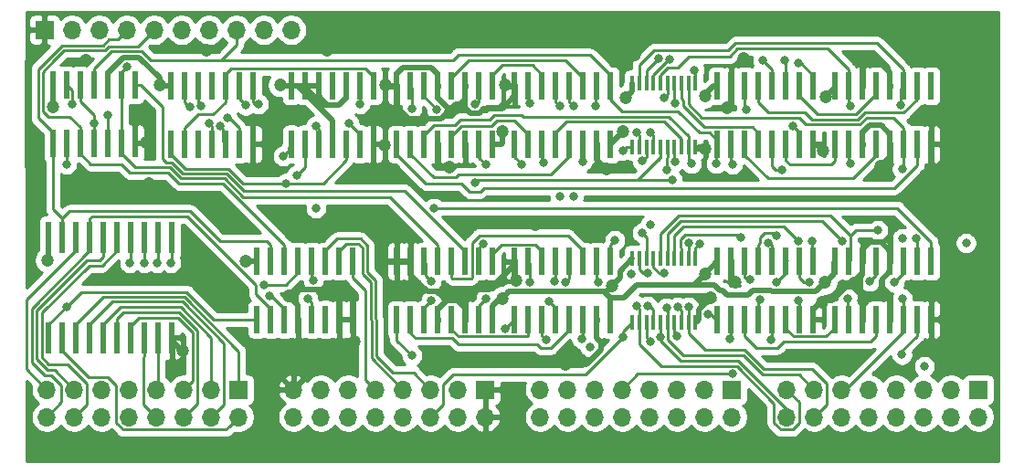
<source format=gbr>
G04 #@! TF.GenerationSoftware,KiCad,Pcbnew,5.1.5+dfsg1-2build2*
G04 #@! TF.CreationDate,2022-05-11T22:38:19-07:00*
G04 #@! TF.ProjectId,ProgramCounter,50726f67-7261-46d4-936f-756e7465722e,rev?*
G04 #@! TF.SameCoordinates,Original*
G04 #@! TF.FileFunction,Copper,L1,Top*
G04 #@! TF.FilePolarity,Positive*
%FSLAX46Y46*%
G04 Gerber Fmt 4.6, Leading zero omitted, Abs format (unit mm)*
G04 Created by KiCad (PCBNEW 5.1.5+dfsg1-2build2) date 2022-05-11 22:38:19*
%MOMM*%
%LPD*%
G04 APERTURE LIST*
%ADD10O,1.700000X1.700000*%
%ADD11R,1.700000X1.700000*%
%ADD12R,0.600000X2.500000*%
%ADD13R,0.450000X1.450000*%
%ADD14R,0.600000X3.000000*%
%ADD15C,1.200000*%
%ADD16C,0.800000*%
%ADD17C,0.500000*%
%ADD18C,0.250000*%
%ADD19C,0.254000*%
G04 APERTURE END LIST*
D10*
X75184000Y-52324000D03*
X72644000Y-52324000D03*
X70104000Y-52324000D03*
X67564000Y-52324000D03*
X65024000Y-52324000D03*
X62484000Y-52324000D03*
X59944000Y-52324000D03*
X57404000Y-52324000D03*
X54864000Y-52324000D03*
D11*
X52324000Y-52324000D03*
D10*
X121120000Y-88200000D03*
X121120000Y-85660000D03*
X123660000Y-88200000D03*
X123660000Y-85660000D03*
X126200000Y-88200000D03*
X126200000Y-85660000D03*
X128740000Y-88200000D03*
X128740000Y-85660000D03*
X131280000Y-88200000D03*
X131280000Y-85660000D03*
X133820000Y-88200000D03*
X133820000Y-85660000D03*
X136360000Y-88200000D03*
X136360000Y-85660000D03*
X138900000Y-88200000D03*
D11*
X138900000Y-85660000D03*
D10*
X75400000Y-88200000D03*
X75400000Y-85660000D03*
X77940000Y-88200000D03*
X77940000Y-85660000D03*
X80480000Y-88200000D03*
X80480000Y-85660000D03*
X83020000Y-88200000D03*
X83020000Y-85660000D03*
X85560000Y-88200000D03*
X85560000Y-85660000D03*
X88100000Y-88200000D03*
X88100000Y-85660000D03*
X90640000Y-88200000D03*
X90640000Y-85660000D03*
X93180000Y-88200000D03*
D11*
X93180000Y-85660000D03*
D10*
X52540000Y-88200000D03*
X52540000Y-85660000D03*
X55080000Y-88200000D03*
X55080000Y-85660000D03*
X57620000Y-88200000D03*
X57620000Y-85660000D03*
X60160000Y-88200000D03*
X60160000Y-85660000D03*
X62700000Y-88200000D03*
X62700000Y-85660000D03*
X65240000Y-88200000D03*
X65240000Y-85660000D03*
X67780000Y-88200000D03*
X67780000Y-85660000D03*
X70320000Y-88200000D03*
D11*
X70320000Y-85660000D03*
D10*
X98260000Y-88200000D03*
X98260000Y-85660000D03*
X100800000Y-88200000D03*
X100800000Y-85660000D03*
X103340000Y-88200000D03*
X103340000Y-85660000D03*
X105880000Y-88200000D03*
X105880000Y-85660000D03*
X108420000Y-88200000D03*
X108420000Y-85660000D03*
X110960000Y-88200000D03*
X110960000Y-85660000D03*
X113500000Y-88200000D03*
X113500000Y-85660000D03*
X116040000Y-88200000D03*
D11*
X116040000Y-85660000D03*
D12*
X134493000Y-79172000D03*
X134493000Y-73772000D03*
X133223000Y-79172000D03*
X133223000Y-73772000D03*
X131953000Y-79172000D03*
X131953000Y-73772000D03*
X130683000Y-79172000D03*
X130683000Y-73772000D03*
X129413000Y-79172000D03*
X129413000Y-73772000D03*
X128143000Y-79172000D03*
X128143000Y-73772000D03*
X126873000Y-79172000D03*
X126873000Y-73772000D03*
X125603000Y-79172000D03*
X125603000Y-73772000D03*
X64008000Y-57498000D03*
X64008000Y-62898000D03*
X65278000Y-57498000D03*
X65278000Y-62898000D03*
X66548000Y-57498000D03*
X66548000Y-62898000D03*
X67818000Y-57498000D03*
X67818000Y-62898000D03*
X69088000Y-57498000D03*
X69088000Y-62898000D03*
X70358000Y-57498000D03*
X70358000Y-62898000D03*
X71628000Y-57498000D03*
X71628000Y-62898000D03*
X53086000Y-57436000D03*
X53086000Y-62836000D03*
X54356000Y-57436000D03*
X54356000Y-62836000D03*
X55626000Y-57436000D03*
X55626000Y-62836000D03*
X56896000Y-57436000D03*
X56896000Y-62836000D03*
X58166000Y-57436000D03*
X58166000Y-62836000D03*
X59436000Y-57436000D03*
X59436000Y-62836000D03*
X60706000Y-57436000D03*
X60706000Y-62836000D03*
X75184000Y-57498000D03*
X75184000Y-62898000D03*
X76454000Y-57498000D03*
X76454000Y-62898000D03*
X77724000Y-57498000D03*
X77724000Y-62898000D03*
X78994000Y-57498000D03*
X78994000Y-62898000D03*
X80264000Y-57498000D03*
X80264000Y-62898000D03*
X81534000Y-57498000D03*
X81534000Y-62898000D03*
X82804000Y-57498000D03*
X82804000Y-62898000D03*
D13*
X106803000Y-57266000D03*
X107453000Y-57266000D03*
X108103000Y-57266000D03*
X108753000Y-57266000D03*
X109403000Y-57266000D03*
X110053000Y-57266000D03*
X110703000Y-57266000D03*
X111353000Y-57266000D03*
X112003000Y-57266000D03*
X112653000Y-57266000D03*
X112653000Y-63166000D03*
X112003000Y-63166000D03*
X111353000Y-63166000D03*
X110703000Y-63166000D03*
X110053000Y-63166000D03*
X109403000Y-63166000D03*
X108753000Y-63166000D03*
X108103000Y-63166000D03*
X107453000Y-63166000D03*
X106803000Y-63166000D03*
X106803000Y-73522000D03*
X107453000Y-73522000D03*
X108103000Y-73522000D03*
X108753000Y-73522000D03*
X109403000Y-73522000D03*
X110053000Y-73522000D03*
X110703000Y-73522000D03*
X111353000Y-73522000D03*
X112003000Y-73522000D03*
X112653000Y-73522000D03*
X112653000Y-79422000D03*
X112003000Y-79422000D03*
X111353000Y-79422000D03*
X110703000Y-79422000D03*
X110053000Y-79422000D03*
X109403000Y-79422000D03*
X108753000Y-79422000D03*
X108103000Y-79422000D03*
X107453000Y-79422000D03*
X106803000Y-79422000D03*
D12*
X72009000Y-73754000D03*
X72009000Y-79154000D03*
X73279000Y-73754000D03*
X73279000Y-79154000D03*
X74549000Y-73754000D03*
X74549000Y-79154000D03*
X75819000Y-73754000D03*
X75819000Y-79154000D03*
X77089000Y-73754000D03*
X77089000Y-79154000D03*
X78359000Y-73754000D03*
X78359000Y-79154000D03*
X79629000Y-73754000D03*
X79629000Y-79154000D03*
X80899000Y-73754000D03*
X80899000Y-79154000D03*
D14*
X64135000Y-80850000D03*
X64135000Y-71550000D03*
X62865000Y-80850000D03*
X62865000Y-71550000D03*
X61595000Y-80850000D03*
X61595000Y-71550000D03*
X60325000Y-80850000D03*
X60325000Y-71550000D03*
X59055000Y-80850000D03*
X59055000Y-71550000D03*
X57785000Y-80850000D03*
X57785000Y-71550000D03*
X56515000Y-80850000D03*
X56515000Y-71550000D03*
X55245000Y-80850000D03*
X55245000Y-71550000D03*
X53975000Y-80850000D03*
X53975000Y-71550000D03*
X52705000Y-80850000D03*
X52705000Y-71550000D03*
D12*
X123571000Y-62916000D03*
X123571000Y-57516000D03*
X122301000Y-62916000D03*
X122301000Y-57516000D03*
X121031000Y-62916000D03*
X121031000Y-57516000D03*
X119761000Y-62916000D03*
X119761000Y-57516000D03*
X118491000Y-62916000D03*
X118491000Y-57516000D03*
X117221000Y-62916000D03*
X117221000Y-57516000D03*
X115951000Y-62916000D03*
X115951000Y-57516000D03*
X114681000Y-62916000D03*
X114681000Y-57516000D03*
X95885000Y-57516000D03*
X95885000Y-62916000D03*
X97155000Y-57516000D03*
X97155000Y-62916000D03*
X98425000Y-57516000D03*
X98425000Y-62916000D03*
X99695000Y-57516000D03*
X99695000Y-62916000D03*
X100965000Y-57516000D03*
X100965000Y-62916000D03*
X102235000Y-57516000D03*
X102235000Y-62916000D03*
X103505000Y-57516000D03*
X103505000Y-62916000D03*
X104775000Y-57516000D03*
X104775000Y-62916000D03*
X123571000Y-79172000D03*
X123571000Y-73772000D03*
X122301000Y-79172000D03*
X122301000Y-73772000D03*
X121031000Y-79172000D03*
X121031000Y-73772000D03*
X119761000Y-79172000D03*
X119761000Y-73772000D03*
X118491000Y-79172000D03*
X118491000Y-73772000D03*
X117221000Y-79172000D03*
X117221000Y-73772000D03*
X115951000Y-79172000D03*
X115951000Y-73772000D03*
X114681000Y-79172000D03*
X114681000Y-73772000D03*
X95885000Y-73772000D03*
X95885000Y-79172000D03*
X97155000Y-73772000D03*
X97155000Y-79172000D03*
X98425000Y-73772000D03*
X98425000Y-79172000D03*
X99695000Y-73772000D03*
X99695000Y-79172000D03*
X100965000Y-73772000D03*
X100965000Y-79172000D03*
X102235000Y-73772000D03*
X102235000Y-79172000D03*
X103505000Y-73772000D03*
X103505000Y-79172000D03*
X104775000Y-73772000D03*
X104775000Y-79172000D03*
X134493000Y-62916000D03*
X134493000Y-57516000D03*
X133223000Y-62916000D03*
X133223000Y-57516000D03*
X131953000Y-62916000D03*
X131953000Y-57516000D03*
X130683000Y-62916000D03*
X130683000Y-57516000D03*
X129413000Y-62916000D03*
X129413000Y-57516000D03*
X128143000Y-62916000D03*
X128143000Y-57516000D03*
X126873000Y-62916000D03*
X126873000Y-57516000D03*
X125603000Y-62916000D03*
X125603000Y-57516000D03*
X84963000Y-57516000D03*
X84963000Y-62916000D03*
X86233000Y-57516000D03*
X86233000Y-62916000D03*
X87503000Y-57516000D03*
X87503000Y-62916000D03*
X88773000Y-57516000D03*
X88773000Y-62916000D03*
X90043000Y-57516000D03*
X90043000Y-62916000D03*
X91313000Y-57516000D03*
X91313000Y-62916000D03*
X92583000Y-57516000D03*
X92583000Y-62916000D03*
X93853000Y-57516000D03*
X93853000Y-62916000D03*
X84963000Y-73772000D03*
X84963000Y-79172000D03*
X86233000Y-73772000D03*
X86233000Y-79172000D03*
X87503000Y-73772000D03*
X87503000Y-79172000D03*
X88773000Y-73772000D03*
X88773000Y-79172000D03*
X90043000Y-73772000D03*
X90043000Y-79172000D03*
X91313000Y-73772000D03*
X91313000Y-79172000D03*
X92583000Y-73772000D03*
X92583000Y-79172000D03*
X93853000Y-73772000D03*
X93853000Y-79172000D03*
D15*
X83566000Y-73678000D03*
X89916000Y-76646000D03*
X117094000Y-54973000D03*
X107041926Y-54655926D03*
X115570000Y-59545000D03*
X104394000Y-65216000D03*
X89877486Y-65052990D03*
X114046000Y-77154000D03*
X128778000Y-54802000D03*
X135636000Y-79186000D03*
X134620000Y-65216000D03*
X116332000Y-75671999D03*
X124385783Y-77571000D03*
X128192574Y-77372426D03*
X113580998Y-63362906D03*
X83820000Y-62992000D03*
X83904002Y-57404000D03*
X61722000Y-62738000D03*
X56134000Y-55118000D03*
X67310000Y-54192990D03*
X78486000Y-54192990D03*
X72989000Y-82296000D03*
X94996000Y-57404000D03*
X90539002Y-59551002D03*
X65532000Y-72644000D03*
X65115000Y-82042000D03*
X124493425Y-63509573D03*
X129819333Y-64958903D03*
X73513463Y-61868537D03*
X125984000Y-83566000D03*
X91694000Y-70358000D03*
X97790000Y-70358000D03*
X96012000Y-75547024D03*
X100584000Y-83312000D03*
X81026000Y-81184000D03*
X61976000Y-66548000D03*
X74930000Y-76962000D03*
X51308000Y-54610000D03*
X51562000Y-66040000D03*
X94742000Y-77234000D03*
X105918000Y-61740000D03*
X113540393Y-58439621D03*
X124714000Y-58528990D03*
X113538000Y-74948000D03*
X124671002Y-75710000D03*
X104902000Y-76055000D03*
X106172000Y-58612028D03*
X62992000Y-57404000D03*
X74168000Y-57404000D03*
X94742000Y-61722000D03*
X71012076Y-73767914D03*
X52578000Y-73660000D03*
X53086000Y-59436000D03*
D16*
X60198002Y-73914000D03*
X61535305Y-73914000D03*
X62738000Y-73914000D03*
X64008000Y-73914000D03*
X72644000Y-75946000D03*
X54356000Y-77978000D03*
X54356000Y-64770000D03*
X77216000Y-75515999D03*
X93217998Y-77234000D03*
X109982000Y-78065166D03*
X112013964Y-77996000D03*
X88138000Y-77408000D03*
X88138000Y-75630000D03*
X107188000Y-77916000D03*
X92964000Y-72117000D03*
X108458000Y-70375994D03*
X109403000Y-80781000D03*
X129540004Y-70884000D03*
X123190000Y-75710002D03*
X128778000Y-75630000D03*
X131101000Y-75710000D03*
X108204000Y-74868000D03*
X133096000Y-71646000D03*
X120142020Y-71392000D03*
X131826000Y-71646000D03*
X112014000Y-72074000D03*
X131826000Y-77233992D03*
X126746000Y-77234000D03*
X126233340Y-71904660D03*
X93218000Y-64825000D03*
X109982000Y-65296000D03*
X133862653Y-83508653D03*
X112268000Y-64708000D03*
X107188000Y-61828000D03*
X88646000Y-59708000D03*
X92201996Y-66485996D03*
X110490000Y-66232000D03*
X92202000Y-59182000D03*
X127000000Y-59374000D03*
X137733842Y-72074000D03*
X131694347Y-59242347D03*
X131821347Y-65211347D03*
X127000000Y-64708000D03*
X109728000Y-58612000D03*
X98806000Y-81044004D03*
X102103340Y-80959340D03*
X99567994Y-75630000D03*
X103632000Y-75710000D03*
X120142000Y-75710000D03*
X116078000Y-84209998D03*
X117696979Y-75496974D03*
X119634000Y-81044000D03*
X115824000Y-80964000D03*
X98552000Y-64589999D03*
X102181989Y-64534009D03*
X100076000Y-59374000D03*
X100076000Y-67756000D03*
X103378000Y-59374000D03*
X101346000Y-67756000D03*
X120904000Y-55173000D03*
X117348000Y-59708000D03*
X120650000Y-65296000D03*
X116078000Y-64788000D03*
X81534000Y-59182000D03*
X77470000Y-68834000D03*
X74676000Y-66527010D03*
X119379999Y-72039620D03*
X107696000Y-71138020D03*
X123444000Y-71900000D03*
X109728000Y-74904990D03*
X122174000Y-71863010D03*
X122189007Y-77410012D03*
X118618000Y-77322010D03*
X116840001Y-71566000D03*
X112546682Y-56032626D03*
X113030000Y-72154001D03*
X110993340Y-77991340D03*
X99091626Y-77447025D03*
X94996000Y-80022001D03*
X110972246Y-80726435D03*
X97282000Y-75710000D03*
X106680000Y-74948000D03*
X108204000Y-77916000D03*
X100584000Y-75710000D03*
X108458000Y-81218000D03*
X102870000Y-81705010D03*
X105918000Y-80790000D03*
X105918000Y-63518000D03*
X118881000Y-55136000D03*
X109220000Y-54951546D03*
X122174000Y-55390000D03*
X110236000Y-55056000D03*
X121702714Y-61195010D03*
X110744000Y-59120006D03*
X110744000Y-64534000D03*
X96520000Y-64788000D03*
X97282000Y-59157000D03*
X108471700Y-61858460D03*
X107697173Y-64490696D03*
X101346000Y-59374000D03*
X74422000Y-64008000D03*
X66784432Y-59399010D03*
X67568660Y-60955340D03*
X68580000Y-61214000D03*
X65785105Y-59436033D03*
X75692000Y-65786000D03*
X76708000Y-77216000D03*
X77470000Y-61214000D03*
X56896000Y-60960000D03*
X58166000Y-60235000D03*
X72136000Y-59182000D03*
X69287108Y-60489000D03*
X54864000Y-59182000D03*
X80518000Y-60960000D03*
X70976207Y-59316488D03*
X59952540Y-55761540D03*
X113792000Y-78678000D03*
X105193000Y-71820000D03*
X114554000Y-64708000D03*
X131789000Y-82430010D03*
X86360000Y-82488000D03*
X86360000Y-59628000D03*
X88392000Y-68834000D03*
X73152000Y-76962000D03*
D17*
X84963000Y-73772000D02*
X86233000Y-73772000D01*
X83660000Y-73772000D02*
X83566000Y-73678000D01*
X84963000Y-73772000D02*
X83660000Y-73772000D01*
X91313000Y-78081998D02*
X91313000Y-79172000D01*
X90653002Y-77422000D02*
X91313000Y-78081998D01*
X89573000Y-77422000D02*
X90653002Y-77422000D01*
X88773000Y-78222000D02*
X89573000Y-77422000D01*
X88773000Y-79172000D02*
X88773000Y-78222000D01*
X91691003Y-76383999D02*
X90653002Y-77422000D01*
X93601003Y-76383999D02*
X91691003Y-76383999D01*
X95885000Y-74100002D02*
X93601003Y-76383999D01*
X95885000Y-73772000D02*
X95885000Y-74100002D01*
X86233000Y-74995000D02*
X86233000Y-73772000D01*
X87795999Y-76557999D02*
X86233000Y-74995000D01*
X88708999Y-76557999D02*
X87795999Y-76557999D01*
X89573000Y-77422000D02*
X88708999Y-76557999D01*
X89827999Y-76557999D02*
X89916000Y-76646000D01*
X88708999Y-76557999D02*
X89827999Y-76557999D01*
X115951000Y-59164000D02*
X115570000Y-59545000D01*
X115951000Y-57516000D02*
X115951000Y-59164000D01*
X103505000Y-64327000D02*
X104394000Y-65216000D01*
X103505000Y-62916000D02*
X103505000Y-64327000D01*
X89159990Y-65052990D02*
X89877486Y-65052990D01*
X88773000Y-64666000D02*
X89159990Y-65052990D01*
X88773000Y-62916000D02*
X88773000Y-64666000D01*
X112938001Y-79162000D02*
X112938001Y-78261999D01*
X112678001Y-79422000D02*
X112938001Y-79162000D01*
X112938001Y-78261999D02*
X114046000Y-77154000D01*
X128143000Y-55437000D02*
X128778000Y-54802000D01*
X128143000Y-57516000D02*
X128143000Y-55437000D01*
X129248500Y-54802000D02*
X128778000Y-54802000D01*
X130683000Y-56236500D02*
X129248500Y-54802000D01*
X130683000Y-57516000D02*
X130683000Y-56236500D01*
X135622000Y-79172000D02*
X135636000Y-79186000D01*
X134493000Y-79172000D02*
X135622000Y-79172000D01*
X134493000Y-65089000D02*
X134620000Y-65216000D01*
X134493000Y-62916000D02*
X134493000Y-65089000D01*
X130683000Y-61966000D02*
X130683000Y-62916000D01*
X129883000Y-61166000D02*
X130683000Y-61966000D01*
X128802998Y-61166000D02*
X129883000Y-61166000D01*
X128143000Y-61825998D02*
X128802998Y-61166000D01*
X128143000Y-62916000D02*
X128143000Y-61825998D01*
X123571000Y-62916000D02*
X123684000Y-62916000D01*
X116100999Y-75671999D02*
X116332000Y-75671999D01*
X115951000Y-75522000D02*
X116100999Y-75671999D01*
X115951000Y-73772000D02*
X115951000Y-75522000D01*
X130683000Y-72822000D02*
X130683000Y-73772000D01*
X129883000Y-72022000D02*
X130683000Y-72822000D01*
X128802998Y-72022000D02*
X129883000Y-72022000D01*
X128143000Y-72681998D02*
X128802998Y-72022000D01*
X128143000Y-73772000D02*
X128143000Y-72681998D01*
X128143000Y-77422000D02*
X128143000Y-79172000D01*
X127927999Y-77206999D02*
X128143000Y-77422000D01*
X127927999Y-75221999D02*
X127927999Y-77206999D01*
X128143000Y-75006998D02*
X127927999Y-75221999D01*
X128143000Y-73772000D02*
X128143000Y-75006998D01*
X129883000Y-75522000D02*
X130683000Y-74722000D01*
X129883000Y-76622000D02*
X129883000Y-75522000D01*
X130683000Y-74722000D02*
X130683000Y-73772000D01*
X130683000Y-77422000D02*
X129883000Y-76622000D01*
X130683000Y-79172000D02*
X130683000Y-77422000D01*
X128143000Y-74862002D02*
X128143000Y-73772000D01*
X127533001Y-75472001D02*
X128143000Y-74862002D01*
X127249997Y-75472001D02*
X127533001Y-75472001D01*
X125299998Y-77422000D02*
X127249997Y-75472001D01*
X124371000Y-77422000D02*
X125299998Y-77422000D01*
X123571000Y-78222000D02*
X124371000Y-77422000D01*
X123571000Y-79172000D02*
X123571000Y-78222000D01*
X124371000Y-77556217D02*
X124385783Y-77571000D01*
X124371000Y-77422000D02*
X124371000Y-77556217D01*
X128027147Y-77206999D02*
X128192574Y-77372426D01*
X127927999Y-77206999D02*
X128027147Y-77206999D01*
X112678001Y-63308437D02*
X112678001Y-63166000D01*
X112732470Y-63362906D02*
X112678001Y-63308437D01*
X113580998Y-63362906D02*
X112732470Y-63362906D01*
X83726000Y-62898000D02*
X83820000Y-62992000D01*
X82804000Y-62898000D02*
X83726000Y-62898000D01*
X84016002Y-57516000D02*
X83904002Y-57404000D01*
X84963000Y-57516000D02*
X84016002Y-57516000D01*
X61624000Y-62836000D02*
X61722000Y-62738000D01*
X60706000Y-62836000D02*
X61624000Y-62836000D01*
X79629000Y-77404000D02*
X79629000Y-79154000D01*
X78590999Y-76365999D02*
X79629000Y-77404000D01*
X79860999Y-76365999D02*
X78590999Y-76365999D01*
X80899000Y-77404000D02*
X79860999Y-76365999D01*
X80899000Y-79154000D02*
X80899000Y-77404000D01*
X72989000Y-83249000D02*
X75400000Y-85660000D01*
X72989000Y-82296000D02*
X72989000Y-83249000D01*
X88773000Y-56425998D02*
X88773000Y-57516000D01*
X85572999Y-55815999D02*
X88163001Y-55815999D01*
X84963000Y-56425998D02*
X85572999Y-55815999D01*
X88163001Y-55815999D02*
X88773000Y-56425998D01*
X84963000Y-57516000D02*
X84963000Y-56425998D01*
X91313000Y-59551002D02*
X91313000Y-57516000D01*
X93019012Y-59622990D02*
X92610001Y-60032001D01*
X91793999Y-60032001D02*
X91313000Y-59551002D01*
X95885000Y-58466000D02*
X94728010Y-59622990D01*
X92610001Y-60032001D02*
X91793999Y-60032001D01*
X94728010Y-59622990D02*
X93019012Y-59622990D01*
X95885000Y-57516000D02*
X95885000Y-58466000D01*
X88773000Y-58606002D02*
X89718000Y-59551002D01*
X88773000Y-57516000D02*
X88773000Y-58606002D01*
X84963000Y-59489002D02*
X84963000Y-57516000D01*
X89054001Y-60558001D02*
X86031999Y-60558001D01*
X89718000Y-59894002D02*
X89054001Y-60558001D01*
X86031999Y-60558001D02*
X84963000Y-59489002D01*
X89718000Y-59551002D02*
X89718000Y-59894002D01*
X95108000Y-57516000D02*
X94996000Y-57404000D01*
X95885000Y-57516000D02*
X95108000Y-57516000D01*
X91313000Y-58777004D02*
X90539002Y-59551002D01*
X91313000Y-57516000D02*
X91313000Y-58777004D01*
X90539002Y-59551002D02*
X91313000Y-59551002D01*
X89718000Y-59551002D02*
X90539002Y-59551002D01*
X64135000Y-81153000D02*
X65278000Y-82296000D01*
X64135000Y-80850000D02*
X64135000Y-81153000D01*
X123899852Y-62916000D02*
X124493425Y-63509573D01*
X123571000Y-62916000D02*
X123899852Y-62916000D01*
X130683000Y-64095236D02*
X129819333Y-64958903D01*
X130683000Y-62916000D02*
X130683000Y-64095236D01*
X72484000Y-62898000D02*
X73513463Y-61868537D01*
X71628000Y-62898000D02*
X72484000Y-62898000D01*
X91694000Y-70358000D02*
X97790000Y-70358000D01*
X95885000Y-75420024D02*
X96012000Y-75547024D01*
X95885000Y-73772000D02*
X95885000Y-75420024D01*
X102521012Y-83312000D02*
X100584000Y-83312000D01*
X103886000Y-81947012D02*
X102521012Y-83312000D01*
X103886000Y-81280000D02*
X103886000Y-81947012D01*
X103505000Y-80899000D02*
X103886000Y-81280000D01*
X103505000Y-79172000D02*
X103505000Y-80899000D01*
X79876000Y-81184000D02*
X81026000Y-81184000D01*
X75400000Y-85660000D02*
X79876000Y-81184000D01*
X75438000Y-76454000D02*
X74930000Y-76962000D01*
X75526001Y-76365999D02*
X75438000Y-76454000D01*
X78590999Y-76365999D02*
X75526001Y-76365999D01*
X75819000Y-77851000D02*
X75819000Y-79154000D01*
X74930000Y-76962000D02*
X75819000Y-77851000D01*
X52324000Y-53594000D02*
X51308000Y-54610000D01*
X52324000Y-52324000D02*
X52324000Y-53594000D01*
X50708001Y-55209999D02*
X50708001Y-65059001D01*
X51308000Y-54610000D02*
X50708001Y-55209999D01*
X51562000Y-65913000D02*
X51562000Y-66040000D01*
X50708001Y-65059001D02*
X51562000Y-65913000D01*
X94742000Y-77234000D02*
X95378976Y-76597024D01*
X104775000Y-79172000D02*
X104775000Y-77107000D01*
X104268976Y-76600976D02*
X104775000Y-77107000D01*
X104268976Y-76597024D02*
X104268976Y-76600976D01*
X95378976Y-76597024D02*
X104268976Y-76597024D01*
X114681000Y-74567000D02*
X114681000Y-73772000D01*
X105918000Y-61773000D02*
X104775000Y-62916000D01*
X105918000Y-61740000D02*
X105918000Y-61773000D01*
X114333000Y-57516000D02*
X113540393Y-58308607D01*
X113540393Y-58308607D02*
X113540393Y-58439621D01*
X114681000Y-57516000D02*
X114333000Y-57516000D01*
X125603000Y-57639990D02*
X124714000Y-58528990D01*
X125603000Y-57516000D02*
X125603000Y-57639990D01*
X93853000Y-77869000D02*
X93853000Y-79172000D01*
X94488000Y-77234000D02*
X93853000Y-77869000D01*
X94742000Y-77234000D02*
X94488000Y-77234000D01*
X124714000Y-75710000D02*
X124671002Y-75710000D01*
X125476000Y-74948000D02*
X124714000Y-75710000D01*
X125476000Y-73899000D02*
X125476000Y-74948000D01*
X125603000Y-73772000D02*
X125476000Y-73899000D01*
X104356024Y-76600976D02*
X104902000Y-76055000D01*
X104268976Y-76600976D02*
X104356024Y-76600976D01*
X106045000Y-77107000D02*
X107188000Y-75964000D01*
X104775000Y-77107000D02*
X106045000Y-77107000D01*
X113538000Y-74948000D02*
X112522000Y-75964000D01*
X107188000Y-75964000D02*
X112522000Y-75964000D01*
X113538000Y-74915000D02*
X114681000Y-73772000D01*
X113538000Y-74948000D02*
X113538000Y-74915000D01*
X106777999Y-57266000D02*
X106777999Y-58006029D01*
X106777999Y-58006029D02*
X106172000Y-58612028D01*
X106777999Y-73547001D02*
X106777999Y-73522000D01*
X105664000Y-74661000D02*
X106777999Y-73547001D01*
X105664000Y-75293000D02*
X105664000Y-74661000D01*
X104902000Y-76055000D02*
X105664000Y-75293000D01*
X119645996Y-76472000D02*
X119733998Y-76560002D01*
X123821000Y-76560002D02*
X124671002Y-75710000D01*
X112522000Y-75964000D02*
X114380000Y-75964000D01*
X119733998Y-76560002D02*
X123821000Y-76560002D01*
X117936000Y-76472000D02*
X119645996Y-76472000D01*
X114888000Y-76472000D02*
X115142000Y-76472000D01*
X115570000Y-76900000D02*
X117508000Y-76900000D01*
X115142000Y-76472000D02*
X115570000Y-76900000D01*
X114380000Y-75964000D02*
X114888000Y-76472000D01*
X117508000Y-76900000D02*
X117936000Y-76472000D01*
X63086000Y-57498000D02*
X62992000Y-57404000D01*
X64008000Y-57498000D02*
X63086000Y-57498000D01*
X74262000Y-57498000D02*
X74168000Y-57404000D01*
X75184000Y-57498000D02*
X74262000Y-57498000D01*
X75184000Y-57498000D02*
X76454000Y-57498000D01*
X76454000Y-57498000D02*
X77724000Y-57498000D01*
X77724000Y-58448000D02*
X77724000Y-57498000D01*
X78524000Y-59248000D02*
X77724000Y-58448000D01*
X79604002Y-59248000D02*
X78524000Y-59248000D01*
X80264000Y-58588002D02*
X79604002Y-59248000D01*
X80264000Y-57498000D02*
X80264000Y-58588002D01*
X78044000Y-59248000D02*
X78524000Y-59248000D01*
X76454000Y-57658000D02*
X78044000Y-59248000D01*
X76454000Y-57498000D02*
X76454000Y-57658000D01*
X75786000Y-57498000D02*
X75184000Y-57498000D01*
X78994000Y-60706000D02*
X75786000Y-57498000D01*
X78994000Y-62898000D02*
X78994000Y-60706000D01*
X94742000Y-62827000D02*
X94742000Y-61722000D01*
X93853000Y-62916000D02*
X94653000Y-62916000D01*
X94653000Y-62916000D02*
X94742000Y-62827000D01*
X71025990Y-73754000D02*
X71012076Y-73767914D01*
X72009000Y-73754000D02*
X71025990Y-73754000D01*
X52705000Y-73550000D02*
X52595000Y-73660000D01*
X52705000Y-71550000D02*
X52705000Y-73550000D01*
X52595000Y-73660000D02*
X52578000Y-73660000D01*
X53086000Y-57436000D02*
X53086000Y-59436000D01*
X62992000Y-56769000D02*
X62992000Y-57404000D01*
X58166000Y-56345998D02*
X59647998Y-54864000D01*
X61087000Y-54864000D02*
X62992000Y-56769000D01*
X59647998Y-54864000D02*
X61087000Y-54864000D01*
X58166000Y-57436000D02*
X58166000Y-56345998D01*
D18*
X73279000Y-74549000D02*
X73279000Y-73754000D01*
X53086000Y-64770000D02*
X53086000Y-62836000D01*
X53086000Y-68911000D02*
X53086000Y-62836000D01*
X53975000Y-69800000D02*
X53086000Y-68911000D01*
X53975000Y-69800000D02*
X53975000Y-71550000D01*
X68580000Y-71882000D02*
X65843989Y-69145989D01*
X54629011Y-69145989D02*
X53975000Y-69800000D01*
X72907000Y-71882000D02*
X68580000Y-71882000D01*
X73279000Y-73754000D02*
X73279000Y-72254000D01*
X73279000Y-72254000D02*
X72907000Y-71882000D01*
X65843989Y-69145989D02*
X54629011Y-69145989D01*
X51710989Y-60473989D02*
X53086000Y-61849000D01*
X51710989Y-55983601D02*
X51710989Y-60473989D01*
X58293003Y-53173999D02*
X57724013Y-53742989D01*
X53951600Y-53742990D02*
X51710989Y-55983601D01*
X57724013Y-53742989D02*
X53951600Y-53742990D01*
X59094001Y-53173999D02*
X58293003Y-53173999D01*
X53086000Y-61849000D02*
X53086000Y-62836000D01*
X59944000Y-52324000D02*
X59094001Y-53173999D01*
X55245000Y-72750000D02*
X55245000Y-71550000D01*
X50673000Y-77322000D02*
X55245000Y-72750000D01*
X50673000Y-83793000D02*
X50673000Y-77322000D01*
X52540000Y-85660000D02*
X50673000Y-83793000D01*
X56515000Y-69800000D02*
X56515000Y-71550000D01*
X71918999Y-75982999D02*
X65532000Y-69596000D01*
X56719000Y-69596000D02*
X56515000Y-69800000D01*
X73279000Y-78204000D02*
X71918999Y-76843999D01*
X73279000Y-79154000D02*
X73279000Y-78204000D01*
X65532000Y-69596000D02*
X56719000Y-69596000D01*
X71918999Y-76843999D02*
X71918999Y-75982999D01*
X51123011Y-78141989D02*
X56515000Y-72750000D01*
X56515000Y-72750000D02*
X56515000Y-71550000D01*
X52947002Y-84328000D02*
X52324000Y-84328000D01*
X52324000Y-84328000D02*
X51123011Y-83127011D01*
X53904999Y-85285997D02*
X52947002Y-84328000D01*
X53904999Y-86835001D02*
X53904999Y-85285997D01*
X52540000Y-88200000D02*
X53904999Y-86835001D01*
X51123011Y-83127011D02*
X51123011Y-78141989D01*
X51573022Y-78349388D02*
X56262410Y-73660000D01*
X57425000Y-73660000D02*
X57785000Y-73300000D01*
X57785000Y-73300000D02*
X57785000Y-71550000D01*
X56262410Y-73660000D02*
X57425000Y-73660000D01*
X51573022Y-82815022D02*
X51573022Y-78349388D01*
X55080000Y-85660000D02*
X53240000Y-83820000D01*
X53240000Y-83820000D02*
X52578000Y-83820000D01*
X52578000Y-83820000D02*
X51573022Y-82815022D01*
X59055000Y-72771000D02*
X59055000Y-71550000D01*
X56452205Y-74168000D02*
X57658000Y-74168000D01*
X52079999Y-78540206D02*
X56452205Y-74168000D01*
X52079999Y-82685589D02*
X52079999Y-78540206D01*
X54471002Y-83312000D02*
X52706410Y-83312000D01*
X56255001Y-85095999D02*
X54471002Y-83312000D01*
X57658000Y-74168000D02*
X59055000Y-72771000D01*
X56255001Y-87024999D02*
X56255001Y-85095999D01*
X52706410Y-83312000D02*
X52079999Y-82685589D01*
X55080000Y-88200000D02*
X56255001Y-87024999D01*
X60325000Y-71550000D02*
X60325000Y-73787002D01*
X60325000Y-73787002D02*
X60198002Y-73914000D01*
X61595000Y-73854305D02*
X61535305Y-73914000D01*
X61595000Y-71550000D02*
X61595000Y-73854305D01*
X62865000Y-71550000D02*
X62865000Y-73787000D01*
X62865000Y-73787000D02*
X62738000Y-73914000D01*
X64135000Y-71550000D02*
X64135000Y-73787000D01*
X64135000Y-73787000D02*
X64008000Y-73914000D01*
X62700000Y-85660000D02*
X62700000Y-85636000D01*
X62865000Y-85471000D02*
X62865000Y-80850000D01*
X62700000Y-85636000D02*
X62865000Y-85471000D01*
X61524999Y-87024999D02*
X62700000Y-88200000D01*
X61524999Y-82670001D02*
X61524999Y-87024999D01*
X61595000Y-82600000D02*
X61524999Y-82670001D01*
X61595000Y-80850000D02*
X61595000Y-82600000D01*
X64695001Y-79024999D02*
X61035001Y-79024999D01*
X66040000Y-80369998D02*
X64695001Y-79024999D01*
X66040000Y-84860000D02*
X66040000Y-80369998D01*
X61035001Y-79024999D02*
X60325000Y-79735000D01*
X65240000Y-85660000D02*
X66040000Y-84860000D01*
X60325000Y-79735000D02*
X60325000Y-80850000D01*
X59055000Y-79100000D02*
X59055000Y-80850000D01*
X65240000Y-88200000D02*
X66490011Y-86949989D01*
X66490011Y-86949989D02*
X66490011Y-80183598D01*
X64792412Y-78486000D02*
X59669000Y-78486000D01*
X66490011Y-80183598D02*
X64792412Y-78486000D01*
X59669000Y-78486000D02*
X59055000Y-79100000D01*
X67780000Y-84457919D02*
X67780000Y-85660000D01*
X67780000Y-80837176D02*
X67780000Y-84457919D01*
X64978812Y-78035989D02*
X67780000Y-80837176D01*
X57785000Y-79618500D02*
X59367511Y-78035989D01*
X59367511Y-78035989D02*
X64978812Y-78035989D01*
X57785000Y-80850000D02*
X57785000Y-79618500D01*
X58616011Y-77527989D02*
X56515000Y-79629000D01*
X65107223Y-77527989D02*
X58616011Y-77527989D01*
X68955001Y-81375767D02*
X65107223Y-77527989D01*
X68955001Y-87024999D02*
X68955001Y-81375767D01*
X56515000Y-79629000D02*
X56515000Y-80850000D01*
X67780000Y-88200000D02*
X68955001Y-87024999D01*
X70286000Y-85690000D02*
X70358000Y-85618000D01*
X55245000Y-79629000D02*
X55245000Y-80850000D01*
X57796022Y-77077978D02*
X55245000Y-79629000D01*
X65293623Y-77077978D02*
X57796022Y-77077978D01*
X70320000Y-82104355D02*
X65293623Y-77077978D01*
X70320000Y-85660000D02*
X70320000Y-82104355D01*
X69470001Y-89049999D02*
X70320000Y-88200000D01*
X69144999Y-89375001D02*
X69470001Y-89049999D01*
X59595999Y-89375001D02*
X69144999Y-89375001D01*
X58984999Y-88764001D02*
X59595999Y-89375001D01*
X58984999Y-85285997D02*
X58984999Y-88764001D01*
X58184001Y-84484999D02*
X58984999Y-85285997D01*
X56409999Y-84484999D02*
X58184001Y-84484999D01*
X53975000Y-82050000D02*
X56409999Y-84484999D01*
X53975000Y-80850000D02*
X53975000Y-82050000D01*
X73209685Y-75946000D02*
X72644000Y-75946000D01*
X74676000Y-75946000D02*
X73209685Y-75946000D01*
X75819000Y-74803000D02*
X74676000Y-75946000D01*
X75819000Y-73754000D02*
X75819000Y-74803000D01*
X68006056Y-79154000D02*
X71459000Y-79154000D01*
X65480023Y-76627967D02*
X68006056Y-79154000D01*
X55706033Y-76627967D02*
X65480023Y-76627967D01*
X52705000Y-80850000D02*
X52705000Y-79629000D01*
X71459000Y-79154000D02*
X72009000Y-79154000D01*
X54356000Y-77978000D02*
X55706033Y-76627967D01*
X52705000Y-79629000D02*
X54356000Y-77978000D01*
X54356000Y-62836000D02*
X54356000Y-64770000D01*
X74549000Y-72254000D02*
X74549000Y-73754000D01*
X68843000Y-66548000D02*
X74549000Y-72254000D01*
X55626000Y-62836000D02*
X55626000Y-63791000D01*
X56605000Y-64770000D02*
X59436000Y-64770000D01*
X55626000Y-63791000D02*
X56605000Y-64770000D01*
X64770000Y-66548000D02*
X68843000Y-66548000D01*
X63754000Y-65532000D02*
X64770000Y-66548000D01*
X59436000Y-64770000D02*
X60198000Y-65532000D01*
X60198000Y-65532000D02*
X63754000Y-65532000D01*
X55626000Y-61336000D02*
X55626000Y-62836000D01*
X52160999Y-56225999D02*
X52160999Y-59880001D01*
X53213000Y-55118000D02*
X52160999Y-56225999D01*
X54651001Y-60361001D02*
X55626000Y-61336000D01*
X52641999Y-60361001D02*
X54651001Y-60361001D01*
X54138001Y-54192999D02*
X53213000Y-55118000D01*
X57948001Y-54192999D02*
X54138001Y-54192999D01*
X52160999Y-59880001D02*
X52641999Y-60361001D01*
X58302021Y-53838979D02*
X57948001Y-54192999D01*
X60969021Y-53838979D02*
X58302021Y-53838979D01*
X62484000Y-52324000D02*
X60969021Y-53838979D01*
X77089000Y-75388999D02*
X77216000Y-75515999D01*
X77089000Y-73754000D02*
X77089000Y-75388999D01*
X78359000Y-72771000D02*
X78359000Y-73754000D01*
X79444009Y-71685991D02*
X78359000Y-72771000D01*
X83000009Y-75505599D02*
X82238010Y-74743600D01*
X81602403Y-71685991D02*
X79444009Y-71685991D01*
X82238009Y-72321597D02*
X81602403Y-71685991D01*
X83000009Y-75689655D02*
X83000009Y-75505599D01*
X84610410Y-84074000D02*
X83068166Y-82531756D01*
X83068166Y-82531756D02*
X83000009Y-75689655D01*
X86514000Y-84074000D02*
X84610410Y-84074000D01*
X82238010Y-74743600D02*
X82238009Y-72321597D01*
X88100000Y-85660000D02*
X86514000Y-84074000D01*
X82620011Y-82720011D02*
X85560000Y-85660000D01*
X82550000Y-75692000D02*
X82620011Y-82720011D01*
X81788000Y-74930000D02*
X82550000Y-75692000D01*
X81788000Y-72507998D02*
X81788000Y-74930000D01*
X81416002Y-72136000D02*
X81788000Y-72507998D01*
X80306999Y-72136000D02*
X81416002Y-72136000D01*
X79629000Y-72813999D02*
X80306999Y-72136000D01*
X79629000Y-73754000D02*
X79629000Y-72813999D01*
X82103108Y-84743108D02*
X82103108Y-76458108D01*
X82103108Y-76458108D02*
X80899000Y-75254000D01*
X83020000Y-85660000D02*
X82103108Y-84743108D01*
X80899000Y-75254000D02*
X80899000Y-73754000D01*
X93217998Y-77234002D02*
X93217998Y-77234000D01*
X92583000Y-77869000D02*
X93217998Y-77234002D01*
X92583000Y-79172000D02*
X92583000Y-77869000D01*
X110053000Y-79422000D02*
X110053000Y-78136166D01*
X110053000Y-78136166D02*
X109982000Y-78065166D01*
X122266000Y-84266000D02*
X123660000Y-85660000D01*
X118872000Y-84266000D02*
X122266000Y-84266000D01*
X111563002Y-82488000D02*
X117094000Y-82488000D01*
X110128002Y-81053000D02*
X111563002Y-82488000D01*
X117094000Y-82488000D02*
X118872000Y-84266000D01*
X110128002Y-80472002D02*
X110128002Y-81053000D01*
X110053000Y-80397000D02*
X110128002Y-80472002D01*
X110053000Y-79422000D02*
X110053000Y-80397000D01*
X90678000Y-80747001D02*
X90043000Y-80112001D01*
X97079999Y-80747001D02*
X90678000Y-80747001D01*
X97155000Y-80672000D02*
X97079999Y-80747001D01*
X90043000Y-80112001D02*
X90043000Y-79172000D01*
X97155000Y-79172000D02*
X97155000Y-80672000D01*
X112003000Y-79422000D02*
X112003000Y-78006964D01*
X112003000Y-78006964D02*
X112013964Y-77996000D01*
X87503000Y-78043000D02*
X88138000Y-77408000D01*
X87503000Y-79172000D02*
X87503000Y-78043000D01*
X112003000Y-80445000D02*
X112003000Y-79422000D01*
X113538000Y-81980000D02*
X112003000Y-80445000D01*
X117222410Y-81980000D02*
X113538000Y-81980000D01*
X119000410Y-83758000D02*
X117222410Y-81980000D01*
X123497002Y-83758000D02*
X119000410Y-83758000D01*
X124835001Y-85095999D02*
X123497002Y-83758000D01*
X124835001Y-87024999D02*
X124835001Y-85095999D01*
X123660000Y-88200000D02*
X124835001Y-87024999D01*
X100965000Y-80075000D02*
X100965000Y-79172000D01*
X99234000Y-81806000D02*
X100965000Y-80075000D01*
X98298000Y-81806000D02*
X99234000Y-81806000D01*
X97964000Y-81472000D02*
X98298000Y-81806000D01*
X86233000Y-79172000D02*
X86233000Y-80409000D01*
X90083000Y-80877000D02*
X90678000Y-81472000D01*
X86701000Y-80877000D02*
X90083000Y-80877000D01*
X90678000Y-81472000D02*
X97964000Y-81472000D01*
X86233000Y-80409000D02*
X86701000Y-80877000D01*
X87630000Y-75122000D02*
X88138000Y-75630000D01*
X87630000Y-73899000D02*
X87630000Y-75122000D01*
X87503000Y-73772000D02*
X87630000Y-73899000D01*
X107453000Y-79422000D02*
X107453000Y-78181000D01*
X107453000Y-78181000D02*
X107188000Y-77916000D01*
X122295001Y-86835001D02*
X121120000Y-85660000D01*
X122295001Y-88764001D02*
X122295001Y-86835001D01*
X121684001Y-89375001D02*
X122295001Y-88764001D01*
X120555999Y-89375001D02*
X121684001Y-89375001D01*
X119944999Y-88764001D02*
X120555999Y-89375001D01*
X119944999Y-86934907D02*
X119944999Y-88764001D01*
X109454997Y-83484997D02*
X116495089Y-83484997D01*
X116495089Y-83484997D02*
X119944999Y-86934907D01*
X107453000Y-81483000D02*
X109454997Y-83484997D01*
X107453000Y-79422000D02*
X107453000Y-81483000D01*
X91313000Y-73772000D02*
X91313000Y-72822000D01*
X91313000Y-72822000D02*
X85743010Y-67252010D01*
X76568992Y-67252010D02*
X76548001Y-67273001D01*
X76548001Y-67273001D02*
X75597999Y-67273001D01*
X75597999Y-67273001D02*
X75577008Y-67252010D01*
X63246000Y-59426000D02*
X61256000Y-57436000D01*
X75577008Y-67252010D02*
X70819832Y-67252010D01*
X69215800Y-65647978D02*
X65142798Y-65647978D01*
X70819832Y-67252010D02*
X69215800Y-65647978D01*
X65142798Y-65647978D02*
X64126800Y-64631978D01*
X63618798Y-64631978D02*
X63246000Y-64259180D01*
X64126800Y-64631978D02*
X63618798Y-64631978D01*
X61256000Y-57436000D02*
X60706000Y-57436000D01*
X63246000Y-64259180D02*
X63246000Y-59426000D01*
X85743010Y-67252010D02*
X76568992Y-67252010D01*
X102235000Y-72784500D02*
X102235000Y-73772000D01*
X100842500Y-71392000D02*
X102235000Y-72784500D01*
X91957999Y-72049999D02*
X92633998Y-71374000D01*
X91957999Y-75262003D02*
X91957999Y-72049999D01*
X91873001Y-75347001D02*
X91957999Y-75262003D01*
X90118001Y-75347001D02*
X91873001Y-75347001D01*
X92633998Y-71374000D02*
X92710000Y-71374000D01*
X90043000Y-75272000D02*
X90118001Y-75347001D01*
X90043000Y-73772000D02*
X90043000Y-75272000D01*
X92710000Y-71374000D02*
X100842500Y-71392000D01*
X92583000Y-72498000D02*
X92964000Y-72117000D01*
X92583000Y-73772000D02*
X92583000Y-72498000D01*
X109403000Y-79422000D02*
X109403000Y-81147000D01*
X121120000Y-87473498D02*
X121120000Y-88200000D01*
X116642502Y-82996000D02*
X121120000Y-87473498D01*
X111252000Y-82996000D02*
X116642502Y-82996000D01*
X109403000Y-81147000D02*
X111252000Y-82996000D01*
X109403000Y-81147000D02*
X109403000Y-80781000D01*
X98425000Y-72831999D02*
X98425000Y-73772000D01*
X97790000Y-72196999D02*
X98425000Y-72831999D01*
X94699001Y-72196999D02*
X97790000Y-72196999D01*
X93853000Y-73043000D02*
X94699001Y-72196999D01*
X93853000Y-73772000D02*
X93853000Y-73043000D01*
X127000000Y-73645000D02*
X126873000Y-73772000D01*
X127000000Y-71392000D02*
X127000000Y-73645000D01*
X127508000Y-70884000D02*
X129540004Y-70884000D01*
X127000000Y-71392000D02*
X127508000Y-70884000D01*
X125142000Y-69534000D02*
X127000000Y-71392000D01*
X111123589Y-69534000D02*
X125142000Y-69534000D01*
X109403000Y-71254589D02*
X111123589Y-69534000D01*
X109403000Y-73522000D02*
X109403000Y-71254589D01*
X122739002Y-75710002D02*
X123190000Y-75710002D01*
X122301000Y-75272000D02*
X122739002Y-75710002D01*
X122301000Y-73772000D02*
X122301000Y-75272000D01*
X129413000Y-74995000D02*
X129413000Y-73772000D01*
X128778000Y-75630000D02*
X129413000Y-74995000D01*
X131953000Y-74858000D02*
X131953000Y-73772000D01*
X131101000Y-75710000D02*
X131953000Y-74858000D01*
X107824000Y-74868000D02*
X108204000Y-74868000D01*
X107453000Y-74497000D02*
X107824000Y-74868000D01*
X107453000Y-73522000D02*
X107453000Y-74497000D01*
X133223000Y-71773000D02*
X133096000Y-71646000D01*
X133223000Y-73772000D02*
X133223000Y-71773000D01*
X119925018Y-71174998D02*
X120142020Y-71392000D01*
X119031998Y-71174998D02*
X119925018Y-71174998D01*
X118654998Y-71551998D02*
X119031998Y-71174998D01*
X118491000Y-72272000D02*
X118654998Y-72108002D01*
X118491000Y-73772000D02*
X118491000Y-72272000D01*
X118654998Y-72108002D02*
X118654998Y-71551998D01*
X112003000Y-72085000D02*
X112014000Y-72074000D01*
X112003000Y-73522000D02*
X112003000Y-72085000D01*
X131953000Y-77360992D02*
X131826000Y-77233992D01*
X131953000Y-79172000D02*
X131953000Y-77360992D01*
X126539500Y-85660000D02*
X126200000Y-85660000D01*
X131953000Y-80246500D02*
X126539500Y-85660000D01*
X131953000Y-79172000D02*
X131953000Y-80246500D01*
X120236002Y-81769002D02*
X120807993Y-81197011D01*
X118318002Y-81769002D02*
X120236002Y-81769002D01*
X117221000Y-80672000D02*
X118318002Y-81769002D01*
X120807993Y-81197011D02*
X128887989Y-81197011D01*
X117221000Y-79172000D02*
X117221000Y-80672000D01*
X128887989Y-81197011D02*
X129413000Y-80672000D01*
X129413000Y-80672000D02*
X129413000Y-79172000D01*
X126746000Y-77234000D02*
X126746000Y-79045000D01*
X126746000Y-79045000D02*
X126873000Y-79172000D01*
X124370680Y-70042000D02*
X126233340Y-71904660D01*
X111252000Y-70042000D02*
X124370680Y-70042000D01*
X110053000Y-71241000D02*
X111252000Y-70042000D01*
X110053000Y-73522000D02*
X110053000Y-71241000D01*
X124756999Y-80747001D02*
X125603000Y-79901000D01*
X125603000Y-79901000D02*
X125603000Y-79172000D01*
X121741001Y-80747001D02*
X124756999Y-80747001D01*
X121031000Y-80037000D02*
X121741001Y-80747001D01*
X121031000Y-79172000D02*
X121031000Y-80037000D01*
X92583000Y-64190000D02*
X93218000Y-64825000D01*
X92583000Y-62916000D02*
X92583000Y-64190000D01*
X110053000Y-63166000D02*
X110053000Y-64141000D01*
X110053000Y-64141000D02*
X109982000Y-64212000D01*
X109982000Y-64212000D02*
X109982000Y-65296000D01*
X90043000Y-62121000D02*
X90043000Y-62916000D01*
X90972000Y-61192000D02*
X90043000Y-62121000D01*
X93748000Y-61192000D02*
X90972000Y-61192000D01*
X94234000Y-60706000D02*
X93748000Y-61192000D01*
X95839002Y-60706000D02*
X94234000Y-60706000D01*
X97155000Y-62021998D02*
X95839002Y-60706000D01*
X97155000Y-62916000D02*
X97155000Y-62021998D01*
X112003000Y-64443000D02*
X112268000Y-64708000D01*
X112003000Y-63166000D02*
X112003000Y-64443000D01*
X90907795Y-60619795D02*
X90375590Y-61152000D01*
X88392000Y-61152000D02*
X87503000Y-62041000D01*
X93980000Y-60198000D02*
X93558205Y-60619795D01*
X96582000Y-60198000D02*
X93980000Y-60198000D01*
X87503000Y-62041000D02*
X87503000Y-62916000D01*
X90375590Y-61152000D02*
X88392000Y-61152000D01*
X96748989Y-60364989D02*
X96582000Y-60198000D01*
X110176989Y-60364989D02*
X96748989Y-60364989D01*
X93558205Y-60619795D02*
X90907795Y-60619795D01*
X112003000Y-62191000D02*
X110176989Y-60364989D01*
X112003000Y-63166000D02*
X112003000Y-62191000D01*
X86233000Y-63819000D02*
X86233000Y-62916000D01*
X88392000Y-65978000D02*
X86233000Y-63819000D01*
X90424000Y-65978000D02*
X88392000Y-65978000D01*
X90678000Y-65724000D02*
X90424000Y-65978000D01*
X99231500Y-65724000D02*
X90678000Y-65724000D01*
X100965000Y-63990500D02*
X99231500Y-65724000D01*
X100965000Y-62916000D02*
X100965000Y-63990500D01*
X107453000Y-62093000D02*
X107188000Y-61828000D01*
X107453000Y-63166000D02*
X107453000Y-62093000D01*
X88646000Y-59628000D02*
X88646000Y-59708000D01*
X87503000Y-58485000D02*
X88646000Y-59628000D01*
X87503000Y-57516000D02*
X87503000Y-58485000D01*
X102235000Y-56742500D02*
X100606490Y-55113990D01*
X90043000Y-56707000D02*
X90043000Y-57516000D01*
X91636010Y-55113990D02*
X90043000Y-56707000D01*
X100606490Y-55113990D02*
X91636010Y-55113990D01*
X102235000Y-57516000D02*
X102235000Y-56742500D01*
X109403000Y-64141000D02*
X109220000Y-64324000D01*
X109403000Y-63166000D02*
X109403000Y-64141000D01*
X92455992Y-66232000D02*
X92201996Y-66485996D01*
X107312000Y-66232000D02*
X92455992Y-66232000D01*
X109403000Y-64141000D02*
X107312000Y-66232000D01*
X107312000Y-66232000D02*
X110490000Y-66232000D01*
X92417000Y-59182000D02*
X92202000Y-59182000D01*
X92583000Y-57516000D02*
X92583000Y-59016000D01*
X92583000Y-59016000D02*
X92417000Y-59182000D01*
X93853000Y-56453000D02*
X93853000Y-57516000D01*
X94742000Y-55564000D02*
X93853000Y-56453000D01*
X97536000Y-55564000D02*
X94742000Y-55564000D01*
X98425000Y-56453000D02*
X97536000Y-55564000D01*
X98425000Y-57516000D02*
X98425000Y-56453000D01*
X109403000Y-56477960D02*
X110070961Y-55809999D01*
X124897000Y-54040000D02*
X126873000Y-56016000D01*
X109403000Y-57266000D02*
X109403000Y-56477960D01*
X126873000Y-56016000D02*
X126873000Y-57516000D01*
X116523205Y-54040000D02*
X124897000Y-54040000D01*
X126873000Y-59247000D02*
X127000000Y-59374000D01*
X126873000Y-57516000D02*
X126873000Y-59247000D01*
X111006001Y-55809999D02*
X112014000Y-54802000D01*
X115824000Y-54802000D02*
X116523205Y-54040000D01*
X112014000Y-54802000D02*
X115824000Y-54802000D01*
X110070961Y-55809999D02*
X111006001Y-55809999D01*
X123971000Y-60136000D02*
X122301000Y-58466000D01*
X122301000Y-58466000D02*
X122301000Y-57516000D01*
X127569383Y-60136000D02*
X123971000Y-60136000D01*
X129413000Y-58292383D02*
X127569383Y-60136000D01*
X129413000Y-57516000D02*
X129413000Y-58292383D01*
X131953000Y-56016000D02*
X131953000Y-57516000D01*
X116394795Y-53532000D02*
X129469000Y-53532000D01*
X129469000Y-53532000D02*
X131953000Y-56016000D01*
X115700250Y-54226545D02*
X116394795Y-53532000D01*
X108779455Y-54226545D02*
X115700250Y-54226545D01*
X107453000Y-55553000D02*
X108779455Y-54226545D01*
X107453000Y-57266000D02*
X107453000Y-55553000D01*
X131694347Y-57774653D02*
X131953000Y-57516000D01*
X131694347Y-59242347D02*
X131694347Y-57774653D01*
X133223000Y-58739000D02*
X133223000Y-57516000D01*
X131968903Y-59993097D02*
X133223000Y-58739000D01*
X128348697Y-59993097D02*
X131968903Y-59993097D01*
X123443998Y-60643998D02*
X127697797Y-60643998D01*
X127697797Y-60643998D02*
X128348697Y-59993097D01*
X122762000Y-59962000D02*
X123443998Y-60643998D01*
X119437000Y-59962000D02*
X122762000Y-59962000D01*
X118491000Y-59016000D02*
X119437000Y-59962000D01*
X118491000Y-57516000D02*
X118491000Y-59016000D01*
X131953000Y-61416000D02*
X131953000Y-62916000D01*
X130980108Y-60443108D02*
X131953000Y-61416000D01*
X128535097Y-60443108D02*
X130980108Y-60443108D01*
X127884196Y-61094009D02*
X128535097Y-60443108D01*
X122254000Y-60470000D02*
X122878009Y-61094009D01*
X113238410Y-60470000D02*
X122254000Y-60470000D01*
X122878009Y-61094009D02*
X127884196Y-61094009D01*
X112003000Y-57266000D02*
X112003000Y-59234590D01*
X112003000Y-59234590D02*
X113238410Y-60470000D01*
X131953000Y-65079694D02*
X131821347Y-65211347D01*
X131953000Y-62916000D02*
X131953000Y-65079694D01*
X129413000Y-63899000D02*
X129413000Y-62916000D01*
X127254000Y-66058000D02*
X129413000Y-63899000D01*
X119380000Y-66058000D02*
X127254000Y-66058000D01*
X117221000Y-63899000D02*
X119380000Y-66058000D01*
X117221000Y-62916000D02*
X117221000Y-63899000D01*
X126873000Y-64581000D02*
X127000000Y-64708000D01*
X126873000Y-62916000D02*
X126873000Y-64581000D01*
X110053000Y-58287000D02*
X109728000Y-58612000D01*
X110053000Y-57266000D02*
X110053000Y-58287000D01*
X125603000Y-64416000D02*
X125603000Y-62916000D01*
X121403000Y-64788000D02*
X125231000Y-64788000D01*
X121031000Y-64416000D02*
X121403000Y-64788000D01*
X125231000Y-64788000D02*
X125603000Y-64416000D01*
X121031000Y-62916000D02*
X121031000Y-64416000D01*
X98425000Y-80672000D02*
X98797004Y-81044004D01*
X98797004Y-81044004D02*
X98806000Y-81044004D01*
X98425000Y-79172000D02*
X98425000Y-80672000D01*
X102235000Y-79172000D02*
X102235000Y-80827680D01*
X102235000Y-80827680D02*
X102103340Y-80959340D01*
X99695000Y-73772000D02*
X99695000Y-75502994D01*
X99695000Y-75502994D02*
X99567994Y-75630000D01*
X103505000Y-73772000D02*
X103505000Y-75583000D01*
X103505000Y-75583000D02*
X103632000Y-75710000D01*
X121158000Y-73645000D02*
X121031000Y-73772000D01*
X121031000Y-74821000D02*
X121031000Y-73772000D01*
X120142000Y-75710000D02*
X121031000Y-74821000D01*
X105880000Y-85660000D02*
X107330002Y-84209998D01*
X107330002Y-84209998D02*
X116078000Y-84209998D01*
X117445974Y-75496974D02*
X117696979Y-75496974D01*
X117221000Y-75272000D02*
X117445974Y-75496974D01*
X117221000Y-73772000D02*
X117221000Y-75272000D01*
X119761000Y-80917000D02*
X119634000Y-81044000D01*
X119761000Y-79172000D02*
X119761000Y-80917000D01*
X115951000Y-79172000D02*
X115951000Y-80837000D01*
X115951000Y-80837000D02*
X115824000Y-80964000D01*
X98425000Y-64462999D02*
X98552000Y-64589999D01*
X98425000Y-62916000D02*
X98425000Y-64462999D01*
X102235000Y-62916000D02*
X102235000Y-64480998D01*
X102235000Y-64480998D02*
X102181989Y-64534009D01*
X99695000Y-58993000D02*
X100076000Y-59374000D01*
X99695000Y-57516000D02*
X99695000Y-58993000D01*
X103378000Y-57643000D02*
X103505000Y-57516000D01*
X103378000Y-59374000D02*
X103378000Y-57643000D01*
X121031000Y-55300000D02*
X120904000Y-55173000D01*
X121031000Y-57516000D02*
X121031000Y-55300000D01*
X121031000Y-57516000D02*
X121031000Y-57549000D01*
X117221000Y-59581000D02*
X117348000Y-59708000D01*
X117221000Y-57516000D02*
X117221000Y-59581000D01*
X120084315Y-65296000D02*
X120650000Y-65296000D01*
X119761000Y-62916000D02*
X119761000Y-64972685D01*
X119761000Y-64972685D02*
X120084315Y-65296000D01*
X115951000Y-64661000D02*
X116078000Y-64788000D01*
X115951000Y-62916000D02*
X115951000Y-64661000D01*
X81534000Y-57498000D02*
X81534000Y-59182000D01*
X80264000Y-62898000D02*
X80264000Y-64008000D01*
X80264000Y-64398000D02*
X78134990Y-66527010D01*
X78134990Y-66527010D02*
X74676000Y-66527010D01*
X80264000Y-62898000D02*
X80264000Y-64398000D01*
X64008000Y-63848000D02*
X65357967Y-65197967D01*
X69402200Y-65197967D02*
X70752233Y-66548000D01*
X64008000Y-62898000D02*
X64008000Y-63848000D01*
X70752233Y-66548000D02*
X74089325Y-66548000D01*
X65357967Y-65197967D02*
X69402200Y-65197967D01*
X74089325Y-66548000D02*
X74110315Y-66527010D01*
X74110315Y-66527010D02*
X74676000Y-66527010D01*
X119761000Y-73772000D02*
X119761000Y-72272000D01*
X119761000Y-72272000D02*
X119528620Y-72039620D01*
X119528620Y-72039620D02*
X119379999Y-72039620D01*
X108103000Y-73522000D02*
X108103000Y-71545020D01*
X108103000Y-71545020D02*
X107696000Y-71138020D01*
X123444000Y-73645000D02*
X123571000Y-73772000D01*
X123444000Y-71900000D02*
X123444000Y-73645000D01*
X109313994Y-74904990D02*
X109728000Y-74904990D01*
X108753000Y-74343996D02*
X109313994Y-74904990D01*
X108753000Y-73522000D02*
X108753000Y-74343996D01*
X122301000Y-79172000D02*
X122301000Y-77522005D01*
X122301000Y-77522005D02*
X122189007Y-77410012D01*
X120860990Y-70550000D02*
X122174000Y-71863010D01*
X111506000Y-70550000D02*
X120860990Y-70550000D01*
X110703000Y-71353000D02*
X111506000Y-70550000D01*
X110703000Y-73522000D02*
X110703000Y-71353000D01*
X118491000Y-79172000D02*
X118491000Y-77449010D01*
X118491000Y-77449010D02*
X118618000Y-77322010D01*
X111288998Y-72482998D02*
X111353000Y-72547000D01*
X111288998Y-71725998D02*
X111288998Y-72482998D01*
X111700490Y-71314506D02*
X111288998Y-71725998D01*
X116588507Y-71314506D02*
X111700490Y-71314506D01*
X111353000Y-72547000D02*
X111353000Y-73522000D01*
X116840001Y-71566000D02*
X116588507Y-71314506D01*
X112653000Y-56138944D02*
X112546682Y-56032626D01*
X112653000Y-57266000D02*
X112653000Y-56138944D01*
X112653000Y-73522000D02*
X112653000Y-72531001D01*
X112653000Y-72531001D02*
X113030000Y-72154001D01*
X111353000Y-79422000D02*
X111353000Y-78351000D01*
X111353000Y-78351000D02*
X110993340Y-77991340D01*
X99695000Y-78043000D02*
X99695000Y-79172000D01*
X99099025Y-77447025D02*
X99695000Y-78043000D01*
X99091626Y-77447025D02*
X99099025Y-77447025D01*
X95846001Y-79172000D02*
X94996000Y-80022001D01*
X95885000Y-79172000D02*
X95846001Y-79172000D01*
X110703000Y-80457189D02*
X110972246Y-80726435D01*
X110703000Y-79422000D02*
X110703000Y-80457189D01*
X97282000Y-75710000D02*
X97282000Y-73899000D01*
X97282000Y-73899000D02*
X97155000Y-73772000D01*
X108753000Y-79422000D02*
X108753000Y-78291001D01*
X108753000Y-78291001D02*
X108377999Y-77916000D01*
X108377999Y-77916000D02*
X108204000Y-77916000D01*
X100965000Y-75329000D02*
X100584000Y-75710000D01*
X100965000Y-73772000D02*
X100965000Y-75329000D01*
X108103000Y-79422000D02*
X108103000Y-80863000D01*
X108103000Y-80863000D02*
X108458000Y-81218000D01*
X105918000Y-80307000D02*
X106803000Y-79422000D01*
X105918000Y-80790000D02*
X105918000Y-80307000D01*
X106270000Y-63166000D02*
X105918000Y-63518000D01*
X106803000Y-63166000D02*
X106270000Y-63166000D01*
X89275001Y-87024999D02*
X88100000Y-88200000D01*
X89275001Y-85160999D02*
X89275001Y-87024999D01*
X90170000Y-84266000D02*
X89275001Y-85160999D01*
X102442000Y-84266000D02*
X90170000Y-84266000D01*
X105918000Y-80790000D02*
X102442000Y-84266000D01*
X119761000Y-56016000D02*
X119761000Y-57516000D01*
X118881000Y-55136000D02*
X119761000Y-56016000D01*
X108103000Y-57266000D02*
X108103000Y-56068546D01*
X108103000Y-56068546D02*
X109220000Y-54951546D01*
X122428000Y-55390000D02*
X122174000Y-55390000D01*
X123571000Y-56533000D02*
X122428000Y-55390000D01*
X123571000Y-57516000D02*
X123571000Y-56533000D01*
X110188550Y-55056000D02*
X110236000Y-55056000D01*
X108753000Y-56491550D02*
X110188550Y-55056000D01*
X108753000Y-57266000D02*
X108753000Y-56491550D01*
X122301000Y-61793296D02*
X121702714Y-61195010D01*
X122301000Y-62916000D02*
X122301000Y-61793296D01*
X110703000Y-59079006D02*
X110744000Y-59120006D01*
X110703000Y-57266000D02*
X110703000Y-59079006D01*
X111353000Y-58713000D02*
X111353000Y-57266000D01*
X111506000Y-58866000D02*
X111353000Y-58713000D01*
X111506000Y-59374000D02*
X111506000Y-58866000D01*
X113472999Y-61340999D02*
X111506000Y-59374000D01*
X117964999Y-61340999D02*
X113472999Y-61340999D01*
X118491000Y-61867000D02*
X117964999Y-61340999D01*
X118491000Y-62916000D02*
X118491000Y-61867000D01*
X111353000Y-62397000D02*
X111353000Y-63166000D01*
X100713002Y-60814999D02*
X109770999Y-60814999D01*
X109770999Y-60814999D02*
X111353000Y-62397000D01*
X99695000Y-61833001D02*
X100713002Y-60814999D01*
X99695000Y-62916000D02*
X99695000Y-61833001D01*
X110703000Y-64493000D02*
X110744000Y-64534000D01*
X110703000Y-63166000D02*
X110703000Y-64493000D01*
X96520000Y-64708000D02*
X96520000Y-64788000D01*
X95885000Y-64073000D02*
X96520000Y-64708000D01*
X95885000Y-62916000D02*
X95885000Y-64073000D01*
X97155000Y-59030000D02*
X97282000Y-59157000D01*
X97155000Y-57516000D02*
X97155000Y-59030000D01*
X108753000Y-62139760D02*
X108471700Y-61858460D01*
X108753000Y-63166000D02*
X108753000Y-62139760D01*
X108103000Y-64084869D02*
X107697173Y-64490696D01*
X108103000Y-63166000D02*
X108103000Y-64084869D01*
X100965000Y-58993000D02*
X100965000Y-57516000D01*
X101346000Y-59374000D02*
X100965000Y-58993000D01*
X74930000Y-63500000D02*
X74422000Y-64008000D01*
X74930000Y-63152000D02*
X74930000Y-63500000D01*
X75184000Y-62898000D02*
X74930000Y-63152000D01*
X66548000Y-59162578D02*
X66784432Y-59399010D01*
X66548000Y-57498000D02*
X66548000Y-59162578D01*
X67818000Y-62898000D02*
X67818000Y-61204680D01*
X67818000Y-61204680D02*
X67568660Y-60955340D01*
X68834000Y-62644000D02*
X69088000Y-62898000D01*
X68834000Y-61468000D02*
X68834000Y-62644000D01*
X68580000Y-61214000D02*
X68834000Y-61468000D01*
X65716033Y-59436033D02*
X65785105Y-59436033D01*
X65278000Y-58998000D02*
X65716033Y-59436033D01*
X65278000Y-57498000D02*
X65278000Y-58998000D01*
X76454000Y-65024000D02*
X75692000Y-65786000D01*
X76454000Y-62898000D02*
X76454000Y-65024000D01*
X77089000Y-77597000D02*
X76708000Y-77216000D01*
X77089000Y-79154000D02*
X77089000Y-77597000D01*
X56896000Y-60960000D02*
X56896000Y-62836000D01*
X55626000Y-58936000D02*
X56896000Y-60206000D01*
X55626000Y-57436000D02*
X55626000Y-58936000D01*
X77724000Y-61468000D02*
X77470000Y-61214000D01*
X77724000Y-62898000D02*
X77724000Y-61468000D01*
X56896000Y-60206000D02*
X56896000Y-60960000D01*
X58166000Y-60235000D02*
X58166000Y-62836000D01*
X71812000Y-59182000D02*
X72136000Y-59182000D01*
X71628000Y-57498000D02*
X71628000Y-58998000D01*
X71628000Y-58998000D02*
X71812000Y-59182000D01*
X69449000Y-60489000D02*
X69287108Y-60489000D01*
X70358000Y-61398000D02*
X69449000Y-60489000D01*
X70358000Y-62898000D02*
X70358000Y-61398000D01*
X54864000Y-57944000D02*
X54356000Y-57436000D01*
X54864000Y-59182000D02*
X54864000Y-57944000D01*
X81534000Y-62898000D02*
X81534000Y-61976000D01*
X81534000Y-61976000D02*
X80518000Y-60960000D01*
X70358000Y-58698281D02*
X70976207Y-59316488D01*
X70358000Y-57498000D02*
X70358000Y-58698281D01*
X69088000Y-56430999D02*
X69088000Y-57498000D01*
X69596000Y-55922999D02*
X69088000Y-56430999D01*
X82084999Y-55922999D02*
X69596000Y-55922999D01*
X82804000Y-56642000D02*
X82084999Y-55922999D01*
X82804000Y-57498000D02*
X82804000Y-56642000D01*
X67961989Y-60124011D02*
X66551989Y-60124011D01*
X66551989Y-60124011D02*
X65278000Y-61398000D01*
X69088000Y-58998000D02*
X67961989Y-60124011D01*
X69088000Y-57498000D02*
X69088000Y-58998000D01*
X65278000Y-61398000D02*
X65278000Y-62898000D01*
X84319000Y-67818000D02*
X88773000Y-72272000D01*
X70749411Y-67818000D02*
X84319000Y-67818000D01*
X88773000Y-72272000D02*
X88773000Y-73772000D01*
X69029400Y-66097989D02*
X70749411Y-67818000D01*
X60731989Y-65081989D02*
X63940400Y-65081989D01*
X63940400Y-65081989D02*
X64956399Y-66097989D01*
X59436000Y-62836000D02*
X59436000Y-63786000D01*
X64956399Y-66097989D02*
X69029400Y-66097989D01*
X59436000Y-63786000D02*
X60731989Y-65081989D01*
X59436000Y-59436000D02*
X59436000Y-59399000D01*
X59436000Y-62836000D02*
X59436000Y-59436000D01*
X59436000Y-59436000D02*
X59436000Y-57436000D01*
X59436000Y-56278080D02*
X59952540Y-55761540D01*
X59436000Y-57436000D02*
X59436000Y-56278080D01*
X114681000Y-79172000D02*
X114568000Y-79172000D01*
X114074000Y-78678000D02*
X113792000Y-78678000D01*
X114568000Y-79172000D02*
X114074000Y-78678000D01*
X104775000Y-72238000D02*
X105193000Y-71820000D01*
X104775000Y-73772000D02*
X104775000Y-72238000D01*
X114554000Y-63339000D02*
X114554000Y-64142315D01*
X114554000Y-64142315D02*
X114554000Y-64708000D01*
X113996500Y-61864500D02*
X114681000Y-62549000D01*
X114681000Y-62549000D02*
X114681000Y-62916000D01*
X113079500Y-61864500D02*
X113996500Y-61864500D01*
X111060006Y-59845006D02*
X113079500Y-61864500D01*
X105881006Y-59845006D02*
X111060006Y-59845006D01*
X104775000Y-58739000D02*
X105881006Y-59845006D01*
X104775000Y-57516000D02*
X104775000Y-58739000D01*
X102919480Y-54663980D02*
X104775000Y-56519500D01*
X90170000Y-55118000D02*
X90678000Y-54610000D01*
X104775000Y-56519500D02*
X104775000Y-57516000D01*
X90678000Y-54610000D02*
X102919480Y-54663980D01*
X68707000Y-55118000D02*
X90170000Y-55118000D01*
X70104000Y-53721000D02*
X68707000Y-55118000D01*
X70104000Y-52324000D02*
X70104000Y-53721000D01*
X62154188Y-55118000D02*
X61325177Y-54288989D01*
X68707000Y-55118000D02*
X62154188Y-55118000D01*
X61325177Y-54288989D02*
X58543011Y-54288989D01*
X58543011Y-54288989D02*
X56896000Y-55936000D01*
X56896000Y-55936000D02*
X56896000Y-57436000D01*
X133096000Y-79299000D02*
X133223000Y-79172000D01*
X84963000Y-81091000D02*
X84963000Y-79172000D01*
X86360000Y-82488000D02*
X84963000Y-81091000D01*
X133223000Y-80672000D02*
X131464990Y-82430010D01*
X133223000Y-79172000D02*
X133223000Y-80672000D01*
X131464990Y-82430010D02*
X131789000Y-82430010D01*
X86360000Y-57643000D02*
X86233000Y-57516000D01*
X86360000Y-59628000D02*
X86360000Y-57643000D01*
X134493000Y-73772000D02*
X134493000Y-71969998D01*
X134493000Y-71969998D02*
X131357002Y-68834000D01*
X131357002Y-68834000D02*
X88957685Y-68834000D01*
X88957685Y-68834000D02*
X88392000Y-68834000D01*
X131085003Y-66972997D02*
X133223000Y-64835000D01*
X91694000Y-67310000D02*
X92710000Y-67310000D01*
X90923250Y-66539250D02*
X91694000Y-67310000D01*
X92710000Y-67310000D02*
X93047003Y-66972997D01*
X87638750Y-66539250D02*
X90923250Y-66539250D01*
X93047003Y-66972997D02*
X131085003Y-66972997D01*
X84963000Y-63863500D02*
X87638750Y-66539250D01*
X133223000Y-64835000D02*
X133223000Y-62916000D01*
X84963000Y-62916000D02*
X84963000Y-63863500D01*
X73307000Y-76962000D02*
X73152000Y-76962000D01*
X74549000Y-78204000D02*
X73307000Y-76962000D01*
X74549000Y-79154000D02*
X74549000Y-78204000D01*
D19*
G36*
X140755001Y-92315000D02*
G01*
X50685000Y-92315000D01*
X50685000Y-84879801D01*
X51098790Y-85293592D01*
X51055000Y-85513740D01*
X51055000Y-85806260D01*
X51112068Y-86093158D01*
X51224010Y-86363411D01*
X51386525Y-86606632D01*
X51593368Y-86813475D01*
X51767760Y-86930000D01*
X51593368Y-87046525D01*
X51386525Y-87253368D01*
X51224010Y-87496589D01*
X51112068Y-87766842D01*
X51055000Y-88053740D01*
X51055000Y-88346260D01*
X51112068Y-88633158D01*
X51224010Y-88903411D01*
X51386525Y-89146632D01*
X51593368Y-89353475D01*
X51836589Y-89515990D01*
X52106842Y-89627932D01*
X52393740Y-89685000D01*
X52686260Y-89685000D01*
X52973158Y-89627932D01*
X53243411Y-89515990D01*
X53486632Y-89353475D01*
X53693475Y-89146632D01*
X53810000Y-88972240D01*
X53926525Y-89146632D01*
X54133368Y-89353475D01*
X54376589Y-89515990D01*
X54646842Y-89627932D01*
X54933740Y-89685000D01*
X55226260Y-89685000D01*
X55513158Y-89627932D01*
X55783411Y-89515990D01*
X56026632Y-89353475D01*
X56233475Y-89146632D01*
X56350000Y-88972240D01*
X56466525Y-89146632D01*
X56673368Y-89353475D01*
X56916589Y-89515990D01*
X57186842Y-89627932D01*
X57473740Y-89685000D01*
X57766260Y-89685000D01*
X58053158Y-89627932D01*
X58323411Y-89515990D01*
X58526492Y-89380296D01*
X59032204Y-89886009D01*
X59055998Y-89915002D01*
X59084991Y-89938796D01*
X59084995Y-89938800D01*
X59155684Y-89996812D01*
X59171723Y-90009975D01*
X59303752Y-90080547D01*
X59447013Y-90124004D01*
X59558666Y-90135001D01*
X59558675Y-90135001D01*
X59595998Y-90138677D01*
X59633321Y-90135001D01*
X69107677Y-90135001D01*
X69144999Y-90138677D01*
X69182321Y-90135001D01*
X69182332Y-90135001D01*
X69293985Y-90124004D01*
X69437246Y-90080547D01*
X69569275Y-90009975D01*
X69685000Y-89915002D01*
X69708803Y-89885998D01*
X69953592Y-89641209D01*
X70173740Y-89685000D01*
X70466260Y-89685000D01*
X70753158Y-89627932D01*
X71023411Y-89515990D01*
X71266632Y-89353475D01*
X71473475Y-89146632D01*
X71635990Y-88903411D01*
X71747932Y-88633158D01*
X71805000Y-88346260D01*
X71805000Y-88053740D01*
X71747932Y-87766842D01*
X71635990Y-87496589D01*
X71473475Y-87253368D01*
X71341620Y-87121513D01*
X71414180Y-87099502D01*
X71524494Y-87040537D01*
X71621185Y-86961185D01*
X71700537Y-86864494D01*
X71759502Y-86754180D01*
X71795812Y-86634482D01*
X71808072Y-86510000D01*
X71808072Y-85303109D01*
X73958519Y-85303109D01*
X74079186Y-85533000D01*
X75273000Y-85533000D01*
X75273000Y-84339845D01*
X75043110Y-84218524D01*
X74895901Y-84263175D01*
X74633080Y-84388359D01*
X74399731Y-84562412D01*
X74204822Y-84778645D01*
X74055843Y-85028748D01*
X73958519Y-85303109D01*
X71808072Y-85303109D01*
X71808072Y-84810000D01*
X71795812Y-84685518D01*
X71759502Y-84565820D01*
X71700537Y-84455506D01*
X71621185Y-84358815D01*
X71524494Y-84279463D01*
X71414180Y-84220498D01*
X71294482Y-84184188D01*
X71170000Y-84171928D01*
X71080000Y-84171928D01*
X71080000Y-82141688D01*
X71083677Y-82104355D01*
X71069003Y-81955369D01*
X71025546Y-81812108D01*
X70954974Y-81680079D01*
X70907758Y-81622546D01*
X70860001Y-81564354D01*
X70831003Y-81540556D01*
X69204447Y-79914000D01*
X71070928Y-79914000D01*
X71070928Y-80404000D01*
X71083188Y-80528482D01*
X71119498Y-80648180D01*
X71178463Y-80758494D01*
X71257815Y-80855185D01*
X71354506Y-80934537D01*
X71464820Y-80993502D01*
X71584518Y-81029812D01*
X71709000Y-81042072D01*
X72309000Y-81042072D01*
X72433482Y-81029812D01*
X72553180Y-80993502D01*
X72644000Y-80944957D01*
X72734820Y-80993502D01*
X72854518Y-81029812D01*
X72979000Y-81042072D01*
X73579000Y-81042072D01*
X73703482Y-81029812D01*
X73823180Y-80993502D01*
X73914000Y-80944957D01*
X74004820Y-80993502D01*
X74124518Y-81029812D01*
X74249000Y-81042072D01*
X74849000Y-81042072D01*
X74973482Y-81029812D01*
X75093180Y-80993502D01*
X75184000Y-80944957D01*
X75274820Y-80993502D01*
X75394518Y-81029812D01*
X75519000Y-81042072D01*
X75533250Y-81039000D01*
X75692000Y-80880250D01*
X75692000Y-79281000D01*
X75672000Y-79281000D01*
X75672000Y-79027000D01*
X75692000Y-79027000D01*
X75692000Y-79007000D01*
X75946000Y-79007000D01*
X75946000Y-79027000D01*
X75966000Y-79027000D01*
X75966000Y-79281000D01*
X75946000Y-79281000D01*
X75946000Y-80880250D01*
X76104750Y-81039000D01*
X76119000Y-81042072D01*
X76243482Y-81029812D01*
X76363180Y-80993502D01*
X76454000Y-80944957D01*
X76544820Y-80993502D01*
X76664518Y-81029812D01*
X76789000Y-81042072D01*
X77389000Y-81042072D01*
X77513482Y-81029812D01*
X77633180Y-80993502D01*
X77724000Y-80944957D01*
X77814820Y-80993502D01*
X77934518Y-81029812D01*
X78059000Y-81042072D01*
X78659000Y-81042072D01*
X78783482Y-81029812D01*
X78903180Y-80993502D01*
X78994000Y-80944957D01*
X79084820Y-80993502D01*
X79204518Y-81029812D01*
X79329000Y-81042072D01*
X79343250Y-81039000D01*
X79502000Y-80880250D01*
X79502000Y-79281000D01*
X79756000Y-79281000D01*
X79756000Y-80880250D01*
X79914750Y-81039000D01*
X79929000Y-81042072D01*
X80053482Y-81029812D01*
X80173180Y-80993502D01*
X80264000Y-80944957D01*
X80354820Y-80993502D01*
X80474518Y-81029812D01*
X80599000Y-81042072D01*
X80613250Y-81039000D01*
X80772000Y-80880250D01*
X80772000Y-79281000D01*
X79756000Y-79281000D01*
X79502000Y-79281000D01*
X79482000Y-79281000D01*
X79482000Y-79027000D01*
X79502000Y-79027000D01*
X79502000Y-77427750D01*
X79756000Y-77427750D01*
X79756000Y-79027000D01*
X80772000Y-79027000D01*
X80772000Y-77427750D01*
X80613250Y-77269000D01*
X80599000Y-77265928D01*
X80474518Y-77278188D01*
X80354820Y-77314498D01*
X80264000Y-77363043D01*
X80173180Y-77314498D01*
X80053482Y-77278188D01*
X79929000Y-77265928D01*
X79914750Y-77269000D01*
X79756000Y-77427750D01*
X79502000Y-77427750D01*
X79343250Y-77269000D01*
X79329000Y-77265928D01*
X79204518Y-77278188D01*
X79084820Y-77314498D01*
X78994000Y-77363043D01*
X78903180Y-77314498D01*
X78783482Y-77278188D01*
X78659000Y-77265928D01*
X78059000Y-77265928D01*
X77934518Y-77278188D01*
X77814820Y-77314498D01*
X77799918Y-77322463D01*
X77794546Y-77304753D01*
X77743000Y-77208319D01*
X77743000Y-77114061D01*
X77703226Y-76914102D01*
X77625205Y-76725744D01*
X77511937Y-76556226D01*
X77475391Y-76519680D01*
X77517898Y-76511225D01*
X77706256Y-76433204D01*
X77875774Y-76319936D01*
X78019937Y-76175773D01*
X78133205Y-76006255D01*
X78211226Y-75817897D01*
X78246199Y-75642072D01*
X78659000Y-75642072D01*
X78783482Y-75629812D01*
X78903180Y-75593502D01*
X78994000Y-75544957D01*
X79084820Y-75593502D01*
X79204518Y-75629812D01*
X79329000Y-75642072D01*
X79929000Y-75642072D01*
X80053482Y-75629812D01*
X80173180Y-75593502D01*
X80208595Y-75574572D01*
X80264026Y-75678276D01*
X80302232Y-75724830D01*
X80358999Y-75794001D01*
X80388003Y-75817804D01*
X81343109Y-76772911D01*
X81343109Y-77284142D01*
X81323482Y-77278188D01*
X81199000Y-77265928D01*
X81184750Y-77269000D01*
X81026000Y-77427750D01*
X81026000Y-79027000D01*
X81046000Y-79027000D01*
X81046000Y-79281000D01*
X81026000Y-79281000D01*
X81026000Y-80880250D01*
X81184750Y-81039000D01*
X81199000Y-81042072D01*
X81323482Y-81029812D01*
X81343108Y-81023858D01*
X81343108Y-84450716D01*
X81183411Y-84344010D01*
X80913158Y-84232068D01*
X80626260Y-84175000D01*
X80333740Y-84175000D01*
X80046842Y-84232068D01*
X79776589Y-84344010D01*
X79533368Y-84506525D01*
X79326525Y-84713368D01*
X79210000Y-84887760D01*
X79093475Y-84713368D01*
X78886632Y-84506525D01*
X78643411Y-84344010D01*
X78373158Y-84232068D01*
X78086260Y-84175000D01*
X77793740Y-84175000D01*
X77506842Y-84232068D01*
X77236589Y-84344010D01*
X76993368Y-84506525D01*
X76786525Y-84713368D01*
X76664805Y-84895534D01*
X76595178Y-84778645D01*
X76400269Y-84562412D01*
X76166920Y-84388359D01*
X75904099Y-84263175D01*
X75756890Y-84218524D01*
X75527000Y-84339845D01*
X75527000Y-85533000D01*
X75547000Y-85533000D01*
X75547000Y-85787000D01*
X75527000Y-85787000D01*
X75527000Y-85807000D01*
X75273000Y-85807000D01*
X75273000Y-85787000D01*
X74079186Y-85787000D01*
X73958519Y-86016891D01*
X74055843Y-86291252D01*
X74204822Y-86541355D01*
X74399731Y-86757588D01*
X74629406Y-86928900D01*
X74453368Y-87046525D01*
X74246525Y-87253368D01*
X74084010Y-87496589D01*
X73972068Y-87766842D01*
X73915000Y-88053740D01*
X73915000Y-88346260D01*
X73972068Y-88633158D01*
X74084010Y-88903411D01*
X74246525Y-89146632D01*
X74453368Y-89353475D01*
X74696589Y-89515990D01*
X74966842Y-89627932D01*
X75253740Y-89685000D01*
X75546260Y-89685000D01*
X75833158Y-89627932D01*
X76103411Y-89515990D01*
X76346632Y-89353475D01*
X76553475Y-89146632D01*
X76670000Y-88972240D01*
X76786525Y-89146632D01*
X76993368Y-89353475D01*
X77236589Y-89515990D01*
X77506842Y-89627932D01*
X77793740Y-89685000D01*
X78086260Y-89685000D01*
X78373158Y-89627932D01*
X78643411Y-89515990D01*
X78886632Y-89353475D01*
X79093475Y-89146632D01*
X79210000Y-88972240D01*
X79326525Y-89146632D01*
X79533368Y-89353475D01*
X79776589Y-89515990D01*
X80046842Y-89627932D01*
X80333740Y-89685000D01*
X80626260Y-89685000D01*
X80913158Y-89627932D01*
X81183411Y-89515990D01*
X81426632Y-89353475D01*
X81633475Y-89146632D01*
X81750000Y-88972240D01*
X81866525Y-89146632D01*
X82073368Y-89353475D01*
X82316589Y-89515990D01*
X82586842Y-89627932D01*
X82873740Y-89685000D01*
X83166260Y-89685000D01*
X83453158Y-89627932D01*
X83723411Y-89515990D01*
X83966632Y-89353475D01*
X84173475Y-89146632D01*
X84290000Y-88972240D01*
X84406525Y-89146632D01*
X84613368Y-89353475D01*
X84856589Y-89515990D01*
X85126842Y-89627932D01*
X85413740Y-89685000D01*
X85706260Y-89685000D01*
X85993158Y-89627932D01*
X86263411Y-89515990D01*
X86506632Y-89353475D01*
X86713475Y-89146632D01*
X86830000Y-88972240D01*
X86946525Y-89146632D01*
X87153368Y-89353475D01*
X87396589Y-89515990D01*
X87666842Y-89627932D01*
X87953740Y-89685000D01*
X88246260Y-89685000D01*
X88533158Y-89627932D01*
X88803411Y-89515990D01*
X89046632Y-89353475D01*
X89253475Y-89146632D01*
X89370000Y-88972240D01*
X89486525Y-89146632D01*
X89693368Y-89353475D01*
X89936589Y-89515990D01*
X90206842Y-89627932D01*
X90493740Y-89685000D01*
X90786260Y-89685000D01*
X91073158Y-89627932D01*
X91343411Y-89515990D01*
X91586632Y-89353475D01*
X91793475Y-89146632D01*
X91915195Y-88964466D01*
X91984822Y-89081355D01*
X92179731Y-89297588D01*
X92413080Y-89471641D01*
X92675901Y-89596825D01*
X92823110Y-89641476D01*
X93053000Y-89520155D01*
X93053000Y-88327000D01*
X93307000Y-88327000D01*
X93307000Y-89520155D01*
X93536890Y-89641476D01*
X93684099Y-89596825D01*
X93946920Y-89471641D01*
X94180269Y-89297588D01*
X94375178Y-89081355D01*
X94524157Y-88831252D01*
X94621481Y-88556891D01*
X94500814Y-88327000D01*
X93307000Y-88327000D01*
X93053000Y-88327000D01*
X93033000Y-88327000D01*
X93033000Y-88073000D01*
X93053000Y-88073000D01*
X93053000Y-85787000D01*
X93307000Y-85787000D01*
X93307000Y-88073000D01*
X94500814Y-88073000D01*
X94621481Y-87843109D01*
X94524157Y-87568748D01*
X94375178Y-87318645D01*
X94198374Y-87122498D01*
X94274180Y-87099502D01*
X94384494Y-87040537D01*
X94481185Y-86961185D01*
X94560537Y-86864494D01*
X94619502Y-86754180D01*
X94655812Y-86634482D01*
X94668072Y-86510000D01*
X94665000Y-85945750D01*
X94506250Y-85787000D01*
X93307000Y-85787000D01*
X93053000Y-85787000D01*
X93033000Y-85787000D01*
X93033000Y-85533000D01*
X93053000Y-85533000D01*
X93053000Y-85513000D01*
X93307000Y-85513000D01*
X93307000Y-85533000D01*
X94506250Y-85533000D01*
X94665000Y-85374250D01*
X94666896Y-85026000D01*
X96915259Y-85026000D01*
X96832068Y-85226842D01*
X96775000Y-85513740D01*
X96775000Y-85806260D01*
X96832068Y-86093158D01*
X96944010Y-86363411D01*
X97106525Y-86606632D01*
X97313368Y-86813475D01*
X97487760Y-86930000D01*
X97313368Y-87046525D01*
X97106525Y-87253368D01*
X96944010Y-87496589D01*
X96832068Y-87766842D01*
X96775000Y-88053740D01*
X96775000Y-88346260D01*
X96832068Y-88633158D01*
X96944010Y-88903411D01*
X97106525Y-89146632D01*
X97313368Y-89353475D01*
X97556589Y-89515990D01*
X97826842Y-89627932D01*
X98113740Y-89685000D01*
X98406260Y-89685000D01*
X98693158Y-89627932D01*
X98963411Y-89515990D01*
X99206632Y-89353475D01*
X99413475Y-89146632D01*
X99530000Y-88972240D01*
X99646525Y-89146632D01*
X99853368Y-89353475D01*
X100096589Y-89515990D01*
X100366842Y-89627932D01*
X100653740Y-89685000D01*
X100946260Y-89685000D01*
X101233158Y-89627932D01*
X101503411Y-89515990D01*
X101746632Y-89353475D01*
X101953475Y-89146632D01*
X102070000Y-88972240D01*
X102186525Y-89146632D01*
X102393368Y-89353475D01*
X102636589Y-89515990D01*
X102906842Y-89627932D01*
X103193740Y-89685000D01*
X103486260Y-89685000D01*
X103773158Y-89627932D01*
X104043411Y-89515990D01*
X104286632Y-89353475D01*
X104493475Y-89146632D01*
X104610000Y-88972240D01*
X104726525Y-89146632D01*
X104933368Y-89353475D01*
X105176589Y-89515990D01*
X105446842Y-89627932D01*
X105733740Y-89685000D01*
X106026260Y-89685000D01*
X106313158Y-89627932D01*
X106583411Y-89515990D01*
X106826632Y-89353475D01*
X107033475Y-89146632D01*
X107150000Y-88972240D01*
X107266525Y-89146632D01*
X107473368Y-89353475D01*
X107716589Y-89515990D01*
X107986842Y-89627932D01*
X108273740Y-89685000D01*
X108566260Y-89685000D01*
X108853158Y-89627932D01*
X109123411Y-89515990D01*
X109366632Y-89353475D01*
X109573475Y-89146632D01*
X109690000Y-88972240D01*
X109806525Y-89146632D01*
X110013368Y-89353475D01*
X110256589Y-89515990D01*
X110526842Y-89627932D01*
X110813740Y-89685000D01*
X111106260Y-89685000D01*
X111393158Y-89627932D01*
X111663411Y-89515990D01*
X111906632Y-89353475D01*
X112113475Y-89146632D01*
X112230000Y-88972240D01*
X112346525Y-89146632D01*
X112553368Y-89353475D01*
X112796589Y-89515990D01*
X113066842Y-89627932D01*
X113353740Y-89685000D01*
X113646260Y-89685000D01*
X113933158Y-89627932D01*
X114203411Y-89515990D01*
X114446632Y-89353475D01*
X114653475Y-89146632D01*
X114770000Y-88972240D01*
X114886525Y-89146632D01*
X115093368Y-89353475D01*
X115336589Y-89515990D01*
X115606842Y-89627932D01*
X115893740Y-89685000D01*
X116186260Y-89685000D01*
X116473158Y-89627932D01*
X116743411Y-89515990D01*
X116986632Y-89353475D01*
X117193475Y-89146632D01*
X117355990Y-88903411D01*
X117467932Y-88633158D01*
X117525000Y-88346260D01*
X117525000Y-88053740D01*
X117467932Y-87766842D01*
X117355990Y-87496589D01*
X117193475Y-87253368D01*
X117061620Y-87121513D01*
X117134180Y-87099502D01*
X117244494Y-87040537D01*
X117341185Y-86961185D01*
X117420537Y-86864494D01*
X117479502Y-86754180D01*
X117515812Y-86634482D01*
X117528072Y-86510000D01*
X117528072Y-85592781D01*
X119184999Y-87249709D01*
X119185000Y-88726669D01*
X119181323Y-88764001D01*
X119185000Y-88801333D01*
X119185000Y-88801334D01*
X119195997Y-88912987D01*
X119209179Y-88956443D01*
X119239453Y-89056247D01*
X119310025Y-89188277D01*
X119381200Y-89275003D01*
X119404999Y-89304002D01*
X119433996Y-89327799D01*
X119992204Y-89886009D01*
X120015998Y-89915002D01*
X120044991Y-89938796D01*
X120044995Y-89938800D01*
X120115684Y-89996812D01*
X120131723Y-90009975D01*
X120263752Y-90080547D01*
X120407013Y-90124004D01*
X120518666Y-90135001D01*
X120518675Y-90135001D01*
X120555998Y-90138677D01*
X120593321Y-90135001D01*
X121646679Y-90135001D01*
X121684001Y-90138677D01*
X121721323Y-90135001D01*
X121721334Y-90135001D01*
X121832987Y-90124004D01*
X121976248Y-90080547D01*
X122108277Y-90009975D01*
X122224002Y-89915002D01*
X122247804Y-89885999D01*
X122753509Y-89380296D01*
X122956589Y-89515990D01*
X123226842Y-89627932D01*
X123513740Y-89685000D01*
X123806260Y-89685000D01*
X124093158Y-89627932D01*
X124363411Y-89515990D01*
X124606632Y-89353475D01*
X124813475Y-89146632D01*
X124930000Y-88972240D01*
X125046525Y-89146632D01*
X125253368Y-89353475D01*
X125496589Y-89515990D01*
X125766842Y-89627932D01*
X126053740Y-89685000D01*
X126346260Y-89685000D01*
X126633158Y-89627932D01*
X126903411Y-89515990D01*
X127146632Y-89353475D01*
X127353475Y-89146632D01*
X127470000Y-88972240D01*
X127586525Y-89146632D01*
X127793368Y-89353475D01*
X128036589Y-89515990D01*
X128306842Y-89627932D01*
X128593740Y-89685000D01*
X128886260Y-89685000D01*
X129173158Y-89627932D01*
X129443411Y-89515990D01*
X129686632Y-89353475D01*
X129893475Y-89146632D01*
X130010000Y-88972240D01*
X130126525Y-89146632D01*
X130333368Y-89353475D01*
X130576589Y-89515990D01*
X130846842Y-89627932D01*
X131133740Y-89685000D01*
X131426260Y-89685000D01*
X131713158Y-89627932D01*
X131983411Y-89515990D01*
X132226632Y-89353475D01*
X132433475Y-89146632D01*
X132550000Y-88972240D01*
X132666525Y-89146632D01*
X132873368Y-89353475D01*
X133116589Y-89515990D01*
X133386842Y-89627932D01*
X133673740Y-89685000D01*
X133966260Y-89685000D01*
X134253158Y-89627932D01*
X134523411Y-89515990D01*
X134766632Y-89353475D01*
X134973475Y-89146632D01*
X135090000Y-88972240D01*
X135206525Y-89146632D01*
X135413368Y-89353475D01*
X135656589Y-89515990D01*
X135926842Y-89627932D01*
X136213740Y-89685000D01*
X136506260Y-89685000D01*
X136793158Y-89627932D01*
X137063411Y-89515990D01*
X137306632Y-89353475D01*
X137513475Y-89146632D01*
X137630000Y-88972240D01*
X137746525Y-89146632D01*
X137953368Y-89353475D01*
X138196589Y-89515990D01*
X138466842Y-89627932D01*
X138753740Y-89685000D01*
X139046260Y-89685000D01*
X139333158Y-89627932D01*
X139603411Y-89515990D01*
X139846632Y-89353475D01*
X140053475Y-89146632D01*
X140215990Y-88903411D01*
X140327932Y-88633158D01*
X140385000Y-88346260D01*
X140385000Y-88053740D01*
X140327932Y-87766842D01*
X140215990Y-87496589D01*
X140053475Y-87253368D01*
X139921620Y-87121513D01*
X139994180Y-87099502D01*
X140104494Y-87040537D01*
X140201185Y-86961185D01*
X140280537Y-86864494D01*
X140339502Y-86754180D01*
X140375812Y-86634482D01*
X140388072Y-86510000D01*
X140388072Y-84810000D01*
X140375812Y-84685518D01*
X140339502Y-84565820D01*
X140280537Y-84455506D01*
X140201185Y-84358815D01*
X140104494Y-84279463D01*
X139994180Y-84220498D01*
X139874482Y-84184188D01*
X139750000Y-84171928D01*
X138050000Y-84171928D01*
X137925518Y-84184188D01*
X137805820Y-84220498D01*
X137695506Y-84279463D01*
X137598815Y-84358815D01*
X137519463Y-84455506D01*
X137460498Y-84565820D01*
X137438487Y-84638380D01*
X137306632Y-84506525D01*
X137063411Y-84344010D01*
X136793158Y-84232068D01*
X136506260Y-84175000D01*
X136213740Y-84175000D01*
X135926842Y-84232068D01*
X135656589Y-84344010D01*
X135413368Y-84506525D01*
X135206525Y-84713368D01*
X135090000Y-84887760D01*
X134973475Y-84713368D01*
X134766632Y-84506525D01*
X134523411Y-84344010D01*
X134493775Y-84331734D01*
X134522427Y-84312590D01*
X134666590Y-84168427D01*
X134779858Y-83998909D01*
X134857879Y-83810551D01*
X134897653Y-83610592D01*
X134897653Y-83406714D01*
X134857879Y-83206755D01*
X134779858Y-83018397D01*
X134666590Y-82848879D01*
X134522427Y-82704716D01*
X134352909Y-82591448D01*
X134164551Y-82513427D01*
X133964592Y-82473653D01*
X133760714Y-82473653D01*
X133560755Y-82513427D01*
X133372397Y-82591448D01*
X133202879Y-82704716D01*
X133058716Y-82848879D01*
X132945448Y-83018397D01*
X132867427Y-83206755D01*
X132827653Y-83406714D01*
X132827653Y-83610592D01*
X132867427Y-83810551D01*
X132945448Y-83998909D01*
X133058716Y-84168427D01*
X133199823Y-84309534D01*
X133116589Y-84344010D01*
X132873368Y-84506525D01*
X132666525Y-84713368D01*
X132550000Y-84887760D01*
X132433475Y-84713368D01*
X132226632Y-84506525D01*
X131983411Y-84344010D01*
X131713158Y-84232068D01*
X131426260Y-84175000D01*
X131133740Y-84175000D01*
X130846842Y-84232068D01*
X130576589Y-84344010D01*
X130333368Y-84506525D01*
X130126525Y-84713368D01*
X130010000Y-84887760D01*
X129893475Y-84713368D01*
X129686632Y-84506525D01*
X129443411Y-84344010D01*
X129173158Y-84232068D01*
X129063955Y-84210346D01*
X130714133Y-82560169D01*
X130715987Y-82578996D01*
X130759444Y-82722257D01*
X130830016Y-82854286D01*
X130859190Y-82889834D01*
X130871795Y-82920266D01*
X130985063Y-83089784D01*
X131129226Y-83233947D01*
X131298744Y-83347215D01*
X131487102Y-83425236D01*
X131687061Y-83465010D01*
X131890939Y-83465010D01*
X132090898Y-83425236D01*
X132279256Y-83347215D01*
X132448774Y-83233947D01*
X132592937Y-83089784D01*
X132706205Y-82920266D01*
X132784226Y-82731908D01*
X132824000Y-82531949D01*
X132824000Y-82328071D01*
X132793760Y-82176042D01*
X133734003Y-81235799D01*
X133763001Y-81212001D01*
X133857974Y-81096276D01*
X133913406Y-80992572D01*
X133948820Y-81011502D01*
X134068518Y-81047812D01*
X134193000Y-81060072D01*
X134207250Y-81057000D01*
X134366000Y-80898250D01*
X134366000Y-79299000D01*
X134620000Y-79299000D01*
X134620000Y-80898250D01*
X134778750Y-81057000D01*
X134793000Y-81060072D01*
X134917482Y-81047812D01*
X135037180Y-81011502D01*
X135147494Y-80952537D01*
X135244185Y-80873185D01*
X135323537Y-80776494D01*
X135382502Y-80666180D01*
X135418812Y-80546482D01*
X135431072Y-80422000D01*
X135428000Y-79457750D01*
X135269250Y-79299000D01*
X134620000Y-79299000D01*
X134366000Y-79299000D01*
X134346000Y-79299000D01*
X134346000Y-79045000D01*
X134366000Y-79045000D01*
X134366000Y-77445750D01*
X134620000Y-77445750D01*
X134620000Y-79045000D01*
X135269250Y-79045000D01*
X135428000Y-78886250D01*
X135431072Y-77922000D01*
X135418812Y-77797518D01*
X135382502Y-77677820D01*
X135323537Y-77567506D01*
X135244185Y-77470815D01*
X135147494Y-77391463D01*
X135037180Y-77332498D01*
X134917482Y-77296188D01*
X134793000Y-77283928D01*
X134778750Y-77287000D01*
X134620000Y-77445750D01*
X134366000Y-77445750D01*
X134207250Y-77287000D01*
X134193000Y-77283928D01*
X134068518Y-77296188D01*
X133948820Y-77332498D01*
X133858000Y-77381043D01*
X133767180Y-77332498D01*
X133647482Y-77296188D01*
X133523000Y-77283928D01*
X132923000Y-77283928D01*
X132861000Y-77290034D01*
X132861000Y-77132053D01*
X132821226Y-76932094D01*
X132743205Y-76743736D01*
X132629937Y-76574218D01*
X132485774Y-76430055D01*
X132316256Y-76316787D01*
X132127898Y-76238766D01*
X132008361Y-76214989D01*
X132018205Y-76200256D01*
X132096226Y-76011898D01*
X132136000Y-75811939D01*
X132136000Y-75749802D01*
X132225730Y-75660072D01*
X132253000Y-75660072D01*
X132377482Y-75647812D01*
X132497180Y-75611502D01*
X132588000Y-75562957D01*
X132678820Y-75611502D01*
X132798518Y-75647812D01*
X132923000Y-75660072D01*
X133523000Y-75660072D01*
X133647482Y-75647812D01*
X133767180Y-75611502D01*
X133858000Y-75562957D01*
X133948820Y-75611502D01*
X134068518Y-75647812D01*
X134193000Y-75660072D01*
X134793000Y-75660072D01*
X134917482Y-75647812D01*
X135037180Y-75611502D01*
X135147494Y-75552537D01*
X135244185Y-75473185D01*
X135323537Y-75376494D01*
X135382502Y-75266180D01*
X135418812Y-75146482D01*
X135431072Y-75022000D01*
X135431072Y-72522000D01*
X135418812Y-72397518D01*
X135382502Y-72277820D01*
X135323537Y-72167506D01*
X135253000Y-72081556D01*
X135253000Y-72007321D01*
X135256472Y-71972061D01*
X136698842Y-71972061D01*
X136698842Y-72175939D01*
X136738616Y-72375898D01*
X136816637Y-72564256D01*
X136929905Y-72733774D01*
X137074068Y-72877937D01*
X137243586Y-72991205D01*
X137431944Y-73069226D01*
X137631903Y-73109000D01*
X137835781Y-73109000D01*
X138035740Y-73069226D01*
X138224098Y-72991205D01*
X138393616Y-72877937D01*
X138537779Y-72733774D01*
X138651047Y-72564256D01*
X138729068Y-72375898D01*
X138768842Y-72175939D01*
X138768842Y-71972061D01*
X138729068Y-71772102D01*
X138651047Y-71583744D01*
X138537779Y-71414226D01*
X138393616Y-71270063D01*
X138224098Y-71156795D01*
X138035740Y-71078774D01*
X137835781Y-71039000D01*
X137631903Y-71039000D01*
X137431944Y-71078774D01*
X137243586Y-71156795D01*
X137074068Y-71270063D01*
X136929905Y-71414226D01*
X136816637Y-71583744D01*
X136738616Y-71772102D01*
X136698842Y-71972061D01*
X135256472Y-71972061D01*
X135256676Y-71969998D01*
X135253000Y-71932675D01*
X135253000Y-71932665D01*
X135242003Y-71821012D01*
X135198546Y-71677751D01*
X135127974Y-71545721D01*
X135056799Y-71458995D01*
X135033001Y-71429997D01*
X135004003Y-71406199D01*
X131920806Y-68323003D01*
X131897003Y-68293999D01*
X131781278Y-68199026D01*
X131649249Y-68128454D01*
X131505988Y-68084997D01*
X131394335Y-68074000D01*
X131394324Y-68074000D01*
X131357002Y-68070324D01*
X131319680Y-68074000D01*
X102334556Y-68074000D01*
X102341226Y-68057898D01*
X102381000Y-67857939D01*
X102381000Y-67732997D01*
X131047681Y-67732997D01*
X131085003Y-67736673D01*
X131122325Y-67732997D01*
X131122336Y-67732997D01*
X131233989Y-67722000D01*
X131377250Y-67678543D01*
X131509279Y-67607971D01*
X131625004Y-67512998D01*
X131648807Y-67483994D01*
X133734004Y-65398798D01*
X133763001Y-65375001D01*
X133857974Y-65259276D01*
X133928546Y-65127247D01*
X133972003Y-64983986D01*
X133983000Y-64872333D01*
X133983000Y-64872324D01*
X133986676Y-64835001D01*
X133983000Y-64797678D01*
X133983000Y-64765870D01*
X134068518Y-64791812D01*
X134193000Y-64804072D01*
X134207250Y-64801000D01*
X134366000Y-64642250D01*
X134366000Y-63043000D01*
X134620000Y-63043000D01*
X134620000Y-64642250D01*
X134778750Y-64801000D01*
X134793000Y-64804072D01*
X134917482Y-64791812D01*
X135037180Y-64755502D01*
X135147494Y-64696537D01*
X135244185Y-64617185D01*
X135323537Y-64520494D01*
X135382502Y-64410180D01*
X135418812Y-64290482D01*
X135431072Y-64166000D01*
X135428000Y-63201750D01*
X135269250Y-63043000D01*
X134620000Y-63043000D01*
X134366000Y-63043000D01*
X134346000Y-63043000D01*
X134346000Y-62789000D01*
X134366000Y-62789000D01*
X134366000Y-61189750D01*
X134620000Y-61189750D01*
X134620000Y-62789000D01*
X135269250Y-62789000D01*
X135428000Y-62630250D01*
X135431072Y-61666000D01*
X135418812Y-61541518D01*
X135382502Y-61421820D01*
X135323537Y-61311506D01*
X135244185Y-61214815D01*
X135147494Y-61135463D01*
X135037180Y-61076498D01*
X134917482Y-61040188D01*
X134793000Y-61027928D01*
X134778750Y-61031000D01*
X134620000Y-61189750D01*
X134366000Y-61189750D01*
X134207250Y-61031000D01*
X134193000Y-61027928D01*
X134068518Y-61040188D01*
X133948820Y-61076498D01*
X133858000Y-61125043D01*
X133767180Y-61076498D01*
X133647482Y-61040188D01*
X133523000Y-61027928D01*
X132923000Y-61027928D01*
X132798518Y-61040188D01*
X132678820Y-61076498D01*
X132643406Y-61095428D01*
X132587974Y-60991723D01*
X132516799Y-60904997D01*
X132493001Y-60875999D01*
X132464004Y-60852202D01*
X132293274Y-60681472D01*
X132393179Y-60628071D01*
X132508904Y-60533098D01*
X132532707Y-60504094D01*
X133644718Y-59392084D01*
X133647482Y-59391812D01*
X133767180Y-59355502D01*
X133858000Y-59306957D01*
X133948820Y-59355502D01*
X134068518Y-59391812D01*
X134193000Y-59404072D01*
X134793000Y-59404072D01*
X134917482Y-59391812D01*
X135037180Y-59355502D01*
X135147494Y-59296537D01*
X135244185Y-59217185D01*
X135323537Y-59120494D01*
X135382502Y-59010180D01*
X135418812Y-58890482D01*
X135431072Y-58766000D01*
X135431072Y-56266000D01*
X135418812Y-56141518D01*
X135382502Y-56021820D01*
X135323537Y-55911506D01*
X135244185Y-55814815D01*
X135147494Y-55735463D01*
X135037180Y-55676498D01*
X134917482Y-55640188D01*
X134793000Y-55627928D01*
X134193000Y-55627928D01*
X134068518Y-55640188D01*
X133948820Y-55676498D01*
X133858000Y-55725043D01*
X133767180Y-55676498D01*
X133647482Y-55640188D01*
X133523000Y-55627928D01*
X132923000Y-55627928D01*
X132798518Y-55640188D01*
X132678820Y-55676498D01*
X132643406Y-55695428D01*
X132587974Y-55591724D01*
X132552032Y-55547928D01*
X132516799Y-55504996D01*
X132516795Y-55504992D01*
X132493001Y-55475999D01*
X132464009Y-55452206D01*
X130032804Y-53021003D01*
X130009001Y-52991999D01*
X129893276Y-52897026D01*
X129761247Y-52826454D01*
X129617986Y-52782997D01*
X129506333Y-52772000D01*
X129506322Y-52772000D01*
X129469000Y-52768324D01*
X129431678Y-52772000D01*
X116432118Y-52772000D01*
X116394795Y-52768324D01*
X116357472Y-52772000D01*
X116357462Y-52772000D01*
X116245809Y-52782997D01*
X116102548Y-52826454D01*
X115970518Y-52897026D01*
X115897046Y-52957324D01*
X115854794Y-52991999D01*
X115830996Y-53020998D01*
X115385449Y-53466545D01*
X108816780Y-53466545D01*
X108779455Y-53462869D01*
X108742130Y-53466545D01*
X108742122Y-53466545D01*
X108630469Y-53477542D01*
X108487208Y-53520999D01*
X108355179Y-53591571D01*
X108239454Y-53686544D01*
X108215656Y-53715542D01*
X106941998Y-54989201D01*
X106913000Y-55012999D01*
X106889202Y-55041997D01*
X106889201Y-55041998D01*
X106818026Y-55128724D01*
X106747454Y-55260754D01*
X106728881Y-55321985D01*
X106703998Y-55404014D01*
X106693001Y-55515667D01*
X106689324Y-55553000D01*
X106693001Y-55590332D01*
X106693001Y-55902928D01*
X106578000Y-55902928D01*
X106453518Y-55915188D01*
X106333820Y-55951498D01*
X106223506Y-56010463D01*
X106126815Y-56089815D01*
X106047463Y-56186506D01*
X105988498Y-56296820D01*
X105952188Y-56416518D01*
X105939928Y-56541000D01*
X105939928Y-56980021D01*
X105905804Y-57092511D01*
X105892999Y-57222524D01*
X105892999Y-57408329D01*
X105811764Y-57424488D01*
X105713072Y-57465368D01*
X105713072Y-56266000D01*
X105700812Y-56141518D01*
X105664502Y-56021820D01*
X105605537Y-55911506D01*
X105526185Y-55814815D01*
X105429494Y-55735463D01*
X105319180Y-55676498D01*
X105199482Y-55640188D01*
X105075000Y-55627928D01*
X104958230Y-55627928D01*
X103484464Y-54154163D01*
X103461856Y-54126366D01*
X103431673Y-54101372D01*
X103430482Y-54100181D01*
X103402790Y-54077454D01*
X103346551Y-54030884D01*
X103345068Y-54030083D01*
X103343756Y-54029006D01*
X103279092Y-53994442D01*
X103214835Y-53959730D01*
X103213219Y-53959232D01*
X103211726Y-53958434D01*
X103141714Y-53937197D01*
X103071767Y-53915642D01*
X103070082Y-53915469D01*
X103068465Y-53914978D01*
X102995658Y-53907807D01*
X102960163Y-53904153D01*
X102958484Y-53904146D01*
X102919480Y-53900304D01*
X102883819Y-53903816D01*
X90716995Y-53850165D01*
X90677999Y-53846324D01*
X90605281Y-53853486D01*
X90532319Y-53860348D01*
X90530697Y-53860832D01*
X90529013Y-53860998D01*
X90458986Y-53882240D01*
X90388867Y-53903173D01*
X90387371Y-53903964D01*
X90385753Y-53904455D01*
X90321164Y-53938979D01*
X90256529Y-53973162D01*
X90255219Y-53974227D01*
X90253723Y-53975027D01*
X90196975Y-54021599D01*
X90140386Y-54067624D01*
X90115396Y-54097802D01*
X89855199Y-54358000D01*
X70541802Y-54358000D01*
X70615003Y-54284799D01*
X70644001Y-54261001D01*
X70738974Y-54145276D01*
X70809546Y-54013247D01*
X70853003Y-53869986D01*
X70864000Y-53758333D01*
X70864000Y-53758324D01*
X70867676Y-53721001D01*
X70864000Y-53683678D01*
X70864000Y-53602178D01*
X71050632Y-53477475D01*
X71257475Y-53270632D01*
X71374000Y-53096240D01*
X71490525Y-53270632D01*
X71697368Y-53477475D01*
X71940589Y-53639990D01*
X72210842Y-53751932D01*
X72497740Y-53809000D01*
X72790260Y-53809000D01*
X73077158Y-53751932D01*
X73347411Y-53639990D01*
X73590632Y-53477475D01*
X73797475Y-53270632D01*
X73914000Y-53096240D01*
X74030525Y-53270632D01*
X74237368Y-53477475D01*
X74480589Y-53639990D01*
X74750842Y-53751932D01*
X75037740Y-53809000D01*
X75330260Y-53809000D01*
X75617158Y-53751932D01*
X75887411Y-53639990D01*
X76130632Y-53477475D01*
X76337475Y-53270632D01*
X76499990Y-53027411D01*
X76611932Y-52757158D01*
X76669000Y-52470260D01*
X76669000Y-52177740D01*
X76611932Y-51890842D01*
X76499990Y-51620589D01*
X76337475Y-51377368D01*
X76130632Y-51170525D01*
X75887411Y-51008010D01*
X75617158Y-50896068D01*
X75330260Y-50839000D01*
X75037740Y-50839000D01*
X74750842Y-50896068D01*
X74480589Y-51008010D01*
X74237368Y-51170525D01*
X74030525Y-51377368D01*
X73914000Y-51551760D01*
X73797475Y-51377368D01*
X73590632Y-51170525D01*
X73347411Y-51008010D01*
X73077158Y-50896068D01*
X72790260Y-50839000D01*
X72497740Y-50839000D01*
X72210842Y-50896068D01*
X71940589Y-51008010D01*
X71697368Y-51170525D01*
X71490525Y-51377368D01*
X71374000Y-51551760D01*
X71257475Y-51377368D01*
X71050632Y-51170525D01*
X70807411Y-51008010D01*
X70537158Y-50896068D01*
X70250260Y-50839000D01*
X69957740Y-50839000D01*
X69670842Y-50896068D01*
X69400589Y-51008010D01*
X69157368Y-51170525D01*
X68950525Y-51377368D01*
X68834000Y-51551760D01*
X68717475Y-51377368D01*
X68510632Y-51170525D01*
X68267411Y-51008010D01*
X67997158Y-50896068D01*
X67710260Y-50839000D01*
X67417740Y-50839000D01*
X67130842Y-50896068D01*
X66860589Y-51008010D01*
X66617368Y-51170525D01*
X66410525Y-51377368D01*
X66294000Y-51551760D01*
X66177475Y-51377368D01*
X65970632Y-51170525D01*
X65727411Y-51008010D01*
X65457158Y-50896068D01*
X65170260Y-50839000D01*
X64877740Y-50839000D01*
X64590842Y-50896068D01*
X64320589Y-51008010D01*
X64077368Y-51170525D01*
X63870525Y-51377368D01*
X63754000Y-51551760D01*
X63637475Y-51377368D01*
X63430632Y-51170525D01*
X63187411Y-51008010D01*
X62917158Y-50896068D01*
X62630260Y-50839000D01*
X62337740Y-50839000D01*
X62050842Y-50896068D01*
X61780589Y-51008010D01*
X61537368Y-51170525D01*
X61330525Y-51377368D01*
X61214000Y-51551760D01*
X61097475Y-51377368D01*
X60890632Y-51170525D01*
X60647411Y-51008010D01*
X60377158Y-50896068D01*
X60090260Y-50839000D01*
X59797740Y-50839000D01*
X59510842Y-50896068D01*
X59240589Y-51008010D01*
X58997368Y-51170525D01*
X58790525Y-51377368D01*
X58674000Y-51551760D01*
X58557475Y-51377368D01*
X58350632Y-51170525D01*
X58107411Y-51008010D01*
X57837158Y-50896068D01*
X57550260Y-50839000D01*
X57257740Y-50839000D01*
X56970842Y-50896068D01*
X56700589Y-51008010D01*
X56457368Y-51170525D01*
X56250525Y-51377368D01*
X56134000Y-51551760D01*
X56017475Y-51377368D01*
X55810632Y-51170525D01*
X55567411Y-51008010D01*
X55297158Y-50896068D01*
X55010260Y-50839000D01*
X54717740Y-50839000D01*
X54430842Y-50896068D01*
X54160589Y-51008010D01*
X53917368Y-51170525D01*
X53785513Y-51302380D01*
X53763502Y-51229820D01*
X53704537Y-51119506D01*
X53625185Y-51022815D01*
X53528494Y-50943463D01*
X53418180Y-50884498D01*
X53298482Y-50848188D01*
X53174000Y-50835928D01*
X52609750Y-50839000D01*
X52451000Y-50997750D01*
X52451000Y-52197000D01*
X52471000Y-52197000D01*
X52471000Y-52451000D01*
X52451000Y-52451000D01*
X52451000Y-53650250D01*
X52609750Y-53809000D01*
X52809699Y-53810089D01*
X51199991Y-55419797D01*
X51170988Y-55443600D01*
X51121444Y-55503970D01*
X51076015Y-55559325D01*
X51025415Y-55653991D01*
X51005443Y-55691355D01*
X50961986Y-55834616D01*
X50950989Y-55946269D01*
X50950989Y-55946279D01*
X50947313Y-55983601D01*
X50950989Y-56020924D01*
X50950990Y-60436657D01*
X50947313Y-60473989D01*
X50950990Y-60511322D01*
X50961987Y-60622975D01*
X50973984Y-60662523D01*
X51005443Y-60766235D01*
X51076015Y-60898265D01*
X51147190Y-60984991D01*
X51170989Y-61013990D01*
X51199987Y-61037788D01*
X52147928Y-61985730D01*
X52147928Y-64086000D01*
X52160188Y-64210482D01*
X52196498Y-64330180D01*
X52255463Y-64440494D01*
X52326000Y-64526444D01*
X52326000Y-64807332D01*
X52326001Y-64807339D01*
X52326000Y-68873677D01*
X52322324Y-68911000D01*
X52326000Y-68948322D01*
X52326000Y-68948332D01*
X52336997Y-69059985D01*
X52370892Y-69171724D01*
X52380454Y-69203246D01*
X52451026Y-69335276D01*
X52482807Y-69374001D01*
X52513933Y-69411928D01*
X52405000Y-69411928D01*
X52280518Y-69424188D01*
X52160820Y-69460498D01*
X52050506Y-69519463D01*
X51953815Y-69598815D01*
X51874463Y-69695506D01*
X51815498Y-69805820D01*
X51779188Y-69925518D01*
X51766928Y-70050000D01*
X51766928Y-72724518D01*
X51618713Y-72872733D01*
X51483557Y-73075008D01*
X51390460Y-73299764D01*
X51343000Y-73538363D01*
X51343000Y-73781637D01*
X51390460Y-74020236D01*
X51483557Y-74244992D01*
X51618713Y-74447267D01*
X51790733Y-74619287D01*
X51993008Y-74754443D01*
X52115159Y-74805039D01*
X50685000Y-76235199D01*
X50685000Y-53174000D01*
X50835928Y-53174000D01*
X50848188Y-53298482D01*
X50884498Y-53418180D01*
X50943463Y-53528494D01*
X51022815Y-53625185D01*
X51119506Y-53704537D01*
X51229820Y-53763502D01*
X51349518Y-53799812D01*
X51474000Y-53812072D01*
X52038250Y-53809000D01*
X52197000Y-53650250D01*
X52197000Y-52451000D01*
X50997750Y-52451000D01*
X50839000Y-52609750D01*
X50835928Y-53174000D01*
X50685000Y-53174000D01*
X50685000Y-51474000D01*
X50835928Y-51474000D01*
X50839000Y-52038250D01*
X50997750Y-52197000D01*
X52197000Y-52197000D01*
X52197000Y-50997750D01*
X52038250Y-50839000D01*
X51474000Y-50835928D01*
X51349518Y-50848188D01*
X51229820Y-50884498D01*
X51119506Y-50943463D01*
X51022815Y-51022815D01*
X50943463Y-51119506D01*
X50884498Y-51229820D01*
X50848188Y-51349518D01*
X50835928Y-51474000D01*
X50685000Y-51474000D01*
X50685000Y-50685000D01*
X140755000Y-50685000D01*
X140755001Y-92315000D01*
G37*
X140755001Y-92315000D02*
X50685000Y-92315000D01*
X50685000Y-84879801D01*
X51098790Y-85293592D01*
X51055000Y-85513740D01*
X51055000Y-85806260D01*
X51112068Y-86093158D01*
X51224010Y-86363411D01*
X51386525Y-86606632D01*
X51593368Y-86813475D01*
X51767760Y-86930000D01*
X51593368Y-87046525D01*
X51386525Y-87253368D01*
X51224010Y-87496589D01*
X51112068Y-87766842D01*
X51055000Y-88053740D01*
X51055000Y-88346260D01*
X51112068Y-88633158D01*
X51224010Y-88903411D01*
X51386525Y-89146632D01*
X51593368Y-89353475D01*
X51836589Y-89515990D01*
X52106842Y-89627932D01*
X52393740Y-89685000D01*
X52686260Y-89685000D01*
X52973158Y-89627932D01*
X53243411Y-89515990D01*
X53486632Y-89353475D01*
X53693475Y-89146632D01*
X53810000Y-88972240D01*
X53926525Y-89146632D01*
X54133368Y-89353475D01*
X54376589Y-89515990D01*
X54646842Y-89627932D01*
X54933740Y-89685000D01*
X55226260Y-89685000D01*
X55513158Y-89627932D01*
X55783411Y-89515990D01*
X56026632Y-89353475D01*
X56233475Y-89146632D01*
X56350000Y-88972240D01*
X56466525Y-89146632D01*
X56673368Y-89353475D01*
X56916589Y-89515990D01*
X57186842Y-89627932D01*
X57473740Y-89685000D01*
X57766260Y-89685000D01*
X58053158Y-89627932D01*
X58323411Y-89515990D01*
X58526492Y-89380296D01*
X59032204Y-89886009D01*
X59055998Y-89915002D01*
X59084991Y-89938796D01*
X59084995Y-89938800D01*
X59155684Y-89996812D01*
X59171723Y-90009975D01*
X59303752Y-90080547D01*
X59447013Y-90124004D01*
X59558666Y-90135001D01*
X59558675Y-90135001D01*
X59595998Y-90138677D01*
X59633321Y-90135001D01*
X69107677Y-90135001D01*
X69144999Y-90138677D01*
X69182321Y-90135001D01*
X69182332Y-90135001D01*
X69293985Y-90124004D01*
X69437246Y-90080547D01*
X69569275Y-90009975D01*
X69685000Y-89915002D01*
X69708803Y-89885998D01*
X69953592Y-89641209D01*
X70173740Y-89685000D01*
X70466260Y-89685000D01*
X70753158Y-89627932D01*
X71023411Y-89515990D01*
X71266632Y-89353475D01*
X71473475Y-89146632D01*
X71635990Y-88903411D01*
X71747932Y-88633158D01*
X71805000Y-88346260D01*
X71805000Y-88053740D01*
X71747932Y-87766842D01*
X71635990Y-87496589D01*
X71473475Y-87253368D01*
X71341620Y-87121513D01*
X71414180Y-87099502D01*
X71524494Y-87040537D01*
X71621185Y-86961185D01*
X71700537Y-86864494D01*
X71759502Y-86754180D01*
X71795812Y-86634482D01*
X71808072Y-86510000D01*
X71808072Y-85303109D01*
X73958519Y-85303109D01*
X74079186Y-85533000D01*
X75273000Y-85533000D01*
X75273000Y-84339845D01*
X75043110Y-84218524D01*
X74895901Y-84263175D01*
X74633080Y-84388359D01*
X74399731Y-84562412D01*
X74204822Y-84778645D01*
X74055843Y-85028748D01*
X73958519Y-85303109D01*
X71808072Y-85303109D01*
X71808072Y-84810000D01*
X71795812Y-84685518D01*
X71759502Y-84565820D01*
X71700537Y-84455506D01*
X71621185Y-84358815D01*
X71524494Y-84279463D01*
X71414180Y-84220498D01*
X71294482Y-84184188D01*
X71170000Y-84171928D01*
X71080000Y-84171928D01*
X71080000Y-82141688D01*
X71083677Y-82104355D01*
X71069003Y-81955369D01*
X71025546Y-81812108D01*
X70954974Y-81680079D01*
X70907758Y-81622546D01*
X70860001Y-81564354D01*
X70831003Y-81540556D01*
X69204447Y-79914000D01*
X71070928Y-79914000D01*
X71070928Y-80404000D01*
X71083188Y-80528482D01*
X71119498Y-80648180D01*
X71178463Y-80758494D01*
X71257815Y-80855185D01*
X71354506Y-80934537D01*
X71464820Y-80993502D01*
X71584518Y-81029812D01*
X71709000Y-81042072D01*
X72309000Y-81042072D01*
X72433482Y-81029812D01*
X72553180Y-80993502D01*
X72644000Y-80944957D01*
X72734820Y-80993502D01*
X72854518Y-81029812D01*
X72979000Y-81042072D01*
X73579000Y-81042072D01*
X73703482Y-81029812D01*
X73823180Y-80993502D01*
X73914000Y-80944957D01*
X74004820Y-80993502D01*
X74124518Y-81029812D01*
X74249000Y-81042072D01*
X74849000Y-81042072D01*
X74973482Y-81029812D01*
X75093180Y-80993502D01*
X75184000Y-80944957D01*
X75274820Y-80993502D01*
X75394518Y-81029812D01*
X75519000Y-81042072D01*
X75533250Y-81039000D01*
X75692000Y-80880250D01*
X75692000Y-79281000D01*
X75672000Y-79281000D01*
X75672000Y-79027000D01*
X75692000Y-79027000D01*
X75692000Y-79007000D01*
X75946000Y-79007000D01*
X75946000Y-79027000D01*
X75966000Y-79027000D01*
X75966000Y-79281000D01*
X75946000Y-79281000D01*
X75946000Y-80880250D01*
X76104750Y-81039000D01*
X76119000Y-81042072D01*
X76243482Y-81029812D01*
X76363180Y-80993502D01*
X76454000Y-80944957D01*
X76544820Y-80993502D01*
X76664518Y-81029812D01*
X76789000Y-81042072D01*
X77389000Y-81042072D01*
X77513482Y-81029812D01*
X77633180Y-80993502D01*
X77724000Y-80944957D01*
X77814820Y-80993502D01*
X77934518Y-81029812D01*
X78059000Y-81042072D01*
X78659000Y-81042072D01*
X78783482Y-81029812D01*
X78903180Y-80993502D01*
X78994000Y-80944957D01*
X79084820Y-80993502D01*
X79204518Y-81029812D01*
X79329000Y-81042072D01*
X79343250Y-81039000D01*
X79502000Y-80880250D01*
X79502000Y-79281000D01*
X79756000Y-79281000D01*
X79756000Y-80880250D01*
X79914750Y-81039000D01*
X79929000Y-81042072D01*
X80053482Y-81029812D01*
X80173180Y-80993502D01*
X80264000Y-80944957D01*
X80354820Y-80993502D01*
X80474518Y-81029812D01*
X80599000Y-81042072D01*
X80613250Y-81039000D01*
X80772000Y-80880250D01*
X80772000Y-79281000D01*
X79756000Y-79281000D01*
X79502000Y-79281000D01*
X79482000Y-79281000D01*
X79482000Y-79027000D01*
X79502000Y-79027000D01*
X79502000Y-77427750D01*
X79756000Y-77427750D01*
X79756000Y-79027000D01*
X80772000Y-79027000D01*
X80772000Y-77427750D01*
X80613250Y-77269000D01*
X80599000Y-77265928D01*
X80474518Y-77278188D01*
X80354820Y-77314498D01*
X80264000Y-77363043D01*
X80173180Y-77314498D01*
X80053482Y-77278188D01*
X79929000Y-77265928D01*
X79914750Y-77269000D01*
X79756000Y-77427750D01*
X79502000Y-77427750D01*
X79343250Y-77269000D01*
X79329000Y-77265928D01*
X79204518Y-77278188D01*
X79084820Y-77314498D01*
X78994000Y-77363043D01*
X78903180Y-77314498D01*
X78783482Y-77278188D01*
X78659000Y-77265928D01*
X78059000Y-77265928D01*
X77934518Y-77278188D01*
X77814820Y-77314498D01*
X77799918Y-77322463D01*
X77794546Y-77304753D01*
X77743000Y-77208319D01*
X77743000Y-77114061D01*
X77703226Y-76914102D01*
X77625205Y-76725744D01*
X77511937Y-76556226D01*
X77475391Y-76519680D01*
X77517898Y-76511225D01*
X77706256Y-76433204D01*
X77875774Y-76319936D01*
X78019937Y-76175773D01*
X78133205Y-76006255D01*
X78211226Y-75817897D01*
X78246199Y-75642072D01*
X78659000Y-75642072D01*
X78783482Y-75629812D01*
X78903180Y-75593502D01*
X78994000Y-75544957D01*
X79084820Y-75593502D01*
X79204518Y-75629812D01*
X79329000Y-75642072D01*
X79929000Y-75642072D01*
X80053482Y-75629812D01*
X80173180Y-75593502D01*
X80208595Y-75574572D01*
X80264026Y-75678276D01*
X80302232Y-75724830D01*
X80358999Y-75794001D01*
X80388003Y-75817804D01*
X81343109Y-76772911D01*
X81343109Y-77284142D01*
X81323482Y-77278188D01*
X81199000Y-77265928D01*
X81184750Y-77269000D01*
X81026000Y-77427750D01*
X81026000Y-79027000D01*
X81046000Y-79027000D01*
X81046000Y-79281000D01*
X81026000Y-79281000D01*
X81026000Y-80880250D01*
X81184750Y-81039000D01*
X81199000Y-81042072D01*
X81323482Y-81029812D01*
X81343108Y-81023858D01*
X81343108Y-84450716D01*
X81183411Y-84344010D01*
X80913158Y-84232068D01*
X80626260Y-84175000D01*
X80333740Y-84175000D01*
X80046842Y-84232068D01*
X79776589Y-84344010D01*
X79533368Y-84506525D01*
X79326525Y-84713368D01*
X79210000Y-84887760D01*
X79093475Y-84713368D01*
X78886632Y-84506525D01*
X78643411Y-84344010D01*
X78373158Y-84232068D01*
X78086260Y-84175000D01*
X77793740Y-84175000D01*
X77506842Y-84232068D01*
X77236589Y-84344010D01*
X76993368Y-84506525D01*
X76786525Y-84713368D01*
X76664805Y-84895534D01*
X76595178Y-84778645D01*
X76400269Y-84562412D01*
X76166920Y-84388359D01*
X75904099Y-84263175D01*
X75756890Y-84218524D01*
X75527000Y-84339845D01*
X75527000Y-85533000D01*
X75547000Y-85533000D01*
X75547000Y-85787000D01*
X75527000Y-85787000D01*
X75527000Y-85807000D01*
X75273000Y-85807000D01*
X75273000Y-85787000D01*
X74079186Y-85787000D01*
X73958519Y-86016891D01*
X74055843Y-86291252D01*
X74204822Y-86541355D01*
X74399731Y-86757588D01*
X74629406Y-86928900D01*
X74453368Y-87046525D01*
X74246525Y-87253368D01*
X74084010Y-87496589D01*
X73972068Y-87766842D01*
X73915000Y-88053740D01*
X73915000Y-88346260D01*
X73972068Y-88633158D01*
X74084010Y-88903411D01*
X74246525Y-89146632D01*
X74453368Y-89353475D01*
X74696589Y-89515990D01*
X74966842Y-89627932D01*
X75253740Y-89685000D01*
X75546260Y-89685000D01*
X75833158Y-89627932D01*
X76103411Y-89515990D01*
X76346632Y-89353475D01*
X76553475Y-89146632D01*
X76670000Y-88972240D01*
X76786525Y-89146632D01*
X76993368Y-89353475D01*
X77236589Y-89515990D01*
X77506842Y-89627932D01*
X77793740Y-89685000D01*
X78086260Y-89685000D01*
X78373158Y-89627932D01*
X78643411Y-89515990D01*
X78886632Y-89353475D01*
X79093475Y-89146632D01*
X79210000Y-88972240D01*
X79326525Y-89146632D01*
X79533368Y-89353475D01*
X79776589Y-89515990D01*
X80046842Y-89627932D01*
X80333740Y-89685000D01*
X80626260Y-89685000D01*
X80913158Y-89627932D01*
X81183411Y-89515990D01*
X81426632Y-89353475D01*
X81633475Y-89146632D01*
X81750000Y-88972240D01*
X81866525Y-89146632D01*
X82073368Y-89353475D01*
X82316589Y-89515990D01*
X82586842Y-89627932D01*
X82873740Y-89685000D01*
X83166260Y-89685000D01*
X83453158Y-89627932D01*
X83723411Y-89515990D01*
X83966632Y-89353475D01*
X84173475Y-89146632D01*
X84290000Y-88972240D01*
X84406525Y-89146632D01*
X84613368Y-89353475D01*
X84856589Y-89515990D01*
X85126842Y-89627932D01*
X85413740Y-89685000D01*
X85706260Y-89685000D01*
X85993158Y-89627932D01*
X86263411Y-89515990D01*
X86506632Y-89353475D01*
X86713475Y-89146632D01*
X86830000Y-88972240D01*
X86946525Y-89146632D01*
X87153368Y-89353475D01*
X87396589Y-89515990D01*
X87666842Y-89627932D01*
X87953740Y-89685000D01*
X88246260Y-89685000D01*
X88533158Y-89627932D01*
X88803411Y-89515990D01*
X89046632Y-89353475D01*
X89253475Y-89146632D01*
X89370000Y-88972240D01*
X89486525Y-89146632D01*
X89693368Y-89353475D01*
X89936589Y-89515990D01*
X90206842Y-89627932D01*
X90493740Y-89685000D01*
X90786260Y-89685000D01*
X91073158Y-89627932D01*
X91343411Y-89515990D01*
X91586632Y-89353475D01*
X91793475Y-89146632D01*
X91915195Y-88964466D01*
X91984822Y-89081355D01*
X92179731Y-89297588D01*
X92413080Y-89471641D01*
X92675901Y-89596825D01*
X92823110Y-89641476D01*
X93053000Y-89520155D01*
X93053000Y-88327000D01*
X93307000Y-88327000D01*
X93307000Y-89520155D01*
X93536890Y-89641476D01*
X93684099Y-89596825D01*
X93946920Y-89471641D01*
X94180269Y-89297588D01*
X94375178Y-89081355D01*
X94524157Y-88831252D01*
X94621481Y-88556891D01*
X94500814Y-88327000D01*
X93307000Y-88327000D01*
X93053000Y-88327000D01*
X93033000Y-88327000D01*
X93033000Y-88073000D01*
X93053000Y-88073000D01*
X93053000Y-85787000D01*
X93307000Y-85787000D01*
X93307000Y-88073000D01*
X94500814Y-88073000D01*
X94621481Y-87843109D01*
X94524157Y-87568748D01*
X94375178Y-87318645D01*
X94198374Y-87122498D01*
X94274180Y-87099502D01*
X94384494Y-87040537D01*
X94481185Y-86961185D01*
X94560537Y-86864494D01*
X94619502Y-86754180D01*
X94655812Y-86634482D01*
X94668072Y-86510000D01*
X94665000Y-85945750D01*
X94506250Y-85787000D01*
X93307000Y-85787000D01*
X93053000Y-85787000D01*
X93033000Y-85787000D01*
X93033000Y-85533000D01*
X93053000Y-85533000D01*
X93053000Y-85513000D01*
X93307000Y-85513000D01*
X93307000Y-85533000D01*
X94506250Y-85533000D01*
X94665000Y-85374250D01*
X94666896Y-85026000D01*
X96915259Y-85026000D01*
X96832068Y-85226842D01*
X96775000Y-85513740D01*
X96775000Y-85806260D01*
X96832068Y-86093158D01*
X96944010Y-86363411D01*
X97106525Y-86606632D01*
X97313368Y-86813475D01*
X97487760Y-86930000D01*
X97313368Y-87046525D01*
X97106525Y-87253368D01*
X96944010Y-87496589D01*
X96832068Y-87766842D01*
X96775000Y-88053740D01*
X96775000Y-88346260D01*
X96832068Y-88633158D01*
X96944010Y-88903411D01*
X97106525Y-89146632D01*
X97313368Y-89353475D01*
X97556589Y-89515990D01*
X97826842Y-89627932D01*
X98113740Y-89685000D01*
X98406260Y-89685000D01*
X98693158Y-89627932D01*
X98963411Y-89515990D01*
X99206632Y-89353475D01*
X99413475Y-89146632D01*
X99530000Y-88972240D01*
X99646525Y-89146632D01*
X99853368Y-89353475D01*
X100096589Y-89515990D01*
X100366842Y-89627932D01*
X100653740Y-89685000D01*
X100946260Y-89685000D01*
X101233158Y-89627932D01*
X101503411Y-89515990D01*
X101746632Y-89353475D01*
X101953475Y-89146632D01*
X102070000Y-88972240D01*
X102186525Y-89146632D01*
X102393368Y-89353475D01*
X102636589Y-89515990D01*
X102906842Y-89627932D01*
X103193740Y-89685000D01*
X103486260Y-89685000D01*
X103773158Y-89627932D01*
X104043411Y-89515990D01*
X104286632Y-89353475D01*
X104493475Y-89146632D01*
X104610000Y-88972240D01*
X104726525Y-89146632D01*
X104933368Y-89353475D01*
X105176589Y-89515990D01*
X105446842Y-89627932D01*
X105733740Y-89685000D01*
X106026260Y-89685000D01*
X106313158Y-89627932D01*
X106583411Y-89515990D01*
X106826632Y-89353475D01*
X107033475Y-89146632D01*
X107150000Y-88972240D01*
X107266525Y-89146632D01*
X107473368Y-89353475D01*
X107716589Y-89515990D01*
X107986842Y-89627932D01*
X108273740Y-89685000D01*
X108566260Y-89685000D01*
X108853158Y-89627932D01*
X109123411Y-89515990D01*
X109366632Y-89353475D01*
X109573475Y-89146632D01*
X109690000Y-88972240D01*
X109806525Y-89146632D01*
X110013368Y-89353475D01*
X110256589Y-89515990D01*
X110526842Y-89627932D01*
X110813740Y-89685000D01*
X111106260Y-89685000D01*
X111393158Y-89627932D01*
X111663411Y-89515990D01*
X111906632Y-89353475D01*
X112113475Y-89146632D01*
X112230000Y-88972240D01*
X112346525Y-89146632D01*
X112553368Y-89353475D01*
X112796589Y-89515990D01*
X113066842Y-89627932D01*
X113353740Y-89685000D01*
X113646260Y-89685000D01*
X113933158Y-89627932D01*
X114203411Y-89515990D01*
X114446632Y-89353475D01*
X114653475Y-89146632D01*
X114770000Y-88972240D01*
X114886525Y-89146632D01*
X115093368Y-89353475D01*
X115336589Y-89515990D01*
X115606842Y-89627932D01*
X115893740Y-89685000D01*
X116186260Y-89685000D01*
X116473158Y-89627932D01*
X116743411Y-89515990D01*
X116986632Y-89353475D01*
X117193475Y-89146632D01*
X117355990Y-88903411D01*
X117467932Y-88633158D01*
X117525000Y-88346260D01*
X117525000Y-88053740D01*
X117467932Y-87766842D01*
X117355990Y-87496589D01*
X117193475Y-87253368D01*
X117061620Y-87121513D01*
X117134180Y-87099502D01*
X117244494Y-87040537D01*
X117341185Y-86961185D01*
X117420537Y-86864494D01*
X117479502Y-86754180D01*
X117515812Y-86634482D01*
X117528072Y-86510000D01*
X117528072Y-85592781D01*
X119184999Y-87249709D01*
X119185000Y-88726669D01*
X119181323Y-88764001D01*
X119185000Y-88801333D01*
X119185000Y-88801334D01*
X119195997Y-88912987D01*
X119209179Y-88956443D01*
X119239453Y-89056247D01*
X119310025Y-89188277D01*
X119381200Y-89275003D01*
X119404999Y-89304002D01*
X119433996Y-89327799D01*
X119992204Y-89886009D01*
X120015998Y-89915002D01*
X120044991Y-89938796D01*
X120044995Y-89938800D01*
X120115684Y-89996812D01*
X120131723Y-90009975D01*
X120263752Y-90080547D01*
X120407013Y-90124004D01*
X120518666Y-90135001D01*
X120518675Y-90135001D01*
X120555998Y-90138677D01*
X120593321Y-90135001D01*
X121646679Y-90135001D01*
X121684001Y-90138677D01*
X121721323Y-90135001D01*
X121721334Y-90135001D01*
X121832987Y-90124004D01*
X121976248Y-90080547D01*
X122108277Y-90009975D01*
X122224002Y-89915002D01*
X122247804Y-89885999D01*
X122753509Y-89380296D01*
X122956589Y-89515990D01*
X123226842Y-89627932D01*
X123513740Y-89685000D01*
X123806260Y-89685000D01*
X124093158Y-89627932D01*
X124363411Y-89515990D01*
X124606632Y-89353475D01*
X124813475Y-89146632D01*
X124930000Y-88972240D01*
X125046525Y-89146632D01*
X125253368Y-89353475D01*
X125496589Y-89515990D01*
X125766842Y-89627932D01*
X126053740Y-89685000D01*
X126346260Y-89685000D01*
X126633158Y-89627932D01*
X126903411Y-89515990D01*
X127146632Y-89353475D01*
X127353475Y-89146632D01*
X127470000Y-88972240D01*
X127586525Y-89146632D01*
X127793368Y-89353475D01*
X128036589Y-89515990D01*
X128306842Y-89627932D01*
X128593740Y-89685000D01*
X128886260Y-89685000D01*
X129173158Y-89627932D01*
X129443411Y-89515990D01*
X129686632Y-89353475D01*
X129893475Y-89146632D01*
X130010000Y-88972240D01*
X130126525Y-89146632D01*
X130333368Y-89353475D01*
X130576589Y-89515990D01*
X130846842Y-89627932D01*
X131133740Y-89685000D01*
X131426260Y-89685000D01*
X131713158Y-89627932D01*
X131983411Y-89515990D01*
X132226632Y-89353475D01*
X132433475Y-89146632D01*
X132550000Y-88972240D01*
X132666525Y-89146632D01*
X132873368Y-89353475D01*
X133116589Y-89515990D01*
X133386842Y-89627932D01*
X133673740Y-89685000D01*
X133966260Y-89685000D01*
X134253158Y-89627932D01*
X134523411Y-89515990D01*
X134766632Y-89353475D01*
X134973475Y-89146632D01*
X135090000Y-88972240D01*
X135206525Y-89146632D01*
X135413368Y-89353475D01*
X135656589Y-89515990D01*
X135926842Y-89627932D01*
X136213740Y-89685000D01*
X136506260Y-89685000D01*
X136793158Y-89627932D01*
X137063411Y-89515990D01*
X137306632Y-89353475D01*
X137513475Y-89146632D01*
X137630000Y-88972240D01*
X137746525Y-89146632D01*
X137953368Y-89353475D01*
X138196589Y-89515990D01*
X138466842Y-89627932D01*
X138753740Y-89685000D01*
X139046260Y-89685000D01*
X139333158Y-89627932D01*
X139603411Y-89515990D01*
X139846632Y-89353475D01*
X140053475Y-89146632D01*
X140215990Y-88903411D01*
X140327932Y-88633158D01*
X140385000Y-88346260D01*
X140385000Y-88053740D01*
X140327932Y-87766842D01*
X140215990Y-87496589D01*
X140053475Y-87253368D01*
X139921620Y-87121513D01*
X139994180Y-87099502D01*
X140104494Y-87040537D01*
X140201185Y-86961185D01*
X140280537Y-86864494D01*
X140339502Y-86754180D01*
X140375812Y-86634482D01*
X140388072Y-86510000D01*
X140388072Y-84810000D01*
X140375812Y-84685518D01*
X140339502Y-84565820D01*
X140280537Y-84455506D01*
X140201185Y-84358815D01*
X140104494Y-84279463D01*
X139994180Y-84220498D01*
X139874482Y-84184188D01*
X139750000Y-84171928D01*
X138050000Y-84171928D01*
X137925518Y-84184188D01*
X137805820Y-84220498D01*
X137695506Y-84279463D01*
X137598815Y-84358815D01*
X137519463Y-84455506D01*
X137460498Y-84565820D01*
X137438487Y-84638380D01*
X137306632Y-84506525D01*
X137063411Y-84344010D01*
X136793158Y-84232068D01*
X136506260Y-84175000D01*
X136213740Y-84175000D01*
X135926842Y-84232068D01*
X135656589Y-84344010D01*
X135413368Y-84506525D01*
X135206525Y-84713368D01*
X135090000Y-84887760D01*
X134973475Y-84713368D01*
X134766632Y-84506525D01*
X134523411Y-84344010D01*
X134493775Y-84331734D01*
X134522427Y-84312590D01*
X134666590Y-84168427D01*
X134779858Y-83998909D01*
X134857879Y-83810551D01*
X134897653Y-83610592D01*
X134897653Y-83406714D01*
X134857879Y-83206755D01*
X134779858Y-83018397D01*
X134666590Y-82848879D01*
X134522427Y-82704716D01*
X134352909Y-82591448D01*
X134164551Y-82513427D01*
X133964592Y-82473653D01*
X133760714Y-82473653D01*
X133560755Y-82513427D01*
X133372397Y-82591448D01*
X133202879Y-82704716D01*
X133058716Y-82848879D01*
X132945448Y-83018397D01*
X132867427Y-83206755D01*
X132827653Y-83406714D01*
X132827653Y-83610592D01*
X132867427Y-83810551D01*
X132945448Y-83998909D01*
X133058716Y-84168427D01*
X133199823Y-84309534D01*
X133116589Y-84344010D01*
X132873368Y-84506525D01*
X132666525Y-84713368D01*
X132550000Y-84887760D01*
X132433475Y-84713368D01*
X132226632Y-84506525D01*
X131983411Y-84344010D01*
X131713158Y-84232068D01*
X131426260Y-84175000D01*
X131133740Y-84175000D01*
X130846842Y-84232068D01*
X130576589Y-84344010D01*
X130333368Y-84506525D01*
X130126525Y-84713368D01*
X130010000Y-84887760D01*
X129893475Y-84713368D01*
X129686632Y-84506525D01*
X129443411Y-84344010D01*
X129173158Y-84232068D01*
X129063955Y-84210346D01*
X130714133Y-82560169D01*
X130715987Y-82578996D01*
X130759444Y-82722257D01*
X130830016Y-82854286D01*
X130859190Y-82889834D01*
X130871795Y-82920266D01*
X130985063Y-83089784D01*
X131129226Y-83233947D01*
X131298744Y-83347215D01*
X131487102Y-83425236D01*
X131687061Y-83465010D01*
X131890939Y-83465010D01*
X132090898Y-83425236D01*
X132279256Y-83347215D01*
X132448774Y-83233947D01*
X132592937Y-83089784D01*
X132706205Y-82920266D01*
X132784226Y-82731908D01*
X132824000Y-82531949D01*
X132824000Y-82328071D01*
X132793760Y-82176042D01*
X133734003Y-81235799D01*
X133763001Y-81212001D01*
X133857974Y-81096276D01*
X133913406Y-80992572D01*
X133948820Y-81011502D01*
X134068518Y-81047812D01*
X134193000Y-81060072D01*
X134207250Y-81057000D01*
X134366000Y-80898250D01*
X134366000Y-79299000D01*
X134620000Y-79299000D01*
X134620000Y-80898250D01*
X134778750Y-81057000D01*
X134793000Y-81060072D01*
X134917482Y-81047812D01*
X135037180Y-81011502D01*
X135147494Y-80952537D01*
X135244185Y-80873185D01*
X135323537Y-80776494D01*
X135382502Y-80666180D01*
X135418812Y-80546482D01*
X135431072Y-80422000D01*
X135428000Y-79457750D01*
X135269250Y-79299000D01*
X134620000Y-79299000D01*
X134366000Y-79299000D01*
X134346000Y-79299000D01*
X134346000Y-79045000D01*
X134366000Y-79045000D01*
X134366000Y-77445750D01*
X134620000Y-77445750D01*
X134620000Y-79045000D01*
X135269250Y-79045000D01*
X135428000Y-78886250D01*
X135431072Y-77922000D01*
X135418812Y-77797518D01*
X135382502Y-77677820D01*
X135323537Y-77567506D01*
X135244185Y-77470815D01*
X135147494Y-77391463D01*
X135037180Y-77332498D01*
X134917482Y-77296188D01*
X134793000Y-77283928D01*
X134778750Y-77287000D01*
X134620000Y-77445750D01*
X134366000Y-77445750D01*
X134207250Y-77287000D01*
X134193000Y-77283928D01*
X134068518Y-77296188D01*
X133948820Y-77332498D01*
X133858000Y-77381043D01*
X133767180Y-77332498D01*
X133647482Y-77296188D01*
X133523000Y-77283928D01*
X132923000Y-77283928D01*
X132861000Y-77290034D01*
X132861000Y-77132053D01*
X132821226Y-76932094D01*
X132743205Y-76743736D01*
X132629937Y-76574218D01*
X132485774Y-76430055D01*
X132316256Y-76316787D01*
X132127898Y-76238766D01*
X132008361Y-76214989D01*
X132018205Y-76200256D01*
X132096226Y-76011898D01*
X132136000Y-75811939D01*
X132136000Y-75749802D01*
X132225730Y-75660072D01*
X132253000Y-75660072D01*
X132377482Y-75647812D01*
X132497180Y-75611502D01*
X132588000Y-75562957D01*
X132678820Y-75611502D01*
X132798518Y-75647812D01*
X132923000Y-75660072D01*
X133523000Y-75660072D01*
X133647482Y-75647812D01*
X133767180Y-75611502D01*
X133858000Y-75562957D01*
X133948820Y-75611502D01*
X134068518Y-75647812D01*
X134193000Y-75660072D01*
X134793000Y-75660072D01*
X134917482Y-75647812D01*
X135037180Y-75611502D01*
X135147494Y-75552537D01*
X135244185Y-75473185D01*
X135323537Y-75376494D01*
X135382502Y-75266180D01*
X135418812Y-75146482D01*
X135431072Y-75022000D01*
X135431072Y-72522000D01*
X135418812Y-72397518D01*
X135382502Y-72277820D01*
X135323537Y-72167506D01*
X135253000Y-72081556D01*
X135253000Y-72007321D01*
X135256472Y-71972061D01*
X136698842Y-71972061D01*
X136698842Y-72175939D01*
X136738616Y-72375898D01*
X136816637Y-72564256D01*
X136929905Y-72733774D01*
X137074068Y-72877937D01*
X137243586Y-72991205D01*
X137431944Y-73069226D01*
X137631903Y-73109000D01*
X137835781Y-73109000D01*
X138035740Y-73069226D01*
X138224098Y-72991205D01*
X138393616Y-72877937D01*
X138537779Y-72733774D01*
X138651047Y-72564256D01*
X138729068Y-72375898D01*
X138768842Y-72175939D01*
X138768842Y-71972061D01*
X138729068Y-71772102D01*
X138651047Y-71583744D01*
X138537779Y-71414226D01*
X138393616Y-71270063D01*
X138224098Y-71156795D01*
X138035740Y-71078774D01*
X137835781Y-71039000D01*
X137631903Y-71039000D01*
X137431944Y-71078774D01*
X137243586Y-71156795D01*
X137074068Y-71270063D01*
X136929905Y-71414226D01*
X136816637Y-71583744D01*
X136738616Y-71772102D01*
X136698842Y-71972061D01*
X135256472Y-71972061D01*
X135256676Y-71969998D01*
X135253000Y-71932675D01*
X135253000Y-71932665D01*
X135242003Y-71821012D01*
X135198546Y-71677751D01*
X135127974Y-71545721D01*
X135056799Y-71458995D01*
X135033001Y-71429997D01*
X135004003Y-71406199D01*
X131920806Y-68323003D01*
X131897003Y-68293999D01*
X131781278Y-68199026D01*
X131649249Y-68128454D01*
X131505988Y-68084997D01*
X131394335Y-68074000D01*
X131394324Y-68074000D01*
X131357002Y-68070324D01*
X131319680Y-68074000D01*
X102334556Y-68074000D01*
X102341226Y-68057898D01*
X102381000Y-67857939D01*
X102381000Y-67732997D01*
X131047681Y-67732997D01*
X131085003Y-67736673D01*
X131122325Y-67732997D01*
X131122336Y-67732997D01*
X131233989Y-67722000D01*
X131377250Y-67678543D01*
X131509279Y-67607971D01*
X131625004Y-67512998D01*
X131648807Y-67483994D01*
X133734004Y-65398798D01*
X133763001Y-65375001D01*
X133857974Y-65259276D01*
X133928546Y-65127247D01*
X133972003Y-64983986D01*
X133983000Y-64872333D01*
X133983000Y-64872324D01*
X133986676Y-64835001D01*
X133983000Y-64797678D01*
X133983000Y-64765870D01*
X134068518Y-64791812D01*
X134193000Y-64804072D01*
X134207250Y-64801000D01*
X134366000Y-64642250D01*
X134366000Y-63043000D01*
X134620000Y-63043000D01*
X134620000Y-64642250D01*
X134778750Y-64801000D01*
X134793000Y-64804072D01*
X134917482Y-64791812D01*
X135037180Y-64755502D01*
X135147494Y-64696537D01*
X135244185Y-64617185D01*
X135323537Y-64520494D01*
X135382502Y-64410180D01*
X135418812Y-64290482D01*
X135431072Y-64166000D01*
X135428000Y-63201750D01*
X135269250Y-63043000D01*
X134620000Y-63043000D01*
X134366000Y-63043000D01*
X134346000Y-63043000D01*
X134346000Y-62789000D01*
X134366000Y-62789000D01*
X134366000Y-61189750D01*
X134620000Y-61189750D01*
X134620000Y-62789000D01*
X135269250Y-62789000D01*
X135428000Y-62630250D01*
X135431072Y-61666000D01*
X135418812Y-61541518D01*
X135382502Y-61421820D01*
X135323537Y-61311506D01*
X135244185Y-61214815D01*
X135147494Y-61135463D01*
X135037180Y-61076498D01*
X134917482Y-61040188D01*
X134793000Y-61027928D01*
X134778750Y-61031000D01*
X134620000Y-61189750D01*
X134366000Y-61189750D01*
X134207250Y-61031000D01*
X134193000Y-61027928D01*
X134068518Y-61040188D01*
X133948820Y-61076498D01*
X133858000Y-61125043D01*
X133767180Y-61076498D01*
X133647482Y-61040188D01*
X133523000Y-61027928D01*
X132923000Y-61027928D01*
X132798518Y-61040188D01*
X132678820Y-61076498D01*
X132643406Y-61095428D01*
X132587974Y-60991723D01*
X132516799Y-60904997D01*
X132493001Y-60875999D01*
X132464004Y-60852202D01*
X132293274Y-60681472D01*
X132393179Y-60628071D01*
X132508904Y-60533098D01*
X132532707Y-60504094D01*
X133644718Y-59392084D01*
X133647482Y-59391812D01*
X133767180Y-59355502D01*
X133858000Y-59306957D01*
X133948820Y-59355502D01*
X134068518Y-59391812D01*
X134193000Y-59404072D01*
X134793000Y-59404072D01*
X134917482Y-59391812D01*
X135037180Y-59355502D01*
X135147494Y-59296537D01*
X135244185Y-59217185D01*
X135323537Y-59120494D01*
X135382502Y-59010180D01*
X135418812Y-58890482D01*
X135431072Y-58766000D01*
X135431072Y-56266000D01*
X135418812Y-56141518D01*
X135382502Y-56021820D01*
X135323537Y-55911506D01*
X135244185Y-55814815D01*
X135147494Y-55735463D01*
X135037180Y-55676498D01*
X134917482Y-55640188D01*
X134793000Y-55627928D01*
X134193000Y-55627928D01*
X134068518Y-55640188D01*
X133948820Y-55676498D01*
X133858000Y-55725043D01*
X133767180Y-55676498D01*
X133647482Y-55640188D01*
X133523000Y-55627928D01*
X132923000Y-55627928D01*
X132798518Y-55640188D01*
X132678820Y-55676498D01*
X132643406Y-55695428D01*
X132587974Y-55591724D01*
X132552032Y-55547928D01*
X132516799Y-55504996D01*
X132516795Y-55504992D01*
X132493001Y-55475999D01*
X132464009Y-55452206D01*
X130032804Y-53021003D01*
X130009001Y-52991999D01*
X129893276Y-52897026D01*
X129761247Y-52826454D01*
X129617986Y-52782997D01*
X129506333Y-52772000D01*
X129506322Y-52772000D01*
X129469000Y-52768324D01*
X129431678Y-52772000D01*
X116432118Y-52772000D01*
X116394795Y-52768324D01*
X116357472Y-52772000D01*
X116357462Y-52772000D01*
X116245809Y-52782997D01*
X116102548Y-52826454D01*
X115970518Y-52897026D01*
X115897046Y-52957324D01*
X115854794Y-52991999D01*
X115830996Y-53020998D01*
X115385449Y-53466545D01*
X108816780Y-53466545D01*
X108779455Y-53462869D01*
X108742130Y-53466545D01*
X108742122Y-53466545D01*
X108630469Y-53477542D01*
X108487208Y-53520999D01*
X108355179Y-53591571D01*
X108239454Y-53686544D01*
X108215656Y-53715542D01*
X106941998Y-54989201D01*
X106913000Y-55012999D01*
X106889202Y-55041997D01*
X106889201Y-55041998D01*
X106818026Y-55128724D01*
X106747454Y-55260754D01*
X106728881Y-55321985D01*
X106703998Y-55404014D01*
X106693001Y-55515667D01*
X106689324Y-55553000D01*
X106693001Y-55590332D01*
X106693001Y-55902928D01*
X106578000Y-55902928D01*
X106453518Y-55915188D01*
X106333820Y-55951498D01*
X106223506Y-56010463D01*
X106126815Y-56089815D01*
X106047463Y-56186506D01*
X105988498Y-56296820D01*
X105952188Y-56416518D01*
X105939928Y-56541000D01*
X105939928Y-56980021D01*
X105905804Y-57092511D01*
X105892999Y-57222524D01*
X105892999Y-57408329D01*
X105811764Y-57424488D01*
X105713072Y-57465368D01*
X105713072Y-56266000D01*
X105700812Y-56141518D01*
X105664502Y-56021820D01*
X105605537Y-55911506D01*
X105526185Y-55814815D01*
X105429494Y-55735463D01*
X105319180Y-55676498D01*
X105199482Y-55640188D01*
X105075000Y-55627928D01*
X104958230Y-55627928D01*
X103484464Y-54154163D01*
X103461856Y-54126366D01*
X103431673Y-54101372D01*
X103430482Y-54100181D01*
X103402790Y-54077454D01*
X103346551Y-54030884D01*
X103345068Y-54030083D01*
X103343756Y-54029006D01*
X103279092Y-53994442D01*
X103214835Y-53959730D01*
X103213219Y-53959232D01*
X103211726Y-53958434D01*
X103141714Y-53937197D01*
X103071767Y-53915642D01*
X103070082Y-53915469D01*
X103068465Y-53914978D01*
X102995658Y-53907807D01*
X102960163Y-53904153D01*
X102958484Y-53904146D01*
X102919480Y-53900304D01*
X102883819Y-53903816D01*
X90716995Y-53850165D01*
X90677999Y-53846324D01*
X90605281Y-53853486D01*
X90532319Y-53860348D01*
X90530697Y-53860832D01*
X90529013Y-53860998D01*
X90458986Y-53882240D01*
X90388867Y-53903173D01*
X90387371Y-53903964D01*
X90385753Y-53904455D01*
X90321164Y-53938979D01*
X90256529Y-53973162D01*
X90255219Y-53974227D01*
X90253723Y-53975027D01*
X90196975Y-54021599D01*
X90140386Y-54067624D01*
X90115396Y-54097802D01*
X89855199Y-54358000D01*
X70541802Y-54358000D01*
X70615003Y-54284799D01*
X70644001Y-54261001D01*
X70738974Y-54145276D01*
X70809546Y-54013247D01*
X70853003Y-53869986D01*
X70864000Y-53758333D01*
X70864000Y-53758324D01*
X70867676Y-53721001D01*
X70864000Y-53683678D01*
X70864000Y-53602178D01*
X71050632Y-53477475D01*
X71257475Y-53270632D01*
X71374000Y-53096240D01*
X71490525Y-53270632D01*
X71697368Y-53477475D01*
X71940589Y-53639990D01*
X72210842Y-53751932D01*
X72497740Y-53809000D01*
X72790260Y-53809000D01*
X73077158Y-53751932D01*
X73347411Y-53639990D01*
X73590632Y-53477475D01*
X73797475Y-53270632D01*
X73914000Y-53096240D01*
X74030525Y-53270632D01*
X74237368Y-53477475D01*
X74480589Y-53639990D01*
X74750842Y-53751932D01*
X75037740Y-53809000D01*
X75330260Y-53809000D01*
X75617158Y-53751932D01*
X75887411Y-53639990D01*
X76130632Y-53477475D01*
X76337475Y-53270632D01*
X76499990Y-53027411D01*
X76611932Y-52757158D01*
X76669000Y-52470260D01*
X76669000Y-52177740D01*
X76611932Y-51890842D01*
X76499990Y-51620589D01*
X76337475Y-51377368D01*
X76130632Y-51170525D01*
X75887411Y-51008010D01*
X75617158Y-50896068D01*
X75330260Y-50839000D01*
X75037740Y-50839000D01*
X74750842Y-50896068D01*
X74480589Y-51008010D01*
X74237368Y-51170525D01*
X74030525Y-51377368D01*
X73914000Y-51551760D01*
X73797475Y-51377368D01*
X73590632Y-51170525D01*
X73347411Y-51008010D01*
X73077158Y-50896068D01*
X72790260Y-50839000D01*
X72497740Y-50839000D01*
X72210842Y-50896068D01*
X71940589Y-51008010D01*
X71697368Y-51170525D01*
X71490525Y-51377368D01*
X71374000Y-51551760D01*
X71257475Y-51377368D01*
X71050632Y-51170525D01*
X70807411Y-51008010D01*
X70537158Y-50896068D01*
X70250260Y-50839000D01*
X69957740Y-50839000D01*
X69670842Y-50896068D01*
X69400589Y-51008010D01*
X69157368Y-51170525D01*
X68950525Y-51377368D01*
X68834000Y-51551760D01*
X68717475Y-51377368D01*
X68510632Y-51170525D01*
X68267411Y-51008010D01*
X67997158Y-50896068D01*
X67710260Y-50839000D01*
X67417740Y-50839000D01*
X67130842Y-50896068D01*
X66860589Y-51008010D01*
X66617368Y-51170525D01*
X66410525Y-51377368D01*
X66294000Y-51551760D01*
X66177475Y-51377368D01*
X65970632Y-51170525D01*
X65727411Y-51008010D01*
X65457158Y-50896068D01*
X65170260Y-50839000D01*
X64877740Y-50839000D01*
X64590842Y-50896068D01*
X64320589Y-51008010D01*
X64077368Y-51170525D01*
X63870525Y-51377368D01*
X63754000Y-51551760D01*
X63637475Y-51377368D01*
X63430632Y-51170525D01*
X63187411Y-51008010D01*
X62917158Y-50896068D01*
X62630260Y-50839000D01*
X62337740Y-50839000D01*
X62050842Y-50896068D01*
X61780589Y-51008010D01*
X61537368Y-51170525D01*
X61330525Y-51377368D01*
X61214000Y-51551760D01*
X61097475Y-51377368D01*
X60890632Y-51170525D01*
X60647411Y-51008010D01*
X60377158Y-50896068D01*
X60090260Y-50839000D01*
X59797740Y-50839000D01*
X59510842Y-50896068D01*
X59240589Y-51008010D01*
X58997368Y-51170525D01*
X58790525Y-51377368D01*
X58674000Y-51551760D01*
X58557475Y-51377368D01*
X58350632Y-51170525D01*
X58107411Y-51008010D01*
X57837158Y-50896068D01*
X57550260Y-50839000D01*
X57257740Y-50839000D01*
X56970842Y-50896068D01*
X56700589Y-51008010D01*
X56457368Y-51170525D01*
X56250525Y-51377368D01*
X56134000Y-51551760D01*
X56017475Y-51377368D01*
X55810632Y-51170525D01*
X55567411Y-51008010D01*
X55297158Y-50896068D01*
X55010260Y-50839000D01*
X54717740Y-50839000D01*
X54430842Y-50896068D01*
X54160589Y-51008010D01*
X53917368Y-51170525D01*
X53785513Y-51302380D01*
X53763502Y-51229820D01*
X53704537Y-51119506D01*
X53625185Y-51022815D01*
X53528494Y-50943463D01*
X53418180Y-50884498D01*
X53298482Y-50848188D01*
X53174000Y-50835928D01*
X52609750Y-50839000D01*
X52451000Y-50997750D01*
X52451000Y-52197000D01*
X52471000Y-52197000D01*
X52471000Y-52451000D01*
X52451000Y-52451000D01*
X52451000Y-53650250D01*
X52609750Y-53809000D01*
X52809699Y-53810089D01*
X51199991Y-55419797D01*
X51170988Y-55443600D01*
X51121444Y-55503970D01*
X51076015Y-55559325D01*
X51025415Y-55653991D01*
X51005443Y-55691355D01*
X50961986Y-55834616D01*
X50950989Y-55946269D01*
X50950989Y-55946279D01*
X50947313Y-55983601D01*
X50950989Y-56020924D01*
X50950990Y-60436657D01*
X50947313Y-60473989D01*
X50950990Y-60511322D01*
X50961987Y-60622975D01*
X50973984Y-60662523D01*
X51005443Y-60766235D01*
X51076015Y-60898265D01*
X51147190Y-60984991D01*
X51170989Y-61013990D01*
X51199987Y-61037788D01*
X52147928Y-61985730D01*
X52147928Y-64086000D01*
X52160188Y-64210482D01*
X52196498Y-64330180D01*
X52255463Y-64440494D01*
X52326000Y-64526444D01*
X52326000Y-64807332D01*
X52326001Y-64807339D01*
X52326000Y-68873677D01*
X52322324Y-68911000D01*
X52326000Y-68948322D01*
X52326000Y-68948332D01*
X52336997Y-69059985D01*
X52370892Y-69171724D01*
X52380454Y-69203246D01*
X52451026Y-69335276D01*
X52482807Y-69374001D01*
X52513933Y-69411928D01*
X52405000Y-69411928D01*
X52280518Y-69424188D01*
X52160820Y-69460498D01*
X52050506Y-69519463D01*
X51953815Y-69598815D01*
X51874463Y-69695506D01*
X51815498Y-69805820D01*
X51779188Y-69925518D01*
X51766928Y-70050000D01*
X51766928Y-72724518D01*
X51618713Y-72872733D01*
X51483557Y-73075008D01*
X51390460Y-73299764D01*
X51343000Y-73538363D01*
X51343000Y-73781637D01*
X51390460Y-74020236D01*
X51483557Y-74244992D01*
X51618713Y-74447267D01*
X51790733Y-74619287D01*
X51993008Y-74754443D01*
X52115159Y-74805039D01*
X50685000Y-76235199D01*
X50685000Y-53174000D01*
X50835928Y-53174000D01*
X50848188Y-53298482D01*
X50884498Y-53418180D01*
X50943463Y-53528494D01*
X51022815Y-53625185D01*
X51119506Y-53704537D01*
X51229820Y-53763502D01*
X51349518Y-53799812D01*
X51474000Y-53812072D01*
X52038250Y-53809000D01*
X52197000Y-53650250D01*
X52197000Y-52451000D01*
X50997750Y-52451000D01*
X50839000Y-52609750D01*
X50835928Y-53174000D01*
X50685000Y-53174000D01*
X50685000Y-51474000D01*
X50835928Y-51474000D01*
X50839000Y-52038250D01*
X50997750Y-52197000D01*
X52197000Y-52197000D01*
X52197000Y-50997750D01*
X52038250Y-50839000D01*
X51474000Y-50835928D01*
X51349518Y-50848188D01*
X51229820Y-50884498D01*
X51119506Y-50943463D01*
X51022815Y-51022815D01*
X50943463Y-51119506D01*
X50884498Y-51229820D01*
X50848188Y-51349518D01*
X50835928Y-51474000D01*
X50685000Y-51474000D01*
X50685000Y-50685000D01*
X140755000Y-50685000D01*
X140755001Y-92315000D01*
G36*
X65280001Y-80684801D02*
G01*
X65280000Y-84175000D01*
X65093740Y-84175000D01*
X64806842Y-84232068D01*
X64536589Y-84344010D01*
X64293368Y-84506525D01*
X64086525Y-84713368D01*
X63970000Y-84887760D01*
X63853475Y-84713368D01*
X63646632Y-84506525D01*
X63625000Y-84492071D01*
X63625000Y-82949870D01*
X63710518Y-82975812D01*
X63835000Y-82988072D01*
X63849250Y-82985000D01*
X64008000Y-82826250D01*
X64008000Y-80977000D01*
X64262000Y-80977000D01*
X64262000Y-82826250D01*
X64420750Y-82985000D01*
X64435000Y-82988072D01*
X64559482Y-82975812D01*
X64679180Y-82939502D01*
X64789494Y-82880537D01*
X64886185Y-82801185D01*
X64965537Y-82704494D01*
X65024502Y-82594180D01*
X65060812Y-82474482D01*
X65073072Y-82350000D01*
X65070000Y-81135750D01*
X64911250Y-80977000D01*
X64262000Y-80977000D01*
X64008000Y-80977000D01*
X63988000Y-80977000D01*
X63988000Y-80723000D01*
X64008000Y-80723000D01*
X64008000Y-80703000D01*
X64262000Y-80703000D01*
X64262000Y-80723000D01*
X64911250Y-80723000D01*
X65070000Y-80564250D01*
X65070226Y-80475025D01*
X65280001Y-80684801D01*
G37*
X65280001Y-80684801D02*
X65280000Y-84175000D01*
X65093740Y-84175000D01*
X64806842Y-84232068D01*
X64536589Y-84344010D01*
X64293368Y-84506525D01*
X64086525Y-84713368D01*
X63970000Y-84887760D01*
X63853475Y-84713368D01*
X63646632Y-84506525D01*
X63625000Y-84492071D01*
X63625000Y-82949870D01*
X63710518Y-82975812D01*
X63835000Y-82988072D01*
X63849250Y-82985000D01*
X64008000Y-82826250D01*
X64008000Y-80977000D01*
X64262000Y-80977000D01*
X64262000Y-82826250D01*
X64420750Y-82985000D01*
X64435000Y-82988072D01*
X64559482Y-82975812D01*
X64679180Y-82939502D01*
X64789494Y-82880537D01*
X64886185Y-82801185D01*
X64965537Y-82704494D01*
X65024502Y-82594180D01*
X65060812Y-82474482D01*
X65073072Y-82350000D01*
X65070000Y-81135750D01*
X64911250Y-80977000D01*
X64262000Y-80977000D01*
X64008000Y-80977000D01*
X63988000Y-80977000D01*
X63988000Y-80723000D01*
X64008000Y-80723000D01*
X64008000Y-80703000D01*
X64262000Y-80703000D01*
X64262000Y-80723000D01*
X64911250Y-80723000D01*
X65070000Y-80564250D01*
X65070226Y-80475025D01*
X65280001Y-80684801D01*
G36*
X126816633Y-84308066D02*
G01*
X126633158Y-84232068D01*
X126346260Y-84175000D01*
X126053740Y-84175000D01*
X125766842Y-84232068D01*
X125496589Y-84344010D01*
X125293508Y-84479704D01*
X124060806Y-83247003D01*
X124037003Y-83217999D01*
X123921278Y-83123026D01*
X123789249Y-83052454D01*
X123645988Y-83008997D01*
X123534335Y-82998000D01*
X123534324Y-82998000D01*
X123497002Y-82994324D01*
X123459680Y-82998000D01*
X119315212Y-82998000D01*
X118846214Y-82529002D01*
X120198680Y-82529002D01*
X120236002Y-82532678D01*
X120273324Y-82529002D01*
X120273335Y-82529002D01*
X120384988Y-82518005D01*
X120528249Y-82474548D01*
X120660278Y-82403976D01*
X120776003Y-82309003D01*
X120799805Y-82280000D01*
X121122795Y-81957011D01*
X128850667Y-81957011D01*
X128887989Y-81960687D01*
X128925311Y-81957011D01*
X128925322Y-81957011D01*
X129036975Y-81946014D01*
X129180236Y-81902557D01*
X129270262Y-81854436D01*
X126816633Y-84308066D01*
G37*
X126816633Y-84308066D02*
X126633158Y-84232068D01*
X126346260Y-84175000D01*
X126053740Y-84175000D01*
X125766842Y-84232068D01*
X125496589Y-84344010D01*
X125293508Y-84479704D01*
X124060806Y-83247003D01*
X124037003Y-83217999D01*
X123921278Y-83123026D01*
X123789249Y-83052454D01*
X123645988Y-83008997D01*
X123534335Y-82998000D01*
X123534324Y-82998000D01*
X123497002Y-82994324D01*
X123459680Y-82998000D01*
X119315212Y-82998000D01*
X118846214Y-82529002D01*
X120198680Y-82529002D01*
X120236002Y-82532678D01*
X120273324Y-82529002D01*
X120273335Y-82529002D01*
X120384988Y-82518005D01*
X120528249Y-82474548D01*
X120660278Y-82403976D01*
X120776003Y-82309003D01*
X120799805Y-82280000D01*
X121122795Y-81957011D01*
X128850667Y-81957011D01*
X128887989Y-81960687D01*
X128925311Y-81957011D01*
X128925322Y-81957011D01*
X129036975Y-81946014D01*
X129180236Y-81902557D01*
X129270262Y-81854436D01*
X126816633Y-84308066D01*
G36*
X101068340Y-81061279D02*
G01*
X101108114Y-81261238D01*
X101186135Y-81449596D01*
X101299403Y-81619114D01*
X101443566Y-81763277D01*
X101613084Y-81876545D01*
X101801442Y-81954566D01*
X101866955Y-81967597D01*
X101874774Y-82006908D01*
X101952795Y-82195266D01*
X102066063Y-82364784D01*
X102210226Y-82508947D01*
X102379744Y-82622215D01*
X102568102Y-82700236D01*
X102768061Y-82740010D01*
X102893189Y-82740010D01*
X102127199Y-83506000D01*
X90207325Y-83506000D01*
X90170000Y-83502324D01*
X90132675Y-83506000D01*
X90132667Y-83506000D01*
X90021014Y-83516997D01*
X89877753Y-83560454D01*
X89745724Y-83631026D01*
X89629999Y-83725999D01*
X89606201Y-83754997D01*
X88931561Y-84429637D01*
X88803411Y-84344010D01*
X88533158Y-84232068D01*
X88246260Y-84175000D01*
X87953740Y-84175000D01*
X87733592Y-84218791D01*
X87077804Y-83563003D01*
X87054001Y-83533999D01*
X86938276Y-83439026D01*
X86861254Y-83397856D01*
X87019774Y-83291937D01*
X87163937Y-83147774D01*
X87277205Y-82978256D01*
X87355226Y-82789898D01*
X87395000Y-82589939D01*
X87395000Y-82386061D01*
X87355226Y-82186102D01*
X87277205Y-81997744D01*
X87163937Y-81828226D01*
X87019774Y-81684063D01*
X86949339Y-81637000D01*
X89768199Y-81637000D01*
X90114200Y-81983002D01*
X90137999Y-82012001D01*
X90166997Y-82035799D01*
X90253723Y-82106974D01*
X90382346Y-82175725D01*
X90385753Y-82177546D01*
X90529014Y-82221003D01*
X90640667Y-82232000D01*
X90640676Y-82232000D01*
X90677999Y-82235676D01*
X90715322Y-82232000D01*
X97649199Y-82232000D01*
X97734196Y-82316997D01*
X97757999Y-82346001D01*
X97873724Y-82440974D01*
X98005753Y-82511546D01*
X98149014Y-82555003D01*
X98260667Y-82566000D01*
X98260676Y-82566000D01*
X98297999Y-82569676D01*
X98335322Y-82566000D01*
X99196678Y-82566000D01*
X99234000Y-82569676D01*
X99271322Y-82566000D01*
X99271333Y-82566000D01*
X99382986Y-82555003D01*
X99526247Y-82511546D01*
X99658276Y-82440974D01*
X99774001Y-82346001D01*
X99797804Y-82316997D01*
X101054730Y-81060072D01*
X101068340Y-81060072D01*
X101068340Y-81061279D01*
G37*
X101068340Y-81061279D02*
X101108114Y-81261238D01*
X101186135Y-81449596D01*
X101299403Y-81619114D01*
X101443566Y-81763277D01*
X101613084Y-81876545D01*
X101801442Y-81954566D01*
X101866955Y-81967597D01*
X101874774Y-82006908D01*
X101952795Y-82195266D01*
X102066063Y-82364784D01*
X102210226Y-82508947D01*
X102379744Y-82622215D01*
X102568102Y-82700236D01*
X102768061Y-82740010D01*
X102893189Y-82740010D01*
X102127199Y-83506000D01*
X90207325Y-83506000D01*
X90170000Y-83502324D01*
X90132675Y-83506000D01*
X90132667Y-83506000D01*
X90021014Y-83516997D01*
X89877753Y-83560454D01*
X89745724Y-83631026D01*
X89629999Y-83725999D01*
X89606201Y-83754997D01*
X88931561Y-84429637D01*
X88803411Y-84344010D01*
X88533158Y-84232068D01*
X88246260Y-84175000D01*
X87953740Y-84175000D01*
X87733592Y-84218791D01*
X87077804Y-83563003D01*
X87054001Y-83533999D01*
X86938276Y-83439026D01*
X86861254Y-83397856D01*
X87019774Y-83291937D01*
X87163937Y-83147774D01*
X87277205Y-82978256D01*
X87355226Y-82789898D01*
X87395000Y-82589939D01*
X87395000Y-82386061D01*
X87355226Y-82186102D01*
X87277205Y-81997744D01*
X87163937Y-81828226D01*
X87019774Y-81684063D01*
X86949339Y-81637000D01*
X89768199Y-81637000D01*
X90114200Y-81983002D01*
X90137999Y-82012001D01*
X90166997Y-82035799D01*
X90253723Y-82106974D01*
X90382346Y-82175725D01*
X90385753Y-82177546D01*
X90529014Y-82221003D01*
X90640667Y-82232000D01*
X90640676Y-82232000D01*
X90677999Y-82235676D01*
X90715322Y-82232000D01*
X97649199Y-82232000D01*
X97734196Y-82316997D01*
X97757999Y-82346001D01*
X97873724Y-82440974D01*
X98005753Y-82511546D01*
X98149014Y-82555003D01*
X98260667Y-82566000D01*
X98260676Y-82566000D01*
X98297999Y-82569676D01*
X98335322Y-82566000D01*
X99196678Y-82566000D01*
X99234000Y-82569676D01*
X99271322Y-82566000D01*
X99271333Y-82566000D01*
X99382986Y-82555003D01*
X99526247Y-82511546D01*
X99658276Y-82440974D01*
X99774001Y-82346001D01*
X99797804Y-82316997D01*
X101054730Y-81060072D01*
X101068340Y-81060072D01*
X101068340Y-81061279D01*
G36*
X76435000Y-68732061D02*
G01*
X76435000Y-68935939D01*
X76474774Y-69135898D01*
X76552795Y-69324256D01*
X76666063Y-69493774D01*
X76810226Y-69637937D01*
X76979744Y-69751205D01*
X77168102Y-69829226D01*
X77368061Y-69869000D01*
X77571939Y-69869000D01*
X77771898Y-69829226D01*
X77960256Y-69751205D01*
X78129774Y-69637937D01*
X78273937Y-69493774D01*
X78387205Y-69324256D01*
X78465226Y-69135898D01*
X78505000Y-68935939D01*
X78505000Y-68732061D01*
X78474356Y-68578000D01*
X84004199Y-68578000D01*
X87310126Y-71883928D01*
X87203000Y-71883928D01*
X87078518Y-71896188D01*
X86958820Y-71932498D01*
X86868000Y-71981043D01*
X86777180Y-71932498D01*
X86657482Y-71896188D01*
X86533000Y-71883928D01*
X86518750Y-71887000D01*
X86360000Y-72045750D01*
X86360000Y-73645000D01*
X86380000Y-73645000D01*
X86380000Y-73899000D01*
X86360000Y-73899000D01*
X86360000Y-75498250D01*
X86518750Y-75657000D01*
X86533000Y-75660072D01*
X86657482Y-75647812D01*
X86777180Y-75611502D01*
X86868000Y-75562957D01*
X86958820Y-75611502D01*
X87078301Y-75647746D01*
X87090000Y-75662001D01*
X87103000Y-75672670D01*
X87103000Y-75731939D01*
X87142774Y-75931898D01*
X87220795Y-76120256D01*
X87334063Y-76289774D01*
X87478226Y-76433937D01*
X87605532Y-76519000D01*
X87478226Y-76604063D01*
X87334063Y-76748226D01*
X87220795Y-76917744D01*
X87142774Y-77106102D01*
X87105492Y-77293531D01*
X87078518Y-77296188D01*
X86958820Y-77332498D01*
X86868000Y-77381043D01*
X86777180Y-77332498D01*
X86657482Y-77296188D01*
X86533000Y-77283928D01*
X85933000Y-77283928D01*
X85808518Y-77296188D01*
X85688820Y-77332498D01*
X85598000Y-77381043D01*
X85507180Y-77332498D01*
X85387482Y-77296188D01*
X85263000Y-77283928D01*
X84663000Y-77283928D01*
X84538518Y-77296188D01*
X84418820Y-77332498D01*
X84308506Y-77391463D01*
X84211815Y-77470815D01*
X84132463Y-77567506D01*
X84073498Y-77677820D01*
X84037188Y-77797518D01*
X84024928Y-77922000D01*
X84024928Y-80422000D01*
X84037188Y-80546482D01*
X84073498Y-80666180D01*
X84132463Y-80776494D01*
X84203000Y-80862444D01*
X84203000Y-81053677D01*
X84199324Y-81091000D01*
X84203000Y-81128322D01*
X84203000Y-81128332D01*
X84213997Y-81239985D01*
X84254650Y-81374002D01*
X84257454Y-81383246D01*
X84328026Y-81515276D01*
X84350550Y-81542721D01*
X84422999Y-81631001D01*
X84452003Y-81654804D01*
X85325000Y-82527802D01*
X85325000Y-82589939D01*
X85364774Y-82789898D01*
X85442795Y-82978256D01*
X85556063Y-83147774D01*
X85700226Y-83291937D01*
X85733246Y-83314000D01*
X84925213Y-83314000D01*
X83825036Y-82213825D01*
X83760009Y-75685913D01*
X83760009Y-75542921D01*
X83763685Y-75505598D01*
X83760009Y-75468275D01*
X83760009Y-75468267D01*
X83749012Y-75356614D01*
X83705555Y-75213353D01*
X83634983Y-75081323D01*
X83586298Y-75022000D01*
X84024928Y-75022000D01*
X84037188Y-75146482D01*
X84073498Y-75266180D01*
X84132463Y-75376494D01*
X84211815Y-75473185D01*
X84308506Y-75552537D01*
X84418820Y-75611502D01*
X84538518Y-75647812D01*
X84663000Y-75660072D01*
X84677250Y-75657000D01*
X84836000Y-75498250D01*
X84836000Y-73899000D01*
X85090000Y-73899000D01*
X85090000Y-75498250D01*
X85248750Y-75657000D01*
X85263000Y-75660072D01*
X85387482Y-75647812D01*
X85507180Y-75611502D01*
X85598000Y-75562957D01*
X85688820Y-75611502D01*
X85808518Y-75647812D01*
X85933000Y-75660072D01*
X85947250Y-75657000D01*
X86106000Y-75498250D01*
X86106000Y-73899000D01*
X85090000Y-73899000D01*
X84836000Y-73899000D01*
X84186750Y-73899000D01*
X84028000Y-74057750D01*
X84024928Y-75022000D01*
X83586298Y-75022000D01*
X83540010Y-74965598D01*
X83511011Y-74941800D01*
X82998010Y-74428798D01*
X82998009Y-72522000D01*
X84024928Y-72522000D01*
X84028000Y-73486250D01*
X84186750Y-73645000D01*
X84836000Y-73645000D01*
X84836000Y-72045750D01*
X85090000Y-72045750D01*
X85090000Y-73645000D01*
X86106000Y-73645000D01*
X86106000Y-72045750D01*
X85947250Y-71887000D01*
X85933000Y-71883928D01*
X85808518Y-71896188D01*
X85688820Y-71932498D01*
X85598000Y-71981043D01*
X85507180Y-71932498D01*
X85387482Y-71896188D01*
X85263000Y-71883928D01*
X85248750Y-71887000D01*
X85090000Y-72045750D01*
X84836000Y-72045750D01*
X84677250Y-71887000D01*
X84663000Y-71883928D01*
X84538518Y-71896188D01*
X84418820Y-71932498D01*
X84308506Y-71991463D01*
X84211815Y-72070815D01*
X84132463Y-72167506D01*
X84073498Y-72277820D01*
X84037188Y-72397518D01*
X84024928Y-72522000D01*
X82998009Y-72522000D01*
X82998008Y-72358939D01*
X83001686Y-72321597D01*
X82987012Y-72172611D01*
X82943555Y-72029350D01*
X82872983Y-71897321D01*
X82801808Y-71810594D01*
X82801803Y-71810589D01*
X82778009Y-71781596D01*
X82749016Y-71757802D01*
X82166206Y-71174993D01*
X82142404Y-71145990D01*
X82026679Y-71051017D01*
X81894650Y-70980445D01*
X81751389Y-70936988D01*
X81639736Y-70925991D01*
X81639725Y-70925991D01*
X81602403Y-70922315D01*
X81565081Y-70925991D01*
X79481331Y-70925991D01*
X79444008Y-70922315D01*
X79406685Y-70925991D01*
X79406676Y-70925991D01*
X79295023Y-70936988D01*
X79151762Y-70980445D01*
X79019733Y-71051017D01*
X79009917Y-71059073D01*
X78933005Y-71122192D01*
X78933001Y-71122196D01*
X78904008Y-71145990D01*
X78880214Y-71174983D01*
X78189270Y-71865928D01*
X78059000Y-71865928D01*
X77934518Y-71878188D01*
X77814820Y-71914498D01*
X77724000Y-71963043D01*
X77633180Y-71914498D01*
X77513482Y-71878188D01*
X77389000Y-71865928D01*
X76789000Y-71865928D01*
X76664518Y-71878188D01*
X76544820Y-71914498D01*
X76454000Y-71963043D01*
X76363180Y-71914498D01*
X76243482Y-71878188D01*
X76119000Y-71865928D01*
X75519000Y-71865928D01*
X75394518Y-71878188D01*
X75274820Y-71914498D01*
X75239406Y-71933428D01*
X75183974Y-71829724D01*
X75143988Y-71781001D01*
X75089001Y-71713999D01*
X75060004Y-71690202D01*
X71947801Y-68578000D01*
X76465644Y-68578000D01*
X76435000Y-68732061D01*
G37*
X76435000Y-68732061D02*
X76435000Y-68935939D01*
X76474774Y-69135898D01*
X76552795Y-69324256D01*
X76666063Y-69493774D01*
X76810226Y-69637937D01*
X76979744Y-69751205D01*
X77168102Y-69829226D01*
X77368061Y-69869000D01*
X77571939Y-69869000D01*
X77771898Y-69829226D01*
X77960256Y-69751205D01*
X78129774Y-69637937D01*
X78273937Y-69493774D01*
X78387205Y-69324256D01*
X78465226Y-69135898D01*
X78505000Y-68935939D01*
X78505000Y-68732061D01*
X78474356Y-68578000D01*
X84004199Y-68578000D01*
X87310126Y-71883928D01*
X87203000Y-71883928D01*
X87078518Y-71896188D01*
X86958820Y-71932498D01*
X86868000Y-71981043D01*
X86777180Y-71932498D01*
X86657482Y-71896188D01*
X86533000Y-71883928D01*
X86518750Y-71887000D01*
X86360000Y-72045750D01*
X86360000Y-73645000D01*
X86380000Y-73645000D01*
X86380000Y-73899000D01*
X86360000Y-73899000D01*
X86360000Y-75498250D01*
X86518750Y-75657000D01*
X86533000Y-75660072D01*
X86657482Y-75647812D01*
X86777180Y-75611502D01*
X86868000Y-75562957D01*
X86958820Y-75611502D01*
X87078301Y-75647746D01*
X87090000Y-75662001D01*
X87103000Y-75672670D01*
X87103000Y-75731939D01*
X87142774Y-75931898D01*
X87220795Y-76120256D01*
X87334063Y-76289774D01*
X87478226Y-76433937D01*
X87605532Y-76519000D01*
X87478226Y-76604063D01*
X87334063Y-76748226D01*
X87220795Y-76917744D01*
X87142774Y-77106102D01*
X87105492Y-77293531D01*
X87078518Y-77296188D01*
X86958820Y-77332498D01*
X86868000Y-77381043D01*
X86777180Y-77332498D01*
X86657482Y-77296188D01*
X86533000Y-77283928D01*
X85933000Y-77283928D01*
X85808518Y-77296188D01*
X85688820Y-77332498D01*
X85598000Y-77381043D01*
X85507180Y-77332498D01*
X85387482Y-77296188D01*
X85263000Y-77283928D01*
X84663000Y-77283928D01*
X84538518Y-77296188D01*
X84418820Y-77332498D01*
X84308506Y-77391463D01*
X84211815Y-77470815D01*
X84132463Y-77567506D01*
X84073498Y-77677820D01*
X84037188Y-77797518D01*
X84024928Y-77922000D01*
X84024928Y-80422000D01*
X84037188Y-80546482D01*
X84073498Y-80666180D01*
X84132463Y-80776494D01*
X84203000Y-80862444D01*
X84203000Y-81053677D01*
X84199324Y-81091000D01*
X84203000Y-81128322D01*
X84203000Y-81128332D01*
X84213997Y-81239985D01*
X84254650Y-81374002D01*
X84257454Y-81383246D01*
X84328026Y-81515276D01*
X84350550Y-81542721D01*
X84422999Y-81631001D01*
X84452003Y-81654804D01*
X85325000Y-82527802D01*
X85325000Y-82589939D01*
X85364774Y-82789898D01*
X85442795Y-82978256D01*
X85556063Y-83147774D01*
X85700226Y-83291937D01*
X85733246Y-83314000D01*
X84925213Y-83314000D01*
X83825036Y-82213825D01*
X83760009Y-75685913D01*
X83760009Y-75542921D01*
X83763685Y-75505598D01*
X83760009Y-75468275D01*
X83760009Y-75468267D01*
X83749012Y-75356614D01*
X83705555Y-75213353D01*
X83634983Y-75081323D01*
X83586298Y-75022000D01*
X84024928Y-75022000D01*
X84037188Y-75146482D01*
X84073498Y-75266180D01*
X84132463Y-75376494D01*
X84211815Y-75473185D01*
X84308506Y-75552537D01*
X84418820Y-75611502D01*
X84538518Y-75647812D01*
X84663000Y-75660072D01*
X84677250Y-75657000D01*
X84836000Y-75498250D01*
X84836000Y-73899000D01*
X85090000Y-73899000D01*
X85090000Y-75498250D01*
X85248750Y-75657000D01*
X85263000Y-75660072D01*
X85387482Y-75647812D01*
X85507180Y-75611502D01*
X85598000Y-75562957D01*
X85688820Y-75611502D01*
X85808518Y-75647812D01*
X85933000Y-75660072D01*
X85947250Y-75657000D01*
X86106000Y-75498250D01*
X86106000Y-73899000D01*
X85090000Y-73899000D01*
X84836000Y-73899000D01*
X84186750Y-73899000D01*
X84028000Y-74057750D01*
X84024928Y-75022000D01*
X83586298Y-75022000D01*
X83540010Y-74965598D01*
X83511011Y-74941800D01*
X82998010Y-74428798D01*
X82998009Y-72522000D01*
X84024928Y-72522000D01*
X84028000Y-73486250D01*
X84186750Y-73645000D01*
X84836000Y-73645000D01*
X84836000Y-72045750D01*
X85090000Y-72045750D01*
X85090000Y-73645000D01*
X86106000Y-73645000D01*
X86106000Y-72045750D01*
X85947250Y-71887000D01*
X85933000Y-71883928D01*
X85808518Y-71896188D01*
X85688820Y-71932498D01*
X85598000Y-71981043D01*
X85507180Y-71932498D01*
X85387482Y-71896188D01*
X85263000Y-71883928D01*
X85248750Y-71887000D01*
X85090000Y-72045750D01*
X84836000Y-72045750D01*
X84677250Y-71887000D01*
X84663000Y-71883928D01*
X84538518Y-71896188D01*
X84418820Y-71932498D01*
X84308506Y-71991463D01*
X84211815Y-72070815D01*
X84132463Y-72167506D01*
X84073498Y-72277820D01*
X84037188Y-72397518D01*
X84024928Y-72522000D01*
X82998009Y-72522000D01*
X82998008Y-72358939D01*
X83001686Y-72321597D01*
X82987012Y-72172611D01*
X82943555Y-72029350D01*
X82872983Y-71897321D01*
X82801808Y-71810594D01*
X82801803Y-71810589D01*
X82778009Y-71781596D01*
X82749016Y-71757802D01*
X82166206Y-71174993D01*
X82142404Y-71145990D01*
X82026679Y-71051017D01*
X81894650Y-70980445D01*
X81751389Y-70936988D01*
X81639736Y-70925991D01*
X81639725Y-70925991D01*
X81602403Y-70922315D01*
X81565081Y-70925991D01*
X79481331Y-70925991D01*
X79444008Y-70922315D01*
X79406685Y-70925991D01*
X79406676Y-70925991D01*
X79295023Y-70936988D01*
X79151762Y-70980445D01*
X79019733Y-71051017D01*
X79009917Y-71059073D01*
X78933005Y-71122192D01*
X78933001Y-71122196D01*
X78904008Y-71145990D01*
X78880214Y-71174983D01*
X78189270Y-71865928D01*
X78059000Y-71865928D01*
X77934518Y-71878188D01*
X77814820Y-71914498D01*
X77724000Y-71963043D01*
X77633180Y-71914498D01*
X77513482Y-71878188D01*
X77389000Y-71865928D01*
X76789000Y-71865928D01*
X76664518Y-71878188D01*
X76544820Y-71914498D01*
X76454000Y-71963043D01*
X76363180Y-71914498D01*
X76243482Y-71878188D01*
X76119000Y-71865928D01*
X75519000Y-71865928D01*
X75394518Y-71878188D01*
X75274820Y-71914498D01*
X75239406Y-71933428D01*
X75183974Y-71829724D01*
X75143988Y-71781001D01*
X75089001Y-71713999D01*
X75060004Y-71690202D01*
X71947801Y-68578000D01*
X76465644Y-68578000D01*
X76435000Y-68732061D01*
G36*
X103790750Y-81057000D02*
G01*
X103805000Y-81060072D01*
X103929482Y-81047812D01*
X104049180Y-81011502D01*
X104140000Y-80962957D01*
X104230820Y-81011502D01*
X104350518Y-81047812D01*
X104475000Y-81060072D01*
X104573126Y-81060072D01*
X103905000Y-81728198D01*
X103905000Y-81603071D01*
X103865226Y-81403112D01*
X103787205Y-81214754D01*
X103673937Y-81045236D01*
X103632002Y-81003301D01*
X103632002Y-80898252D01*
X103790750Y-81057000D01*
G37*
X103790750Y-81057000D02*
X103805000Y-81060072D01*
X103929482Y-81047812D01*
X104049180Y-81011502D01*
X104140000Y-80962957D01*
X104230820Y-81011502D01*
X104350518Y-81047812D01*
X104475000Y-81060072D01*
X104573126Y-81060072D01*
X103905000Y-81728198D01*
X103905000Y-81603071D01*
X103865226Y-81403112D01*
X103787205Y-81214754D01*
X103673937Y-81045236D01*
X103632002Y-81003301D01*
X103632002Y-80898252D01*
X103790750Y-81057000D01*
G36*
X130072380Y-75575988D02*
G01*
X130066000Y-75608061D01*
X130066000Y-75811939D01*
X130105774Y-76011898D01*
X130183795Y-76200256D01*
X130297063Y-76369774D01*
X130441226Y-76513937D01*
X130610744Y-76627205D01*
X130799102Y-76705226D01*
X130918639Y-76729003D01*
X130908795Y-76743736D01*
X130830774Y-76932094D01*
X130791000Y-77132053D01*
X130791000Y-77335931D01*
X130812372Y-77443378D01*
X130810000Y-77445750D01*
X130810000Y-79045000D01*
X130830000Y-79045000D01*
X130830000Y-79299000D01*
X130810000Y-79299000D01*
X130810000Y-79319000D01*
X130556000Y-79319000D01*
X130556000Y-79299000D01*
X130536000Y-79299000D01*
X130536000Y-79045000D01*
X130556000Y-79045000D01*
X130556000Y-77445750D01*
X130397250Y-77287000D01*
X130383000Y-77283928D01*
X130258518Y-77296188D01*
X130138820Y-77332498D01*
X130048000Y-77381043D01*
X129957180Y-77332498D01*
X129837482Y-77296188D01*
X129713000Y-77283928D01*
X129113000Y-77283928D01*
X128988518Y-77296188D01*
X128868820Y-77332498D01*
X128778000Y-77381043D01*
X128687180Y-77332498D01*
X128567482Y-77296188D01*
X128443000Y-77283928D01*
X128428750Y-77287000D01*
X128270000Y-77445750D01*
X128270000Y-79045000D01*
X128290000Y-79045000D01*
X128290000Y-79299000D01*
X128270000Y-79299000D01*
X128270000Y-79319000D01*
X128016000Y-79319000D01*
X128016000Y-79299000D01*
X127996000Y-79299000D01*
X127996000Y-79045000D01*
X128016000Y-79045000D01*
X128016000Y-77445750D01*
X127857250Y-77287000D01*
X127843000Y-77283928D01*
X127781000Y-77290034D01*
X127781000Y-77132061D01*
X127741226Y-76932102D01*
X127663205Y-76743744D01*
X127549937Y-76574226D01*
X127405774Y-76430063D01*
X127236256Y-76316795D01*
X127047898Y-76238774D01*
X126847939Y-76199000D01*
X126644061Y-76199000D01*
X126444102Y-76238774D01*
X126255744Y-76316795D01*
X126086226Y-76430063D01*
X125942063Y-76574226D01*
X125828795Y-76743744D01*
X125750774Y-76932102D01*
X125711000Y-77132061D01*
X125711000Y-77283928D01*
X125303000Y-77283928D01*
X125178518Y-77296188D01*
X125058820Y-77332498D01*
X124948506Y-77391463D01*
X124851815Y-77470815D01*
X124772463Y-77567506D01*
X124713498Y-77677820D01*
X124677188Y-77797518D01*
X124664928Y-77922000D01*
X124664928Y-79764270D01*
X124507478Y-79921720D01*
X124506000Y-79457750D01*
X124347250Y-79299000D01*
X123698000Y-79299000D01*
X123698000Y-79319000D01*
X123444000Y-79319000D01*
X123444000Y-79299000D01*
X123424000Y-79299000D01*
X123424000Y-79045000D01*
X123444000Y-79045000D01*
X123444000Y-79025000D01*
X123698000Y-79025000D01*
X123698000Y-79045000D01*
X124347250Y-79045000D01*
X124506000Y-78886250D01*
X124509072Y-77922000D01*
X124496812Y-77797518D01*
X124460502Y-77677820D01*
X124401537Y-77567506D01*
X124322185Y-77470815D01*
X124225494Y-77391463D01*
X124184169Y-77369374D01*
X124315059Y-77299413D01*
X124449817Y-77188819D01*
X124477534Y-77155046D01*
X124687580Y-76945000D01*
X124792639Y-76945000D01*
X125031238Y-76897540D01*
X125255994Y-76804443D01*
X125458269Y-76669287D01*
X125630289Y-76497267D01*
X125765445Y-76294992D01*
X125858542Y-76070236D01*
X125906002Y-75831637D01*
X125906002Y-75769577D01*
X126027891Y-75647688D01*
X126147180Y-75611502D01*
X126238000Y-75562957D01*
X126328820Y-75611502D01*
X126448518Y-75647812D01*
X126573000Y-75660072D01*
X127173000Y-75660072D01*
X127297482Y-75647812D01*
X127417180Y-75611502D01*
X127508000Y-75562957D01*
X127598820Y-75611502D01*
X127718518Y-75647812D01*
X127743000Y-75650223D01*
X127743000Y-75731939D01*
X127782774Y-75931898D01*
X127860795Y-76120256D01*
X127974063Y-76289774D01*
X128118226Y-76433937D01*
X128287744Y-76547205D01*
X128476102Y-76625226D01*
X128676061Y-76665000D01*
X128879939Y-76665000D01*
X129079898Y-76625226D01*
X129268256Y-76547205D01*
X129437774Y-76433937D01*
X129581937Y-76289774D01*
X129695205Y-76120256D01*
X129773226Y-75931898D01*
X129813000Y-75731939D01*
X129813000Y-75669802D01*
X129834718Y-75648084D01*
X129837482Y-75647812D01*
X129957180Y-75611502D01*
X130048000Y-75562957D01*
X130072380Y-75575988D01*
G37*
X130072380Y-75575988D02*
X130066000Y-75608061D01*
X130066000Y-75811939D01*
X130105774Y-76011898D01*
X130183795Y-76200256D01*
X130297063Y-76369774D01*
X130441226Y-76513937D01*
X130610744Y-76627205D01*
X130799102Y-76705226D01*
X130918639Y-76729003D01*
X130908795Y-76743736D01*
X130830774Y-76932094D01*
X130791000Y-77132053D01*
X130791000Y-77335931D01*
X130812372Y-77443378D01*
X130810000Y-77445750D01*
X130810000Y-79045000D01*
X130830000Y-79045000D01*
X130830000Y-79299000D01*
X130810000Y-79299000D01*
X130810000Y-79319000D01*
X130556000Y-79319000D01*
X130556000Y-79299000D01*
X130536000Y-79299000D01*
X130536000Y-79045000D01*
X130556000Y-79045000D01*
X130556000Y-77445750D01*
X130397250Y-77287000D01*
X130383000Y-77283928D01*
X130258518Y-77296188D01*
X130138820Y-77332498D01*
X130048000Y-77381043D01*
X129957180Y-77332498D01*
X129837482Y-77296188D01*
X129713000Y-77283928D01*
X129113000Y-77283928D01*
X128988518Y-77296188D01*
X128868820Y-77332498D01*
X128778000Y-77381043D01*
X128687180Y-77332498D01*
X128567482Y-77296188D01*
X128443000Y-77283928D01*
X128428750Y-77287000D01*
X128270000Y-77445750D01*
X128270000Y-79045000D01*
X128290000Y-79045000D01*
X128290000Y-79299000D01*
X128270000Y-79299000D01*
X128270000Y-79319000D01*
X128016000Y-79319000D01*
X128016000Y-79299000D01*
X127996000Y-79299000D01*
X127996000Y-79045000D01*
X128016000Y-79045000D01*
X128016000Y-77445750D01*
X127857250Y-77287000D01*
X127843000Y-77283928D01*
X127781000Y-77290034D01*
X127781000Y-77132061D01*
X127741226Y-76932102D01*
X127663205Y-76743744D01*
X127549937Y-76574226D01*
X127405774Y-76430063D01*
X127236256Y-76316795D01*
X127047898Y-76238774D01*
X126847939Y-76199000D01*
X126644061Y-76199000D01*
X126444102Y-76238774D01*
X126255744Y-76316795D01*
X126086226Y-76430063D01*
X125942063Y-76574226D01*
X125828795Y-76743744D01*
X125750774Y-76932102D01*
X125711000Y-77132061D01*
X125711000Y-77283928D01*
X125303000Y-77283928D01*
X125178518Y-77296188D01*
X125058820Y-77332498D01*
X124948506Y-77391463D01*
X124851815Y-77470815D01*
X124772463Y-77567506D01*
X124713498Y-77677820D01*
X124677188Y-77797518D01*
X124664928Y-77922000D01*
X124664928Y-79764270D01*
X124507478Y-79921720D01*
X124506000Y-79457750D01*
X124347250Y-79299000D01*
X123698000Y-79299000D01*
X123698000Y-79319000D01*
X123444000Y-79319000D01*
X123444000Y-79299000D01*
X123424000Y-79299000D01*
X123424000Y-79045000D01*
X123444000Y-79045000D01*
X123444000Y-79025000D01*
X123698000Y-79025000D01*
X123698000Y-79045000D01*
X124347250Y-79045000D01*
X124506000Y-78886250D01*
X124509072Y-77922000D01*
X124496812Y-77797518D01*
X124460502Y-77677820D01*
X124401537Y-77567506D01*
X124322185Y-77470815D01*
X124225494Y-77391463D01*
X124184169Y-77369374D01*
X124315059Y-77299413D01*
X124449817Y-77188819D01*
X124477534Y-77155046D01*
X124687580Y-76945000D01*
X124792639Y-76945000D01*
X125031238Y-76897540D01*
X125255994Y-76804443D01*
X125458269Y-76669287D01*
X125630289Y-76497267D01*
X125765445Y-76294992D01*
X125858542Y-76070236D01*
X125906002Y-75831637D01*
X125906002Y-75769577D01*
X126027891Y-75647688D01*
X126147180Y-75611502D01*
X126238000Y-75562957D01*
X126328820Y-75611502D01*
X126448518Y-75647812D01*
X126573000Y-75660072D01*
X127173000Y-75660072D01*
X127297482Y-75647812D01*
X127417180Y-75611502D01*
X127508000Y-75562957D01*
X127598820Y-75611502D01*
X127718518Y-75647812D01*
X127743000Y-75650223D01*
X127743000Y-75731939D01*
X127782774Y-75931898D01*
X127860795Y-76120256D01*
X127974063Y-76289774D01*
X128118226Y-76433937D01*
X128287744Y-76547205D01*
X128476102Y-76625226D01*
X128676061Y-76665000D01*
X128879939Y-76665000D01*
X129079898Y-76625226D01*
X129268256Y-76547205D01*
X129437774Y-76433937D01*
X129581937Y-76289774D01*
X129695205Y-76120256D01*
X129773226Y-75931898D01*
X129813000Y-75731939D01*
X129813000Y-75669802D01*
X129834718Y-75648084D01*
X129837482Y-75647812D01*
X129957180Y-75611502D01*
X130048000Y-75562957D01*
X130072380Y-75575988D01*
G36*
X88900000Y-79045000D02*
G01*
X88920000Y-79045000D01*
X88920000Y-79299000D01*
X88900000Y-79299000D01*
X88900000Y-79319000D01*
X88646000Y-79319000D01*
X88646000Y-79299000D01*
X88626000Y-79299000D01*
X88626000Y-79045000D01*
X88646000Y-79045000D01*
X88646000Y-79025000D01*
X88900000Y-79025000D01*
X88900000Y-79045000D01*
G37*
X88900000Y-79045000D02*
X88920000Y-79045000D01*
X88920000Y-79299000D01*
X88900000Y-79299000D01*
X88900000Y-79319000D01*
X88646000Y-79319000D01*
X88646000Y-79299000D01*
X88626000Y-79299000D01*
X88626000Y-79045000D01*
X88646000Y-79045000D01*
X88646000Y-79025000D01*
X88900000Y-79025000D01*
X88900000Y-79045000D01*
G36*
X94950000Y-73486250D02*
G01*
X95108750Y-73645000D01*
X95758000Y-73645000D01*
X95758000Y-73625000D01*
X96012000Y-73625000D01*
X96012000Y-73645000D01*
X96032000Y-73645000D01*
X96032000Y-73899000D01*
X96012000Y-73899000D01*
X96012000Y-75498250D01*
X96170750Y-75657000D01*
X96185000Y-75660072D01*
X96247000Y-75653966D01*
X96247000Y-75712024D01*
X95422441Y-75712024D01*
X95378975Y-75707743D01*
X95335509Y-75712024D01*
X95335499Y-75712024D01*
X95205486Y-75724829D01*
X95038663Y-75775435D01*
X94884917Y-75857613D01*
X94884915Y-75857614D01*
X94884916Y-75857614D01*
X94783929Y-75940492D01*
X94783927Y-75940494D01*
X94750159Y-75968207D01*
X94724888Y-75999000D01*
X94620363Y-75999000D01*
X94381764Y-76046460D01*
X94157008Y-76139557D01*
X93954733Y-76274713D01*
X93830781Y-76398665D01*
X93708254Y-76316795D01*
X93519896Y-76238774D01*
X93319937Y-76199000D01*
X93116059Y-76199000D01*
X92916100Y-76238774D01*
X92727742Y-76316795D01*
X92558224Y-76430063D01*
X92414061Y-76574226D01*
X92300793Y-76743744D01*
X92222772Y-76932102D01*
X92182998Y-77132061D01*
X92182998Y-77194201D01*
X92071998Y-77305201D01*
X92043000Y-77328999D01*
X92040562Y-77331970D01*
X92038820Y-77332498D01*
X91948000Y-77381043D01*
X91857180Y-77332498D01*
X91737482Y-77296188D01*
X91613000Y-77283928D01*
X91598750Y-77287000D01*
X91440000Y-77445750D01*
X91440000Y-79045000D01*
X91460000Y-79045000D01*
X91460000Y-79299000D01*
X91440000Y-79299000D01*
X91440000Y-79319000D01*
X91186000Y-79319000D01*
X91186000Y-79299000D01*
X91166000Y-79299000D01*
X91166000Y-79045000D01*
X91186000Y-79045000D01*
X91186000Y-77445750D01*
X91027250Y-77287000D01*
X91013000Y-77283928D01*
X90888518Y-77296188D01*
X90768820Y-77332498D01*
X90678000Y-77381043D01*
X90587180Y-77332498D01*
X90467482Y-77296188D01*
X90343000Y-77283928D01*
X89743000Y-77283928D01*
X89618518Y-77296188D01*
X89498820Y-77332498D01*
X89408000Y-77381043D01*
X89317180Y-77332498D01*
X89197482Y-77296188D01*
X89170508Y-77293531D01*
X89133226Y-77106102D01*
X89055205Y-76917744D01*
X88941937Y-76748226D01*
X88797774Y-76604063D01*
X88670468Y-76519000D01*
X88797774Y-76433937D01*
X88941937Y-76289774D01*
X89055205Y-76120256D01*
X89133226Y-75931898D01*
X89173000Y-75731939D01*
X89173000Y-75650223D01*
X89197482Y-75647812D01*
X89317180Y-75611502D01*
X89352595Y-75592572D01*
X89408026Y-75696276D01*
X89470997Y-75773005D01*
X89503000Y-75812001D01*
X89531996Y-75835797D01*
X89554200Y-75858002D01*
X89578000Y-75887002D01*
X89693725Y-75981975D01*
X89825754Y-76052547D01*
X89969015Y-76096004D01*
X90080668Y-76107001D01*
X90080678Y-76107001D01*
X90118000Y-76110677D01*
X90155323Y-76107001D01*
X91835679Y-76107001D01*
X91873001Y-76110677D01*
X91910323Y-76107001D01*
X91910334Y-76107001D01*
X92021987Y-76096004D01*
X92165248Y-76052547D01*
X92297277Y-75981975D01*
X92413002Y-75887002D01*
X92436805Y-75857998D01*
X92468997Y-75825806D01*
X92498000Y-75802004D01*
X92592973Y-75686279D01*
X92606981Y-75660072D01*
X92883000Y-75660072D01*
X93007482Y-75647812D01*
X93127180Y-75611502D01*
X93218000Y-75562957D01*
X93308820Y-75611502D01*
X93428518Y-75647812D01*
X93553000Y-75660072D01*
X94153000Y-75660072D01*
X94277482Y-75647812D01*
X94397180Y-75611502D01*
X94507494Y-75552537D01*
X94604185Y-75473185D01*
X94683537Y-75376494D01*
X94742502Y-75266180D01*
X94778812Y-75146482D01*
X94791072Y-75022000D01*
X94946928Y-75022000D01*
X94959188Y-75146482D01*
X94995498Y-75266180D01*
X95054463Y-75376494D01*
X95133815Y-75473185D01*
X95230506Y-75552537D01*
X95340820Y-75611502D01*
X95460518Y-75647812D01*
X95585000Y-75660072D01*
X95599250Y-75657000D01*
X95758000Y-75498250D01*
X95758000Y-73899000D01*
X95108750Y-73899000D01*
X94950000Y-74057750D01*
X94946928Y-75022000D01*
X94791072Y-75022000D01*
X94791072Y-73179729D01*
X94948522Y-73022280D01*
X94950000Y-73486250D01*
G37*
X94950000Y-73486250D02*
X95108750Y-73645000D01*
X95758000Y-73645000D01*
X95758000Y-73625000D01*
X96012000Y-73625000D01*
X96012000Y-73645000D01*
X96032000Y-73645000D01*
X96032000Y-73899000D01*
X96012000Y-73899000D01*
X96012000Y-75498250D01*
X96170750Y-75657000D01*
X96185000Y-75660072D01*
X96247000Y-75653966D01*
X96247000Y-75712024D01*
X95422441Y-75712024D01*
X95378975Y-75707743D01*
X95335509Y-75712024D01*
X95335499Y-75712024D01*
X95205486Y-75724829D01*
X95038663Y-75775435D01*
X94884917Y-75857613D01*
X94884915Y-75857614D01*
X94884916Y-75857614D01*
X94783929Y-75940492D01*
X94783927Y-75940494D01*
X94750159Y-75968207D01*
X94724888Y-75999000D01*
X94620363Y-75999000D01*
X94381764Y-76046460D01*
X94157008Y-76139557D01*
X93954733Y-76274713D01*
X93830781Y-76398665D01*
X93708254Y-76316795D01*
X93519896Y-76238774D01*
X93319937Y-76199000D01*
X93116059Y-76199000D01*
X92916100Y-76238774D01*
X92727742Y-76316795D01*
X92558224Y-76430063D01*
X92414061Y-76574226D01*
X92300793Y-76743744D01*
X92222772Y-76932102D01*
X92182998Y-77132061D01*
X92182998Y-77194201D01*
X92071998Y-77305201D01*
X92043000Y-77328999D01*
X92040562Y-77331970D01*
X92038820Y-77332498D01*
X91948000Y-77381043D01*
X91857180Y-77332498D01*
X91737482Y-77296188D01*
X91613000Y-77283928D01*
X91598750Y-77287000D01*
X91440000Y-77445750D01*
X91440000Y-79045000D01*
X91460000Y-79045000D01*
X91460000Y-79299000D01*
X91440000Y-79299000D01*
X91440000Y-79319000D01*
X91186000Y-79319000D01*
X91186000Y-79299000D01*
X91166000Y-79299000D01*
X91166000Y-79045000D01*
X91186000Y-79045000D01*
X91186000Y-77445750D01*
X91027250Y-77287000D01*
X91013000Y-77283928D01*
X90888518Y-77296188D01*
X90768820Y-77332498D01*
X90678000Y-77381043D01*
X90587180Y-77332498D01*
X90467482Y-77296188D01*
X90343000Y-77283928D01*
X89743000Y-77283928D01*
X89618518Y-77296188D01*
X89498820Y-77332498D01*
X89408000Y-77381043D01*
X89317180Y-77332498D01*
X89197482Y-77296188D01*
X89170508Y-77293531D01*
X89133226Y-77106102D01*
X89055205Y-76917744D01*
X88941937Y-76748226D01*
X88797774Y-76604063D01*
X88670468Y-76519000D01*
X88797774Y-76433937D01*
X88941937Y-76289774D01*
X89055205Y-76120256D01*
X89133226Y-75931898D01*
X89173000Y-75731939D01*
X89173000Y-75650223D01*
X89197482Y-75647812D01*
X89317180Y-75611502D01*
X89352595Y-75592572D01*
X89408026Y-75696276D01*
X89470997Y-75773005D01*
X89503000Y-75812001D01*
X89531996Y-75835797D01*
X89554200Y-75858002D01*
X89578000Y-75887002D01*
X89693725Y-75981975D01*
X89825754Y-76052547D01*
X89969015Y-76096004D01*
X90080668Y-76107001D01*
X90080678Y-76107001D01*
X90118000Y-76110677D01*
X90155323Y-76107001D01*
X91835679Y-76107001D01*
X91873001Y-76110677D01*
X91910323Y-76107001D01*
X91910334Y-76107001D01*
X92021987Y-76096004D01*
X92165248Y-76052547D01*
X92297277Y-75981975D01*
X92413002Y-75887002D01*
X92436805Y-75857998D01*
X92468997Y-75825806D01*
X92498000Y-75802004D01*
X92592973Y-75686279D01*
X92606981Y-75660072D01*
X92883000Y-75660072D01*
X93007482Y-75647812D01*
X93127180Y-75611502D01*
X93218000Y-75562957D01*
X93308820Y-75611502D01*
X93428518Y-75647812D01*
X93553000Y-75660072D01*
X94153000Y-75660072D01*
X94277482Y-75647812D01*
X94397180Y-75611502D01*
X94507494Y-75552537D01*
X94604185Y-75473185D01*
X94683537Y-75376494D01*
X94742502Y-75266180D01*
X94778812Y-75146482D01*
X94791072Y-75022000D01*
X94946928Y-75022000D01*
X94959188Y-75146482D01*
X94995498Y-75266180D01*
X95054463Y-75376494D01*
X95133815Y-75473185D01*
X95230506Y-75552537D01*
X95340820Y-75611502D01*
X95460518Y-75647812D01*
X95585000Y-75660072D01*
X95599250Y-75657000D01*
X95758000Y-75498250D01*
X95758000Y-73899000D01*
X95108750Y-73899000D01*
X94950000Y-74057750D01*
X94946928Y-75022000D01*
X94791072Y-75022000D01*
X94791072Y-73179729D01*
X94948522Y-73022280D01*
X94950000Y-73486250D01*
G36*
X103632000Y-79045000D02*
G01*
X103652000Y-79045000D01*
X103652000Y-79299000D01*
X103632000Y-79299000D01*
X103632000Y-79319000D01*
X103378000Y-79319000D01*
X103378000Y-79299000D01*
X103358000Y-79299000D01*
X103358000Y-79045000D01*
X103378000Y-79045000D01*
X103378000Y-79025000D01*
X103632000Y-79025000D01*
X103632000Y-79045000D01*
G37*
X103632000Y-79045000D02*
X103652000Y-79045000D01*
X103652000Y-79299000D01*
X103632000Y-79299000D01*
X103632000Y-79319000D01*
X103378000Y-79319000D01*
X103378000Y-79299000D01*
X103358000Y-79299000D01*
X103358000Y-79045000D01*
X103378000Y-79045000D01*
X103378000Y-79025000D01*
X103632000Y-79025000D01*
X103632000Y-79045000D01*
G36*
X71158999Y-76297801D02*
G01*
X71158999Y-76806677D01*
X71155323Y-76843999D01*
X71158999Y-76881321D01*
X71158999Y-76881331D01*
X71169996Y-76992984D01*
X71204582Y-77107000D01*
X71213453Y-77136245D01*
X71284025Y-77268275D01*
X71302228Y-77290455D01*
X71365519Y-77367576D01*
X71354506Y-77373463D01*
X71257815Y-77452815D01*
X71178463Y-77549506D01*
X71119498Y-77659820D01*
X71083188Y-77779518D01*
X71070928Y-77904000D01*
X71070928Y-78394000D01*
X68320858Y-78394000D01*
X66043827Y-76116970D01*
X66020024Y-76087966D01*
X65904299Y-75992993D01*
X65772270Y-75922421D01*
X65629009Y-75878964D01*
X65517356Y-75867967D01*
X65517345Y-75867967D01*
X65480023Y-75864291D01*
X65442701Y-75867967D01*
X55827040Y-75867967D01*
X56767007Y-74928000D01*
X57620678Y-74928000D01*
X57658000Y-74931676D01*
X57695322Y-74928000D01*
X57695333Y-74928000D01*
X57806986Y-74917003D01*
X57950247Y-74873546D01*
X58082276Y-74802974D01*
X58198001Y-74708001D01*
X58221804Y-74678997D01*
X59181441Y-73719361D01*
X59163002Y-73812061D01*
X59163002Y-74015939D01*
X59202776Y-74215898D01*
X59280797Y-74404256D01*
X59394065Y-74573774D01*
X59538228Y-74717937D01*
X59707746Y-74831205D01*
X59896104Y-74909226D01*
X60096063Y-74949000D01*
X60299941Y-74949000D01*
X60499900Y-74909226D01*
X60688258Y-74831205D01*
X60857776Y-74717937D01*
X60866654Y-74709060D01*
X60875531Y-74717937D01*
X61045049Y-74831205D01*
X61233407Y-74909226D01*
X61433366Y-74949000D01*
X61637244Y-74949000D01*
X61837203Y-74909226D01*
X62025561Y-74831205D01*
X62136652Y-74756976D01*
X62247744Y-74831205D01*
X62436102Y-74909226D01*
X62636061Y-74949000D01*
X62839939Y-74949000D01*
X63039898Y-74909226D01*
X63228256Y-74831205D01*
X63373000Y-74734490D01*
X63517744Y-74831205D01*
X63706102Y-74909226D01*
X63906061Y-74949000D01*
X64109939Y-74949000D01*
X64309898Y-74909226D01*
X64498256Y-74831205D01*
X64667774Y-74717937D01*
X64811937Y-74573774D01*
X64925205Y-74404256D01*
X65003226Y-74215898D01*
X65043000Y-74015939D01*
X65043000Y-73812061D01*
X65003226Y-73612102D01*
X64933434Y-73443611D01*
X64965537Y-73404494D01*
X65024502Y-73294180D01*
X65060812Y-73174482D01*
X65073072Y-73050000D01*
X65073072Y-70356000D01*
X65217199Y-70356000D01*
X71158999Y-76297801D01*
G37*
X71158999Y-76297801D02*
X71158999Y-76806677D01*
X71155323Y-76843999D01*
X71158999Y-76881321D01*
X71158999Y-76881331D01*
X71169996Y-76992984D01*
X71204582Y-77107000D01*
X71213453Y-77136245D01*
X71284025Y-77268275D01*
X71302228Y-77290455D01*
X71365519Y-77367576D01*
X71354506Y-77373463D01*
X71257815Y-77452815D01*
X71178463Y-77549506D01*
X71119498Y-77659820D01*
X71083188Y-77779518D01*
X71070928Y-77904000D01*
X71070928Y-78394000D01*
X68320858Y-78394000D01*
X66043827Y-76116970D01*
X66020024Y-76087966D01*
X65904299Y-75992993D01*
X65772270Y-75922421D01*
X65629009Y-75878964D01*
X65517356Y-75867967D01*
X65517345Y-75867967D01*
X65480023Y-75864291D01*
X65442701Y-75867967D01*
X55827040Y-75867967D01*
X56767007Y-74928000D01*
X57620678Y-74928000D01*
X57658000Y-74931676D01*
X57695322Y-74928000D01*
X57695333Y-74928000D01*
X57806986Y-74917003D01*
X57950247Y-74873546D01*
X58082276Y-74802974D01*
X58198001Y-74708001D01*
X58221804Y-74678997D01*
X59181441Y-73719361D01*
X59163002Y-73812061D01*
X59163002Y-74015939D01*
X59202776Y-74215898D01*
X59280797Y-74404256D01*
X59394065Y-74573774D01*
X59538228Y-74717937D01*
X59707746Y-74831205D01*
X59896104Y-74909226D01*
X60096063Y-74949000D01*
X60299941Y-74949000D01*
X60499900Y-74909226D01*
X60688258Y-74831205D01*
X60857776Y-74717937D01*
X60866654Y-74709060D01*
X60875531Y-74717937D01*
X61045049Y-74831205D01*
X61233407Y-74909226D01*
X61433366Y-74949000D01*
X61637244Y-74949000D01*
X61837203Y-74909226D01*
X62025561Y-74831205D01*
X62136652Y-74756976D01*
X62247744Y-74831205D01*
X62436102Y-74909226D01*
X62636061Y-74949000D01*
X62839939Y-74949000D01*
X63039898Y-74909226D01*
X63228256Y-74831205D01*
X63373000Y-74734490D01*
X63517744Y-74831205D01*
X63706102Y-74909226D01*
X63906061Y-74949000D01*
X64109939Y-74949000D01*
X64309898Y-74909226D01*
X64498256Y-74831205D01*
X64667774Y-74717937D01*
X64811937Y-74573774D01*
X64925205Y-74404256D01*
X65003226Y-74215898D01*
X65043000Y-74015939D01*
X65043000Y-73812061D01*
X65003226Y-73612102D01*
X64933434Y-73443611D01*
X64965537Y-73404494D01*
X65024502Y-73294180D01*
X65060812Y-73174482D01*
X65073072Y-73050000D01*
X65073072Y-70356000D01*
X65217199Y-70356000D01*
X71158999Y-76297801D01*
G36*
X112522000Y-76853281D02*
G01*
X112565469Y-76849000D01*
X114013422Y-76849000D01*
X114231466Y-77067044D01*
X114259183Y-77100817D01*
X114393941Y-77211411D01*
X114529612Y-77283928D01*
X114381000Y-77283928D01*
X114256518Y-77296188D01*
X114136820Y-77332498D01*
X114026506Y-77391463D01*
X113929815Y-77470815D01*
X113850463Y-77567506D01*
X113810110Y-77643000D01*
X113690061Y-77643000D01*
X113490102Y-77682774D01*
X113301744Y-77760795D01*
X113132226Y-77874063D01*
X113048964Y-77957325D01*
X113048964Y-77894061D01*
X113009190Y-77694102D01*
X112931169Y-77505744D01*
X112817901Y-77336226D01*
X112673738Y-77192063D01*
X112504220Y-77078795D01*
X112315862Y-77000774D01*
X112115903Y-76961000D01*
X111912025Y-76961000D01*
X111712066Y-77000774D01*
X111523708Y-77078795D01*
X111507139Y-77089866D01*
X111483596Y-77074135D01*
X111295238Y-76996114D01*
X111095279Y-76956340D01*
X110891401Y-76956340D01*
X110691442Y-76996114D01*
X110503084Y-77074135D01*
X110423080Y-77127592D01*
X110283898Y-77069940D01*
X110083939Y-77030166D01*
X109880061Y-77030166D01*
X109680102Y-77069940D01*
X109491744Y-77147961D01*
X109322226Y-77261229D01*
X109178063Y-77405392D01*
X109137760Y-77465710D01*
X109121205Y-77425744D01*
X109007937Y-77256226D01*
X108863774Y-77112063D01*
X108694256Y-76998795D01*
X108505898Y-76920774D01*
X108305939Y-76881000D01*
X108102061Y-76881000D01*
X107902102Y-76920774D01*
X107713744Y-76998795D01*
X107696000Y-77010651D01*
X107678256Y-76998795D01*
X107489898Y-76920774D01*
X107483982Y-76919597D01*
X107554579Y-76849000D01*
X112478531Y-76849000D01*
X112522000Y-76853281D01*
G37*
X112522000Y-76853281D02*
X112565469Y-76849000D01*
X114013422Y-76849000D01*
X114231466Y-77067044D01*
X114259183Y-77100817D01*
X114393941Y-77211411D01*
X114529612Y-77283928D01*
X114381000Y-77283928D01*
X114256518Y-77296188D01*
X114136820Y-77332498D01*
X114026506Y-77391463D01*
X113929815Y-77470815D01*
X113850463Y-77567506D01*
X113810110Y-77643000D01*
X113690061Y-77643000D01*
X113490102Y-77682774D01*
X113301744Y-77760795D01*
X113132226Y-77874063D01*
X113048964Y-77957325D01*
X113048964Y-77894061D01*
X113009190Y-77694102D01*
X112931169Y-77505744D01*
X112817901Y-77336226D01*
X112673738Y-77192063D01*
X112504220Y-77078795D01*
X112315862Y-77000774D01*
X112115903Y-76961000D01*
X111912025Y-76961000D01*
X111712066Y-77000774D01*
X111523708Y-77078795D01*
X111507139Y-77089866D01*
X111483596Y-77074135D01*
X111295238Y-76996114D01*
X111095279Y-76956340D01*
X110891401Y-76956340D01*
X110691442Y-76996114D01*
X110503084Y-77074135D01*
X110423080Y-77127592D01*
X110283898Y-77069940D01*
X110083939Y-77030166D01*
X109880061Y-77030166D01*
X109680102Y-77069940D01*
X109491744Y-77147961D01*
X109322226Y-77261229D01*
X109178063Y-77405392D01*
X109137760Y-77465710D01*
X109121205Y-77425744D01*
X109007937Y-77256226D01*
X108863774Y-77112063D01*
X108694256Y-76998795D01*
X108505898Y-76920774D01*
X108305939Y-76881000D01*
X108102061Y-76881000D01*
X107902102Y-76920774D01*
X107713744Y-76998795D01*
X107696000Y-77010651D01*
X107678256Y-76998795D01*
X107489898Y-76920774D01*
X107483982Y-76919597D01*
X107554579Y-76849000D01*
X112478531Y-76849000D01*
X112522000Y-76853281D01*
G36*
X76220774Y-75817897D02*
G01*
X76298795Y-76006255D01*
X76412063Y-76175773D01*
X76448609Y-76212319D01*
X76406102Y-76220774D01*
X76217744Y-76298795D01*
X76048226Y-76412063D01*
X75904063Y-76556226D01*
X75790795Y-76725744D01*
X75712774Y-76914102D01*
X75673000Y-77114061D01*
X75673000Y-77317939D01*
X75691998Y-77413449D01*
X75691998Y-77427748D01*
X75533250Y-77269000D01*
X75519000Y-77265928D01*
X75394518Y-77278188D01*
X75274820Y-77314498D01*
X75184000Y-77363043D01*
X75093180Y-77314498D01*
X74973482Y-77278188D01*
X74849000Y-77265928D01*
X74685730Y-77265928D01*
X74163942Y-76744141D01*
X74156356Y-76706000D01*
X74638678Y-76706000D01*
X74676000Y-76709676D01*
X74713322Y-76706000D01*
X74713333Y-76706000D01*
X74824986Y-76695003D01*
X74968247Y-76651546D01*
X75100276Y-76580974D01*
X75216001Y-76486001D01*
X75239804Y-76456998D01*
X76054730Y-75642072D01*
X76119000Y-75642072D01*
X76184517Y-75635619D01*
X76220774Y-75817897D01*
G37*
X76220774Y-75817897D02*
X76298795Y-76006255D01*
X76412063Y-76175773D01*
X76448609Y-76212319D01*
X76406102Y-76220774D01*
X76217744Y-76298795D01*
X76048226Y-76412063D01*
X75904063Y-76556226D01*
X75790795Y-76725744D01*
X75712774Y-76914102D01*
X75673000Y-77114061D01*
X75673000Y-77317939D01*
X75691998Y-77413449D01*
X75691998Y-77427748D01*
X75533250Y-77269000D01*
X75519000Y-77265928D01*
X75394518Y-77278188D01*
X75274820Y-77314498D01*
X75184000Y-77363043D01*
X75093180Y-77314498D01*
X74973482Y-77278188D01*
X74849000Y-77265928D01*
X74685730Y-77265928D01*
X74163942Y-76744141D01*
X74156356Y-76706000D01*
X74638678Y-76706000D01*
X74676000Y-76709676D01*
X74713322Y-76706000D01*
X74713333Y-76706000D01*
X74824986Y-76695003D01*
X74968247Y-76651546D01*
X75100276Y-76580974D01*
X75216001Y-76486001D01*
X75239804Y-76456998D01*
X76054730Y-75642072D01*
X76119000Y-75642072D01*
X76184517Y-75635619D01*
X76220774Y-75817897D01*
G36*
X116078000Y-73645000D02*
G01*
X116098000Y-73645000D01*
X116098000Y-73899000D01*
X116078000Y-73899000D01*
X116078000Y-75498250D01*
X116236750Y-75657000D01*
X116251000Y-75660072D01*
X116375482Y-75647812D01*
X116495180Y-75611502D01*
X116530595Y-75592572D01*
X116586026Y-75696276D01*
X116648997Y-75773005D01*
X116681000Y-75812001D01*
X116709998Y-75835799D01*
X116722034Y-75847835D01*
X116779774Y-75987230D01*
X116798329Y-76015000D01*
X115936578Y-76015000D01*
X115798532Y-75876954D01*
X115770817Y-75843183D01*
X115636059Y-75732589D01*
X115482313Y-75650411D01*
X115315490Y-75599805D01*
X115262127Y-75594549D01*
X115260305Y-75592727D01*
X115316000Y-75562957D01*
X115406820Y-75611502D01*
X115526518Y-75647812D01*
X115651000Y-75660072D01*
X115665250Y-75657000D01*
X115824000Y-75498250D01*
X115824000Y-73899000D01*
X115804000Y-73899000D01*
X115804000Y-73645000D01*
X115824000Y-73645000D01*
X115824000Y-73625000D01*
X116078000Y-73625000D01*
X116078000Y-73645000D01*
G37*
X116078000Y-73645000D02*
X116098000Y-73645000D01*
X116098000Y-73899000D01*
X116078000Y-73899000D01*
X116078000Y-75498250D01*
X116236750Y-75657000D01*
X116251000Y-75660072D01*
X116375482Y-75647812D01*
X116495180Y-75611502D01*
X116530595Y-75592572D01*
X116586026Y-75696276D01*
X116648997Y-75773005D01*
X116681000Y-75812001D01*
X116709998Y-75835799D01*
X116722034Y-75847835D01*
X116779774Y-75987230D01*
X116798329Y-76015000D01*
X115936578Y-76015000D01*
X115798532Y-75876954D01*
X115770817Y-75843183D01*
X115636059Y-75732589D01*
X115482313Y-75650411D01*
X115315490Y-75599805D01*
X115262127Y-75594549D01*
X115260305Y-75592727D01*
X115316000Y-75562957D01*
X115406820Y-75611502D01*
X115526518Y-75647812D01*
X115651000Y-75660072D01*
X115665250Y-75657000D01*
X115824000Y-75498250D01*
X115824000Y-73899000D01*
X115804000Y-73899000D01*
X115804000Y-73645000D01*
X115824000Y-73645000D01*
X115824000Y-73625000D01*
X116078000Y-73625000D01*
X116078000Y-73645000D01*
G36*
X128880230Y-71687937D02*
G01*
X129049748Y-71801205D01*
X129238106Y-71879226D01*
X129261745Y-71883928D01*
X129113000Y-71883928D01*
X128988518Y-71896188D01*
X128868820Y-71932498D01*
X128778000Y-71981043D01*
X128687180Y-71932498D01*
X128567482Y-71896188D01*
X128443000Y-71883928D01*
X128428750Y-71887000D01*
X128270000Y-72045750D01*
X128270000Y-73645000D01*
X128290000Y-73645000D01*
X128290000Y-73899000D01*
X128270000Y-73899000D01*
X128270000Y-73919000D01*
X128016000Y-73919000D01*
X128016000Y-73899000D01*
X127996000Y-73899000D01*
X127996000Y-73645000D01*
X128016000Y-73645000D01*
X128016000Y-72045750D01*
X127857250Y-71887000D01*
X127843000Y-71883928D01*
X127760000Y-71892103D01*
X127760000Y-71706801D01*
X127822802Y-71644000D01*
X128836293Y-71644000D01*
X128880230Y-71687937D01*
G37*
X128880230Y-71687937D02*
X129049748Y-71801205D01*
X129238106Y-71879226D01*
X129261745Y-71883928D01*
X129113000Y-71883928D01*
X128988518Y-71896188D01*
X128868820Y-71932498D01*
X128778000Y-71981043D01*
X128687180Y-71932498D01*
X128567482Y-71896188D01*
X128443000Y-71883928D01*
X128428750Y-71887000D01*
X128270000Y-72045750D01*
X128270000Y-73645000D01*
X128290000Y-73645000D01*
X128290000Y-73899000D01*
X128270000Y-73899000D01*
X128270000Y-73919000D01*
X128016000Y-73919000D01*
X128016000Y-73899000D01*
X127996000Y-73899000D01*
X127996000Y-73645000D01*
X128016000Y-73645000D01*
X128016000Y-72045750D01*
X127857250Y-71887000D01*
X127843000Y-71883928D01*
X127760000Y-71892103D01*
X127760000Y-71706801D01*
X127822802Y-71644000D01*
X128836293Y-71644000D01*
X128880230Y-71687937D01*
G36*
X132091793Y-70643592D02*
G01*
X131927939Y-70611000D01*
X131724061Y-70611000D01*
X131524102Y-70650774D01*
X131335744Y-70728795D01*
X131166226Y-70842063D01*
X131022063Y-70986226D01*
X130908795Y-71155744D01*
X130830774Y-71344102D01*
X130791000Y-71544061D01*
X130791000Y-71747939D01*
X130830774Y-71947898D01*
X130853350Y-72002400D01*
X130810000Y-72045750D01*
X130810000Y-73645000D01*
X130830000Y-73645000D01*
X130830000Y-73899000D01*
X130810000Y-73899000D01*
X130810000Y-73919000D01*
X130556000Y-73919000D01*
X130556000Y-73899000D01*
X130536000Y-73899000D01*
X130536000Y-73645000D01*
X130556000Y-73645000D01*
X130556000Y-72045750D01*
X130397250Y-71887000D01*
X130383000Y-71883928D01*
X130258518Y-71896188D01*
X130138820Y-71932498D01*
X130048000Y-71981043D01*
X129957180Y-71932498D01*
X129837482Y-71896188D01*
X129783404Y-71890862D01*
X129841902Y-71879226D01*
X130030260Y-71801205D01*
X130199778Y-71687937D01*
X130343941Y-71543774D01*
X130457209Y-71374256D01*
X130535230Y-71185898D01*
X130575004Y-70985939D01*
X130575004Y-70782061D01*
X130535230Y-70582102D01*
X130457209Y-70393744D01*
X130343941Y-70224226D01*
X130199778Y-70080063D01*
X130030260Y-69966795D01*
X129841902Y-69888774D01*
X129641943Y-69849000D01*
X129438065Y-69849000D01*
X129238106Y-69888774D01*
X129049748Y-69966795D01*
X128880230Y-70080063D01*
X128836293Y-70124000D01*
X127545322Y-70124000D01*
X127507999Y-70120324D01*
X127470676Y-70124000D01*
X127470667Y-70124000D01*
X127359014Y-70134997D01*
X127215753Y-70178454D01*
X127083724Y-70249026D01*
X127000296Y-70317494D01*
X126276801Y-69594000D01*
X131042201Y-69594000D01*
X132091793Y-70643592D01*
G37*
X132091793Y-70643592D02*
X131927939Y-70611000D01*
X131724061Y-70611000D01*
X131524102Y-70650774D01*
X131335744Y-70728795D01*
X131166226Y-70842063D01*
X131022063Y-70986226D01*
X130908795Y-71155744D01*
X130830774Y-71344102D01*
X130791000Y-71544061D01*
X130791000Y-71747939D01*
X130830774Y-71947898D01*
X130853350Y-72002400D01*
X130810000Y-72045750D01*
X130810000Y-73645000D01*
X130830000Y-73645000D01*
X130830000Y-73899000D01*
X130810000Y-73899000D01*
X130810000Y-73919000D01*
X130556000Y-73919000D01*
X130556000Y-73899000D01*
X130536000Y-73899000D01*
X130536000Y-73645000D01*
X130556000Y-73645000D01*
X130556000Y-72045750D01*
X130397250Y-71887000D01*
X130383000Y-71883928D01*
X130258518Y-71896188D01*
X130138820Y-71932498D01*
X130048000Y-71981043D01*
X129957180Y-71932498D01*
X129837482Y-71896188D01*
X129783404Y-71890862D01*
X129841902Y-71879226D01*
X130030260Y-71801205D01*
X130199778Y-71687937D01*
X130343941Y-71543774D01*
X130457209Y-71374256D01*
X130535230Y-71185898D01*
X130575004Y-70985939D01*
X130575004Y-70782061D01*
X130535230Y-70582102D01*
X130457209Y-70393744D01*
X130343941Y-70224226D01*
X130199778Y-70080063D01*
X130030260Y-69966795D01*
X129841902Y-69888774D01*
X129641943Y-69849000D01*
X129438065Y-69849000D01*
X129238106Y-69888774D01*
X129049748Y-69966795D01*
X128880230Y-70080063D01*
X128836293Y-70124000D01*
X127545322Y-70124000D01*
X127507999Y-70120324D01*
X127470676Y-70124000D01*
X127470667Y-70124000D01*
X127359014Y-70134997D01*
X127215753Y-70178454D01*
X127083724Y-70249026D01*
X127000296Y-70317494D01*
X126276801Y-69594000D01*
X131042201Y-69594000D01*
X132091793Y-70643592D01*
G36*
X107654063Y-69716220D02*
G01*
X107540795Y-69885738D01*
X107462774Y-70074096D01*
X107451375Y-70131402D01*
X107394102Y-70142794D01*
X107205744Y-70220815D01*
X107036226Y-70334083D01*
X106892063Y-70478246D01*
X106778795Y-70647764D01*
X106700774Y-70836122D01*
X106661000Y-71036081D01*
X106661000Y-71239959D01*
X106700774Y-71439918D01*
X106778795Y-71628276D01*
X106892063Y-71797794D01*
X107036226Y-71941957D01*
X107205744Y-72055225D01*
X107343001Y-72112079D01*
X107343001Y-72158928D01*
X107228000Y-72158928D01*
X107128000Y-72168777D01*
X107028000Y-72158928D01*
X106578000Y-72158928D01*
X106453518Y-72171188D01*
X106333820Y-72207498D01*
X106223506Y-72266463D01*
X106126815Y-72345815D01*
X106047463Y-72442506D01*
X105988498Y-72552820D01*
X105952188Y-72672518D01*
X105939928Y-72797000D01*
X105939928Y-73133493D01*
X105713072Y-73360349D01*
X105713072Y-72717283D01*
X105852774Y-72623937D01*
X105996937Y-72479774D01*
X106110205Y-72310256D01*
X106188226Y-72121898D01*
X106228000Y-71921939D01*
X106228000Y-71718061D01*
X106188226Y-71518102D01*
X106110205Y-71329744D01*
X105996937Y-71160226D01*
X105852774Y-71016063D01*
X105683256Y-70902795D01*
X105494898Y-70824774D01*
X105294939Y-70785000D01*
X105091061Y-70785000D01*
X104891102Y-70824774D01*
X104702744Y-70902795D01*
X104533226Y-71016063D01*
X104389063Y-71160226D01*
X104275795Y-71329744D01*
X104197774Y-71518102D01*
X104158000Y-71718061D01*
X104158000Y-71791823D01*
X104140026Y-71813724D01*
X104070460Y-71943872D01*
X104049180Y-71932498D01*
X103929482Y-71896188D01*
X103805000Y-71883928D01*
X103205000Y-71883928D01*
X103080518Y-71896188D01*
X102960820Y-71932498D01*
X102870000Y-71981043D01*
X102779180Y-71932498D01*
X102659482Y-71896188D01*
X102535000Y-71883928D01*
X102409230Y-71883928D01*
X101406893Y-70881592D01*
X101383694Y-70853196D01*
X101354099Y-70828798D01*
X101353502Y-70828201D01*
X101325190Y-70804966D01*
X101268180Y-70757967D01*
X101267434Y-70757566D01*
X101266776Y-70757026D01*
X101201338Y-70722048D01*
X101136307Y-70687103D01*
X101135497Y-70686855D01*
X101134746Y-70686454D01*
X101063990Y-70664991D01*
X100993143Y-70643329D01*
X100992294Y-70643244D01*
X100991485Y-70642998D01*
X100918086Y-70635769D01*
X100881515Y-70632085D01*
X100880666Y-70632083D01*
X100842500Y-70628324D01*
X100806011Y-70631918D01*
X92748180Y-70614083D01*
X92747333Y-70614000D01*
X92710495Y-70614000D01*
X92674350Y-70613920D01*
X92673519Y-70614000D01*
X92671321Y-70614000D01*
X92633998Y-70610324D01*
X92596675Y-70614000D01*
X92596665Y-70614000D01*
X92485012Y-70624997D01*
X92367254Y-70660718D01*
X92341751Y-70668454D01*
X92209721Y-70739026D01*
X92126081Y-70807668D01*
X92093997Y-70833999D01*
X92070198Y-70862998D01*
X91446997Y-71486200D01*
X91417999Y-71509998D01*
X91394201Y-71538996D01*
X91394200Y-71538997D01*
X91323025Y-71625723D01*
X91277220Y-71711417D01*
X89159802Y-69594000D01*
X107776283Y-69594000D01*
X107654063Y-69716220D01*
G37*
X107654063Y-69716220D02*
X107540795Y-69885738D01*
X107462774Y-70074096D01*
X107451375Y-70131402D01*
X107394102Y-70142794D01*
X107205744Y-70220815D01*
X107036226Y-70334083D01*
X106892063Y-70478246D01*
X106778795Y-70647764D01*
X106700774Y-70836122D01*
X106661000Y-71036081D01*
X106661000Y-71239959D01*
X106700774Y-71439918D01*
X106778795Y-71628276D01*
X106892063Y-71797794D01*
X107036226Y-71941957D01*
X107205744Y-72055225D01*
X107343001Y-72112079D01*
X107343001Y-72158928D01*
X107228000Y-72158928D01*
X107128000Y-72168777D01*
X107028000Y-72158928D01*
X106578000Y-72158928D01*
X106453518Y-72171188D01*
X106333820Y-72207498D01*
X106223506Y-72266463D01*
X106126815Y-72345815D01*
X106047463Y-72442506D01*
X105988498Y-72552820D01*
X105952188Y-72672518D01*
X105939928Y-72797000D01*
X105939928Y-73133493D01*
X105713072Y-73360349D01*
X105713072Y-72717283D01*
X105852774Y-72623937D01*
X105996937Y-72479774D01*
X106110205Y-72310256D01*
X106188226Y-72121898D01*
X106228000Y-71921939D01*
X106228000Y-71718061D01*
X106188226Y-71518102D01*
X106110205Y-71329744D01*
X105996937Y-71160226D01*
X105852774Y-71016063D01*
X105683256Y-70902795D01*
X105494898Y-70824774D01*
X105294939Y-70785000D01*
X105091061Y-70785000D01*
X104891102Y-70824774D01*
X104702744Y-70902795D01*
X104533226Y-71016063D01*
X104389063Y-71160226D01*
X104275795Y-71329744D01*
X104197774Y-71518102D01*
X104158000Y-71718061D01*
X104158000Y-71791823D01*
X104140026Y-71813724D01*
X104070460Y-71943872D01*
X104049180Y-71932498D01*
X103929482Y-71896188D01*
X103805000Y-71883928D01*
X103205000Y-71883928D01*
X103080518Y-71896188D01*
X102960820Y-71932498D01*
X102870000Y-71981043D01*
X102779180Y-71932498D01*
X102659482Y-71896188D01*
X102535000Y-71883928D01*
X102409230Y-71883928D01*
X101406893Y-70881592D01*
X101383694Y-70853196D01*
X101354099Y-70828798D01*
X101353502Y-70828201D01*
X101325190Y-70804966D01*
X101268180Y-70757967D01*
X101267434Y-70757566D01*
X101266776Y-70757026D01*
X101201338Y-70722048D01*
X101136307Y-70687103D01*
X101135497Y-70686855D01*
X101134746Y-70686454D01*
X101063990Y-70664991D01*
X100993143Y-70643329D01*
X100992294Y-70643244D01*
X100991485Y-70642998D01*
X100918086Y-70635769D01*
X100881515Y-70632085D01*
X100880666Y-70632083D01*
X100842500Y-70628324D01*
X100806011Y-70631918D01*
X92748180Y-70614083D01*
X92747333Y-70614000D01*
X92710495Y-70614000D01*
X92674350Y-70613920D01*
X92673519Y-70614000D01*
X92671321Y-70614000D01*
X92633998Y-70610324D01*
X92596675Y-70614000D01*
X92596665Y-70614000D01*
X92485012Y-70624997D01*
X92367254Y-70660718D01*
X92341751Y-70668454D01*
X92209721Y-70739026D01*
X92126081Y-70807668D01*
X92093997Y-70833999D01*
X92070198Y-70862998D01*
X91446997Y-71486200D01*
X91417999Y-71509998D01*
X91394201Y-71538996D01*
X91394200Y-71538997D01*
X91323025Y-71625723D01*
X91277220Y-71711417D01*
X89159802Y-69594000D01*
X107776283Y-69594000D01*
X107654063Y-69716220D01*
G36*
X56041200Y-65281002D02*
G01*
X56064999Y-65310001D01*
X56093997Y-65333799D01*
X56180723Y-65404974D01*
X56278060Y-65457002D01*
X56312753Y-65475546D01*
X56456014Y-65519003D01*
X56567667Y-65530000D01*
X56567676Y-65530000D01*
X56604999Y-65533676D01*
X56642322Y-65530000D01*
X59121199Y-65530000D01*
X59634201Y-66043002D01*
X59657999Y-66072001D01*
X59773724Y-66166974D01*
X59905753Y-66237546D01*
X60049014Y-66281003D01*
X60160667Y-66292000D01*
X60160675Y-66292000D01*
X60198000Y-66295676D01*
X60235325Y-66292000D01*
X63439199Y-66292000D01*
X64206200Y-67059002D01*
X64229999Y-67088001D01*
X64258997Y-67111799D01*
X64345723Y-67182974D01*
X64461383Y-67244796D01*
X64477753Y-67253546D01*
X64621014Y-67297003D01*
X64732667Y-67308000D01*
X64732677Y-67308000D01*
X64770000Y-67311676D01*
X64807322Y-67308000D01*
X68528199Y-67308000D01*
X72342198Y-71122000D01*
X68894802Y-71122000D01*
X66407793Y-68634992D01*
X66383990Y-68605988D01*
X66268265Y-68511015D01*
X66136236Y-68440443D01*
X65992975Y-68396986D01*
X65881322Y-68385989D01*
X65881311Y-68385989D01*
X65843989Y-68382313D01*
X65806667Y-68385989D01*
X54666333Y-68385989D01*
X54629010Y-68382313D01*
X54591687Y-68385989D01*
X54591678Y-68385989D01*
X54480025Y-68396986D01*
X54336764Y-68440443D01*
X54204735Y-68511015D01*
X54089010Y-68605988D01*
X54065211Y-68634987D01*
X53975000Y-68725198D01*
X53846000Y-68596199D01*
X53846000Y-65674013D01*
X53865744Y-65687205D01*
X54054102Y-65765226D01*
X54254061Y-65805000D01*
X54457939Y-65805000D01*
X54657898Y-65765226D01*
X54846256Y-65687205D01*
X55015774Y-65573937D01*
X55159937Y-65429774D01*
X55273205Y-65260256D01*
X55351226Y-65071898D01*
X55391000Y-64871939D01*
X55391000Y-64724072D01*
X55484271Y-64724072D01*
X56041200Y-65281002D01*
G37*
X56041200Y-65281002D02*
X56064999Y-65310001D01*
X56093997Y-65333799D01*
X56180723Y-65404974D01*
X56278060Y-65457002D01*
X56312753Y-65475546D01*
X56456014Y-65519003D01*
X56567667Y-65530000D01*
X56567676Y-65530000D01*
X56604999Y-65533676D01*
X56642322Y-65530000D01*
X59121199Y-65530000D01*
X59634201Y-66043002D01*
X59657999Y-66072001D01*
X59773724Y-66166974D01*
X59905753Y-66237546D01*
X60049014Y-66281003D01*
X60160667Y-66292000D01*
X60160675Y-66292000D01*
X60198000Y-66295676D01*
X60235325Y-66292000D01*
X63439199Y-66292000D01*
X64206200Y-67059002D01*
X64229999Y-67088001D01*
X64258997Y-67111799D01*
X64345723Y-67182974D01*
X64461383Y-67244796D01*
X64477753Y-67253546D01*
X64621014Y-67297003D01*
X64732667Y-67308000D01*
X64732677Y-67308000D01*
X64770000Y-67311676D01*
X64807322Y-67308000D01*
X68528199Y-67308000D01*
X72342198Y-71122000D01*
X68894802Y-71122000D01*
X66407793Y-68634992D01*
X66383990Y-68605988D01*
X66268265Y-68511015D01*
X66136236Y-68440443D01*
X65992975Y-68396986D01*
X65881322Y-68385989D01*
X65881311Y-68385989D01*
X65843989Y-68382313D01*
X65806667Y-68385989D01*
X54666333Y-68385989D01*
X54629010Y-68382313D01*
X54591687Y-68385989D01*
X54591678Y-68385989D01*
X54480025Y-68396986D01*
X54336764Y-68440443D01*
X54204735Y-68511015D01*
X54089010Y-68605988D01*
X54065211Y-68634987D01*
X53975000Y-68725198D01*
X53846000Y-68596199D01*
X53846000Y-65674013D01*
X53865744Y-65687205D01*
X54054102Y-65765226D01*
X54254061Y-65805000D01*
X54457939Y-65805000D01*
X54657898Y-65765226D01*
X54846256Y-65687205D01*
X55015774Y-65573937D01*
X55159937Y-65429774D01*
X55273205Y-65260256D01*
X55351226Y-65071898D01*
X55391000Y-64871939D01*
X55391000Y-64724072D01*
X55484271Y-64724072D01*
X56041200Y-65281002D01*
G36*
X84132463Y-55911506D02*
G01*
X84073498Y-56021820D01*
X84037188Y-56141518D01*
X84024928Y-56266000D01*
X84028000Y-57230250D01*
X84186750Y-57389000D01*
X84836000Y-57389000D01*
X84836000Y-57369000D01*
X85090000Y-57369000D01*
X85090000Y-57389000D01*
X85110000Y-57389000D01*
X85110000Y-57643000D01*
X85090000Y-57643000D01*
X85090000Y-59242250D01*
X85248750Y-59401000D01*
X85263000Y-59404072D01*
X85350989Y-59395406D01*
X85325000Y-59526061D01*
X85325000Y-59729939D01*
X85364774Y-59929898D01*
X85442795Y-60118256D01*
X85556063Y-60287774D01*
X85700226Y-60431937D01*
X85869744Y-60545205D01*
X86058102Y-60623226D01*
X86258061Y-60663000D01*
X86461939Y-60663000D01*
X86661898Y-60623226D01*
X86850256Y-60545205D01*
X87019774Y-60431937D01*
X87163937Y-60287774D01*
X87277205Y-60118256D01*
X87355226Y-59929898D01*
X87395000Y-59729939D01*
X87395000Y-59526061D01*
X87376561Y-59433363D01*
X87611000Y-59667802D01*
X87611000Y-59809939D01*
X87650774Y-60009898D01*
X87728795Y-60198256D01*
X87842063Y-60367774D01*
X87983098Y-60508809D01*
X87967724Y-60517026D01*
X87851999Y-60611999D01*
X87828201Y-60640997D01*
X87441270Y-61027928D01*
X87203000Y-61027928D01*
X87078518Y-61040188D01*
X86958820Y-61076498D01*
X86868000Y-61125043D01*
X86777180Y-61076498D01*
X86657482Y-61040188D01*
X86533000Y-61027928D01*
X85933000Y-61027928D01*
X85808518Y-61040188D01*
X85688820Y-61076498D01*
X85598000Y-61125043D01*
X85507180Y-61076498D01*
X85387482Y-61040188D01*
X85263000Y-61027928D01*
X84663000Y-61027928D01*
X84538518Y-61040188D01*
X84418820Y-61076498D01*
X84308506Y-61135463D01*
X84211815Y-61214815D01*
X84132463Y-61311506D01*
X84073498Y-61421820D01*
X84037188Y-61541518D01*
X84024928Y-61666000D01*
X84024928Y-64166000D01*
X84037188Y-64290482D01*
X84073498Y-64410180D01*
X84132463Y-64520494D01*
X84211815Y-64617185D01*
X84308506Y-64696537D01*
X84418820Y-64755502D01*
X84538518Y-64791812D01*
X84663000Y-64804072D01*
X84828771Y-64804072D01*
X87074950Y-67050252D01*
X87098749Y-67079251D01*
X87127747Y-67103049D01*
X87214473Y-67174224D01*
X87313632Y-67227226D01*
X87346503Y-67244796D01*
X87489764Y-67288253D01*
X87601417Y-67299250D01*
X87601427Y-67299250D01*
X87638750Y-67302926D01*
X87676073Y-67299250D01*
X90608449Y-67299250D01*
X91130201Y-67821002D01*
X91153999Y-67850001D01*
X91182997Y-67873799D01*
X91269723Y-67944974D01*
X91374562Y-68001012D01*
X91401753Y-68015546D01*
X91545014Y-68059003D01*
X91656667Y-68070000D01*
X91656676Y-68070000D01*
X91693999Y-68073676D01*
X91731322Y-68070000D01*
X92672678Y-68070000D01*
X92710000Y-68073676D01*
X92747322Y-68070000D01*
X92747333Y-68070000D01*
X92858986Y-68059003D01*
X93002247Y-68015546D01*
X93134276Y-67944974D01*
X93250001Y-67850001D01*
X93273804Y-67820997D01*
X93361804Y-67732997D01*
X99041000Y-67732997D01*
X99041000Y-67857939D01*
X99080774Y-68057898D01*
X99087444Y-68074000D01*
X89095711Y-68074000D01*
X89051774Y-68030063D01*
X88882256Y-67916795D01*
X88693898Y-67838774D01*
X88493939Y-67799000D01*
X88290061Y-67799000D01*
X88090102Y-67838774D01*
X87901744Y-67916795D01*
X87732226Y-68030063D01*
X87664045Y-68098244D01*
X86306814Y-66741013D01*
X86283011Y-66712009D01*
X86167286Y-66617036D01*
X86035257Y-66546464D01*
X85891996Y-66503007D01*
X85780343Y-66492010D01*
X85780332Y-66492010D01*
X85743010Y-66488334D01*
X85705688Y-66492010D01*
X79244791Y-66492010D01*
X80775003Y-64961799D01*
X80804001Y-64938001D01*
X80898974Y-64822276D01*
X80954406Y-64718572D01*
X80989820Y-64737502D01*
X81109518Y-64773812D01*
X81234000Y-64786072D01*
X81834000Y-64786072D01*
X81958482Y-64773812D01*
X82078180Y-64737502D01*
X82169000Y-64688957D01*
X82259820Y-64737502D01*
X82379518Y-64773812D01*
X82504000Y-64786072D01*
X82518250Y-64783000D01*
X82677000Y-64624250D01*
X82677000Y-63025000D01*
X82931000Y-63025000D01*
X82931000Y-64624250D01*
X83089750Y-64783000D01*
X83104000Y-64786072D01*
X83228482Y-64773812D01*
X83348180Y-64737502D01*
X83458494Y-64678537D01*
X83555185Y-64599185D01*
X83634537Y-64502494D01*
X83693502Y-64392180D01*
X83729812Y-64272482D01*
X83742072Y-64148000D01*
X83739000Y-63183750D01*
X83580250Y-63025000D01*
X82931000Y-63025000D01*
X82677000Y-63025000D01*
X82657000Y-63025000D01*
X82657000Y-62771000D01*
X82677000Y-62771000D01*
X82677000Y-61171750D01*
X82931000Y-61171750D01*
X82931000Y-62771000D01*
X83580250Y-62771000D01*
X83739000Y-62612250D01*
X83742072Y-61648000D01*
X83729812Y-61523518D01*
X83693502Y-61403820D01*
X83634537Y-61293506D01*
X83555185Y-61196815D01*
X83458494Y-61117463D01*
X83348180Y-61058498D01*
X83228482Y-61022188D01*
X83104000Y-61009928D01*
X83089750Y-61013000D01*
X82931000Y-61171750D01*
X82677000Y-61171750D01*
X82518250Y-61013000D01*
X82504000Y-61009928D01*
X82379518Y-61022188D01*
X82259820Y-61058498D01*
X82169000Y-61107043D01*
X82078180Y-61058498D01*
X81958482Y-61022188D01*
X81834000Y-61009928D01*
X81642730Y-61009928D01*
X81553000Y-60920199D01*
X81553000Y-60858061D01*
X81513226Y-60658102D01*
X81435205Y-60469744D01*
X81321937Y-60300226D01*
X81177774Y-60156063D01*
X81172495Y-60152536D01*
X81232102Y-60177226D01*
X81432061Y-60217000D01*
X81635939Y-60217000D01*
X81835898Y-60177226D01*
X82024256Y-60099205D01*
X82193774Y-59985937D01*
X82337937Y-59841774D01*
X82451205Y-59672256D01*
X82529226Y-59483898D01*
X82548685Y-59386072D01*
X83104000Y-59386072D01*
X83228482Y-59373812D01*
X83348180Y-59337502D01*
X83458494Y-59278537D01*
X83555185Y-59199185D01*
X83634537Y-59102494D01*
X83693502Y-58992180D01*
X83729812Y-58872482D01*
X83740299Y-58766000D01*
X84024928Y-58766000D01*
X84037188Y-58890482D01*
X84073498Y-59010180D01*
X84132463Y-59120494D01*
X84211815Y-59217185D01*
X84308506Y-59296537D01*
X84418820Y-59355502D01*
X84538518Y-59391812D01*
X84663000Y-59404072D01*
X84677250Y-59401000D01*
X84836000Y-59242250D01*
X84836000Y-57643000D01*
X84186750Y-57643000D01*
X84028000Y-57801750D01*
X84024928Y-58766000D01*
X83740299Y-58766000D01*
X83742072Y-58748000D01*
X83742072Y-56248000D01*
X83729812Y-56123518D01*
X83693502Y-56003820D01*
X83634537Y-55893506D01*
X83621812Y-55878000D01*
X84159961Y-55878000D01*
X84132463Y-55911506D01*
G37*
X84132463Y-55911506D02*
X84073498Y-56021820D01*
X84037188Y-56141518D01*
X84024928Y-56266000D01*
X84028000Y-57230250D01*
X84186750Y-57389000D01*
X84836000Y-57389000D01*
X84836000Y-57369000D01*
X85090000Y-57369000D01*
X85090000Y-57389000D01*
X85110000Y-57389000D01*
X85110000Y-57643000D01*
X85090000Y-57643000D01*
X85090000Y-59242250D01*
X85248750Y-59401000D01*
X85263000Y-59404072D01*
X85350989Y-59395406D01*
X85325000Y-59526061D01*
X85325000Y-59729939D01*
X85364774Y-59929898D01*
X85442795Y-60118256D01*
X85556063Y-60287774D01*
X85700226Y-60431937D01*
X85869744Y-60545205D01*
X86058102Y-60623226D01*
X86258061Y-60663000D01*
X86461939Y-60663000D01*
X86661898Y-60623226D01*
X86850256Y-60545205D01*
X87019774Y-60431937D01*
X87163937Y-60287774D01*
X87277205Y-60118256D01*
X87355226Y-59929898D01*
X87395000Y-59729939D01*
X87395000Y-59526061D01*
X87376561Y-59433363D01*
X87611000Y-59667802D01*
X87611000Y-59809939D01*
X87650774Y-60009898D01*
X87728795Y-60198256D01*
X87842063Y-60367774D01*
X87983098Y-60508809D01*
X87967724Y-60517026D01*
X87851999Y-60611999D01*
X87828201Y-60640997D01*
X87441270Y-61027928D01*
X87203000Y-61027928D01*
X87078518Y-61040188D01*
X86958820Y-61076498D01*
X86868000Y-61125043D01*
X86777180Y-61076498D01*
X86657482Y-61040188D01*
X86533000Y-61027928D01*
X85933000Y-61027928D01*
X85808518Y-61040188D01*
X85688820Y-61076498D01*
X85598000Y-61125043D01*
X85507180Y-61076498D01*
X85387482Y-61040188D01*
X85263000Y-61027928D01*
X84663000Y-61027928D01*
X84538518Y-61040188D01*
X84418820Y-61076498D01*
X84308506Y-61135463D01*
X84211815Y-61214815D01*
X84132463Y-61311506D01*
X84073498Y-61421820D01*
X84037188Y-61541518D01*
X84024928Y-61666000D01*
X84024928Y-64166000D01*
X84037188Y-64290482D01*
X84073498Y-64410180D01*
X84132463Y-64520494D01*
X84211815Y-64617185D01*
X84308506Y-64696537D01*
X84418820Y-64755502D01*
X84538518Y-64791812D01*
X84663000Y-64804072D01*
X84828771Y-64804072D01*
X87074950Y-67050252D01*
X87098749Y-67079251D01*
X87127747Y-67103049D01*
X87214473Y-67174224D01*
X87313632Y-67227226D01*
X87346503Y-67244796D01*
X87489764Y-67288253D01*
X87601417Y-67299250D01*
X87601427Y-67299250D01*
X87638750Y-67302926D01*
X87676073Y-67299250D01*
X90608449Y-67299250D01*
X91130201Y-67821002D01*
X91153999Y-67850001D01*
X91182997Y-67873799D01*
X91269723Y-67944974D01*
X91374562Y-68001012D01*
X91401753Y-68015546D01*
X91545014Y-68059003D01*
X91656667Y-68070000D01*
X91656676Y-68070000D01*
X91693999Y-68073676D01*
X91731322Y-68070000D01*
X92672678Y-68070000D01*
X92710000Y-68073676D01*
X92747322Y-68070000D01*
X92747333Y-68070000D01*
X92858986Y-68059003D01*
X93002247Y-68015546D01*
X93134276Y-67944974D01*
X93250001Y-67850001D01*
X93273804Y-67820997D01*
X93361804Y-67732997D01*
X99041000Y-67732997D01*
X99041000Y-67857939D01*
X99080774Y-68057898D01*
X99087444Y-68074000D01*
X89095711Y-68074000D01*
X89051774Y-68030063D01*
X88882256Y-67916795D01*
X88693898Y-67838774D01*
X88493939Y-67799000D01*
X88290061Y-67799000D01*
X88090102Y-67838774D01*
X87901744Y-67916795D01*
X87732226Y-68030063D01*
X87664045Y-68098244D01*
X86306814Y-66741013D01*
X86283011Y-66712009D01*
X86167286Y-66617036D01*
X86035257Y-66546464D01*
X85891996Y-66503007D01*
X85780343Y-66492010D01*
X85780332Y-66492010D01*
X85743010Y-66488334D01*
X85705688Y-66492010D01*
X79244791Y-66492010D01*
X80775003Y-64961799D01*
X80804001Y-64938001D01*
X80898974Y-64822276D01*
X80954406Y-64718572D01*
X80989820Y-64737502D01*
X81109518Y-64773812D01*
X81234000Y-64786072D01*
X81834000Y-64786072D01*
X81958482Y-64773812D01*
X82078180Y-64737502D01*
X82169000Y-64688957D01*
X82259820Y-64737502D01*
X82379518Y-64773812D01*
X82504000Y-64786072D01*
X82518250Y-64783000D01*
X82677000Y-64624250D01*
X82677000Y-63025000D01*
X82931000Y-63025000D01*
X82931000Y-64624250D01*
X83089750Y-64783000D01*
X83104000Y-64786072D01*
X83228482Y-64773812D01*
X83348180Y-64737502D01*
X83458494Y-64678537D01*
X83555185Y-64599185D01*
X83634537Y-64502494D01*
X83693502Y-64392180D01*
X83729812Y-64272482D01*
X83742072Y-64148000D01*
X83739000Y-63183750D01*
X83580250Y-63025000D01*
X82931000Y-63025000D01*
X82677000Y-63025000D01*
X82657000Y-63025000D01*
X82657000Y-62771000D01*
X82677000Y-62771000D01*
X82677000Y-61171750D01*
X82931000Y-61171750D01*
X82931000Y-62771000D01*
X83580250Y-62771000D01*
X83739000Y-62612250D01*
X83742072Y-61648000D01*
X83729812Y-61523518D01*
X83693502Y-61403820D01*
X83634537Y-61293506D01*
X83555185Y-61196815D01*
X83458494Y-61117463D01*
X83348180Y-61058498D01*
X83228482Y-61022188D01*
X83104000Y-61009928D01*
X83089750Y-61013000D01*
X82931000Y-61171750D01*
X82677000Y-61171750D01*
X82518250Y-61013000D01*
X82504000Y-61009928D01*
X82379518Y-61022188D01*
X82259820Y-61058498D01*
X82169000Y-61107043D01*
X82078180Y-61058498D01*
X81958482Y-61022188D01*
X81834000Y-61009928D01*
X81642730Y-61009928D01*
X81553000Y-60920199D01*
X81553000Y-60858061D01*
X81513226Y-60658102D01*
X81435205Y-60469744D01*
X81321937Y-60300226D01*
X81177774Y-60156063D01*
X81172495Y-60152536D01*
X81232102Y-60177226D01*
X81432061Y-60217000D01*
X81635939Y-60217000D01*
X81835898Y-60177226D01*
X82024256Y-60099205D01*
X82193774Y-59985937D01*
X82337937Y-59841774D01*
X82451205Y-59672256D01*
X82529226Y-59483898D01*
X82548685Y-59386072D01*
X83104000Y-59386072D01*
X83228482Y-59373812D01*
X83348180Y-59337502D01*
X83458494Y-59278537D01*
X83555185Y-59199185D01*
X83634537Y-59102494D01*
X83693502Y-58992180D01*
X8372981
... [41412 chars truncated]
</source>
